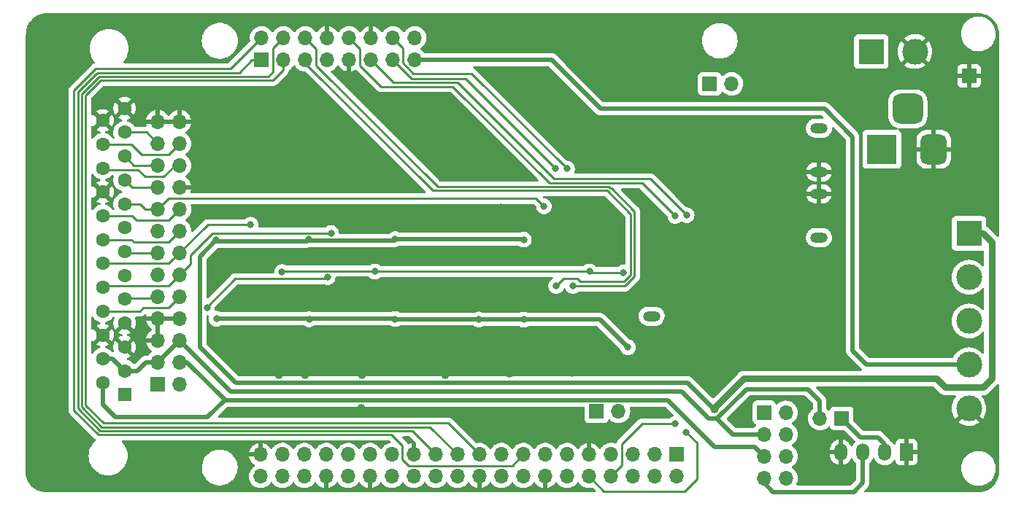
<source format=gbr>
G04 #@! TF.GenerationSoftware,KiCad,Pcbnew,(6.0.6-0)*
G04 #@! TF.CreationDate,2022-07-25T14:34:37+02:00*
G04 #@! TF.ProjectId,FluCom3 - SOIC,466c7543-6f6d-4332-902d-20534f49432e,3.0*
G04 #@! TF.SameCoordinates,Original*
G04 #@! TF.FileFunction,Copper,L2,Bot*
G04 #@! TF.FilePolarity,Positive*
%FSLAX46Y46*%
G04 Gerber Fmt 4.6, Leading zero omitted, Abs format (unit mm)*
G04 Created by KiCad (PCBNEW (6.0.6-0)) date 2022-07-25 14:34:37*
%MOMM*%
%LPD*%
G01*
G04 APERTURE LIST*
G04 Aperture macros list*
%AMRoundRect*
0 Rectangle with rounded corners*
0 $1 Rounding radius*
0 $2 $3 $4 $5 $6 $7 $8 $9 X,Y pos of 4 corners*
0 Add a 4 corners polygon primitive as box body*
4,1,4,$2,$3,$4,$5,$6,$7,$8,$9,$2,$3,0*
0 Add four circle primitives for the rounded corners*
1,1,$1+$1,$2,$3*
1,1,$1+$1,$4,$5*
1,1,$1+$1,$6,$7*
1,1,$1+$1,$8,$9*
0 Add four rect primitives between the rounded corners*
20,1,$1+$1,$2,$3,$4,$5,0*
20,1,$1+$1,$4,$5,$6,$7,0*
20,1,$1+$1,$6,$7,$8,$9,0*
20,1,$1+$1,$8,$9,$2,$3,0*%
G04 Aperture macros list end*
G04 #@! TA.AperFunction,ComponentPad*
%ADD10R,1.700000X1.700000*%
G04 #@! TD*
G04 #@! TA.AperFunction,ComponentPad*
%ADD11O,1.700000X1.700000*%
G04 #@! TD*
G04 #@! TA.AperFunction,ComponentPad*
%ADD12R,3.500000X3.500000*%
G04 #@! TD*
G04 #@! TA.AperFunction,ComponentPad*
%ADD13RoundRect,0.750000X0.750000X1.000000X-0.750000X1.000000X-0.750000X-1.000000X0.750000X-1.000000X0*%
G04 #@! TD*
G04 #@! TA.AperFunction,ComponentPad*
%ADD14RoundRect,0.875000X0.875000X0.875000X-0.875000X0.875000X-0.875000X-0.875000X0.875000X-0.875000X0*%
G04 #@! TD*
G04 #@! TA.AperFunction,ComponentPad*
%ADD15R,3.000000X3.000000*%
G04 #@! TD*
G04 #@! TA.AperFunction,ComponentPad*
%ADD16C,3.000000*%
G04 #@! TD*
G04 #@! TA.AperFunction,ComponentPad*
%ADD17R,1.500000X2.000000*%
G04 #@! TD*
G04 #@! TA.AperFunction,ComponentPad*
%ADD18O,1.500000X2.000000*%
G04 #@! TD*
G04 #@! TA.AperFunction,ComponentPad*
%ADD19R,1.600000X1.600000*%
G04 #@! TD*
G04 #@! TA.AperFunction,ComponentPad*
%ADD20C,1.600000*%
G04 #@! TD*
G04 #@! TA.AperFunction,ComponentPad*
%ADD21O,2.000000X1.200000*%
G04 #@! TD*
G04 #@! TA.AperFunction,ViaPad*
%ADD22C,0.800000*%
G04 #@! TD*
G04 #@! TA.AperFunction,ViaPad*
%ADD23C,1.000000*%
G04 #@! TD*
G04 #@! TA.AperFunction,Conductor*
%ADD24C,0.500000*%
G04 #@! TD*
G04 #@! TA.AperFunction,Conductor*
%ADD25C,0.250000*%
G04 #@! TD*
G04 #@! TA.AperFunction,Conductor*
%ADD26C,0.800000*%
G04 #@! TD*
G04 #@! TA.AperFunction,Conductor*
%ADD27C,0.249987*%
G04 #@! TD*
G04 APERTURE END LIST*
D10*
X133000000Y-135500000D03*
D11*
X133000000Y-138040000D03*
X130460000Y-135500000D03*
X130460000Y-138040000D03*
X127920000Y-135500000D03*
X127920000Y-138040000D03*
X125380000Y-135500000D03*
X125380000Y-138040000D03*
X122840000Y-135500000D03*
X122840000Y-138040000D03*
X120300000Y-135500000D03*
X120300000Y-138040000D03*
X117760000Y-135500000D03*
X117760000Y-138040000D03*
X115220000Y-135500000D03*
X115220000Y-138040000D03*
X112680000Y-135500000D03*
X112680000Y-138040000D03*
X110140000Y-135500000D03*
X110140000Y-138040000D03*
X107600000Y-135500000D03*
X107600000Y-138040000D03*
X105060000Y-135500000D03*
X105060000Y-138040000D03*
X102520000Y-135500000D03*
X102520000Y-138040000D03*
X99980000Y-135500000D03*
X99980000Y-138040000D03*
X97440000Y-135500000D03*
X97440000Y-138040000D03*
X94900000Y-135500000D03*
X94900000Y-138040000D03*
X92360000Y-135500000D03*
X92360000Y-138040000D03*
X89820000Y-135500000D03*
X89820000Y-138040000D03*
X87280000Y-135500000D03*
X87280000Y-138040000D03*
X84740000Y-135500000D03*
X84740000Y-138040000D03*
D10*
X72785000Y-127325000D03*
D11*
X72785000Y-124785000D03*
X72785000Y-122245000D03*
X72785000Y-119705000D03*
X72785000Y-117165000D03*
X72785000Y-114625000D03*
X72785000Y-112085000D03*
X72785000Y-109545000D03*
X72785000Y-107005000D03*
X72785000Y-104465000D03*
X72785000Y-101925000D03*
X72785000Y-99385000D03*
X72785000Y-96845000D03*
X75325000Y-127325000D03*
X75325000Y-124785000D03*
X75325000Y-122245000D03*
X75325000Y-119705000D03*
X75325000Y-117165000D03*
X75325000Y-114625000D03*
X75325000Y-112085000D03*
X75325000Y-109545000D03*
X75325000Y-107005000D03*
X75325000Y-104465000D03*
X75325000Y-101925000D03*
X75325000Y-99385000D03*
X75325000Y-96845000D03*
D12*
X156814000Y-100050000D03*
D13*
X162814000Y-100050000D03*
D14*
X159814000Y-95350000D03*
D15*
X166900000Y-109825000D03*
D16*
X166900000Y-114905000D03*
X166900000Y-119985000D03*
X166900000Y-125065000D03*
X166900000Y-130145000D03*
D15*
X155560000Y-88700000D03*
D16*
X160640000Y-88700000D03*
D10*
X152146000Y-131300000D03*
D11*
X149606000Y-131300000D03*
D10*
X166925000Y-91525000D03*
D17*
X159650000Y-135225000D03*
D18*
X157110000Y-135225000D03*
X154570000Y-135225000D03*
X152030000Y-135225000D03*
D19*
X68961000Y-128550000D03*
D20*
X68961000Y-125780000D03*
X68961000Y-123010000D03*
X68961000Y-120240000D03*
X68961000Y-117470000D03*
X68961000Y-114700000D03*
X68961000Y-111930000D03*
X68961000Y-109160000D03*
X68961000Y-106390000D03*
X68961000Y-103620000D03*
X68961000Y-100850000D03*
X68961000Y-98080000D03*
X68961000Y-95310000D03*
X66421000Y-127165000D03*
X66421000Y-124395000D03*
X66421000Y-121625000D03*
X66421000Y-118855000D03*
X66421000Y-116085000D03*
X66421000Y-113315000D03*
X66421000Y-110545000D03*
X66421000Y-107775000D03*
X66421000Y-105005000D03*
X66421000Y-102235000D03*
X66421000Y-99465000D03*
X66421000Y-96695000D03*
D10*
X123710000Y-130500000D03*
D11*
X126250000Y-130500000D03*
D10*
X143150000Y-130600000D03*
D11*
X145690000Y-130600000D03*
X143150000Y-133140000D03*
X145690000Y-133140000D03*
X143150000Y-135680000D03*
X145690000Y-135680000D03*
X143150000Y-138220000D03*
X145690000Y-138220000D03*
D10*
X84836000Y-89662000D03*
D11*
X84836000Y-87122000D03*
X87376000Y-89662000D03*
X87376000Y-87122000D03*
X89916000Y-89662000D03*
X89916000Y-87122000D03*
X92456000Y-89662000D03*
X92456000Y-87122000D03*
X94996000Y-89662000D03*
X94996000Y-87122000D03*
X97536000Y-89662000D03*
X97536000Y-87122000D03*
X100076000Y-89662000D03*
X100076000Y-87122000D03*
X102616000Y-89662000D03*
X102616000Y-87122000D03*
D21*
X149500000Y-97590000D03*
X149500000Y-102670000D03*
X149500000Y-105210000D03*
X149500000Y-110290000D03*
X130094000Y-119434000D03*
D10*
X136825000Y-92450000D03*
D11*
X139365000Y-92450000D03*
D22*
X100330000Y-119761000D03*
X127343493Y-123042991D03*
X90373200Y-119786400D03*
X115265200Y-119837200D03*
X79632411Y-119732567D03*
X110050000Y-119820000D03*
D23*
X85953600Y-108051600D03*
X86850000Y-126202900D03*
X109900000Y-99600000D03*
X117551200Y-131826000D03*
X123850400Y-117754400D03*
X140716000Y-131114800D03*
X120853200Y-125984000D03*
X152450800Y-128473200D03*
X162052000Y-123037600D03*
X141448000Y-115275000D03*
X89458800Y-97536000D03*
X96411463Y-130149989D03*
X106172000Y-126202900D03*
X98900000Y-103000000D03*
X89458800Y-103327200D03*
X96520000Y-126202900D03*
X113639600Y-126085600D03*
X112623600Y-106832400D03*
X89865200Y-126202900D03*
X137414000Y-130175000D03*
D22*
X115265200Y-110540800D03*
X100330000Y-110490000D03*
X90322400Y-110503300D03*
X79603600Y-110591600D03*
X132842000Y-131927600D03*
X132842000Y-107797600D03*
X134162800Y-107696000D03*
X134112000Y-132892800D03*
X97993200Y-114249200D03*
X122886018Y-114235907D03*
X126847600Y-114350800D03*
X87210269Y-114300000D03*
X92506800Y-114903989D03*
X78522700Y-118420034D03*
X117602000Y-106680000D03*
X92913200Y-109778800D03*
X83566000Y-108813600D03*
X119024400Y-115925600D03*
X120954800Y-115925600D03*
X118973600Y-102311200D03*
X120278444Y-102309376D03*
D24*
X89662000Y-119735600D02*
X79679800Y-119735600D01*
D25*
X100292000Y-119723000D02*
X100330000Y-119761000D01*
D24*
X110050000Y-119820000D02*
X115248000Y-119820000D01*
X109991000Y-119761000D02*
X100330000Y-119761000D01*
D25*
X110050000Y-119820000D02*
X109991000Y-119761000D01*
D24*
X89700000Y-119735600D02*
X100292000Y-119735600D01*
X124137702Y-119837200D02*
X115265200Y-119837200D01*
X115248000Y-119820000D02*
X115265200Y-119837200D01*
D25*
X89671000Y-119752000D02*
X89700000Y-119723000D01*
D24*
X79688800Y-119752000D02*
X79654400Y-119786400D01*
X127343493Y-123042991D02*
X124137702Y-119837200D01*
X90447401Y-110628301D02*
X90322400Y-110503300D01*
X79603600Y-110591600D02*
X79720911Y-110708911D01*
X81838800Y-127152400D02*
X77673200Y-122986800D01*
X77673200Y-112522000D02*
X79603600Y-110591600D01*
X79720911Y-110708911D02*
X90116789Y-110708911D01*
D26*
X163169600Y-126695200D02*
X164185600Y-127711200D01*
D24*
X100330000Y-110490000D02*
X115214400Y-110490000D01*
X100330000Y-110490000D02*
X100191699Y-110628301D01*
X100191699Y-110628301D02*
X90447401Y-110628301D01*
X77673200Y-122986800D02*
X77673200Y-112522000D01*
D26*
X140766800Y-126695200D02*
X163169600Y-126695200D01*
D24*
X137287000Y-130175000D02*
X134264400Y-127152400D01*
D26*
X168554400Y-127711200D02*
X169570400Y-126695200D01*
X169570400Y-126695200D02*
X169570400Y-110845600D01*
D24*
X90116789Y-110708911D02*
X90322400Y-110503300D01*
X115214400Y-110490000D02*
X115265200Y-110540800D01*
D26*
X137414000Y-130175000D02*
X137414000Y-130048000D01*
X137414000Y-130048000D02*
X140766800Y-126695200D01*
X169570400Y-110845600D02*
X168549800Y-109825000D01*
X164185600Y-127711200D02*
X168554400Y-127711200D01*
D24*
X134264400Y-127152400D02*
X81838800Y-127152400D01*
D26*
X168549800Y-109825000D02*
X166900000Y-109825000D01*
D24*
X152146000Y-131300000D02*
X154323000Y-133477000D01*
X157110000Y-134250000D02*
X157110000Y-135225000D01*
X154323000Y-133477000D02*
X156337000Y-133477000D01*
X156337000Y-133477000D02*
X157110000Y-134250000D01*
X144195800Y-139827000D02*
X153543000Y-139827000D01*
X154570000Y-138800000D02*
X154570000Y-135225000D01*
X153543000Y-139827000D02*
X154570000Y-138800000D01*
X143150000Y-138781200D02*
X144195800Y-139827000D01*
D27*
X126644400Y-134315200D02*
X129032000Y-131927600D01*
X96266000Y-90322400D02*
X98696697Y-92753097D01*
X98696697Y-92753097D02*
X107027897Y-92753097D01*
X128996606Y-103952206D02*
X132842000Y-107797600D01*
X126644400Y-136775600D02*
X126644400Y-134315200D01*
X129032000Y-131927600D02*
X132842000Y-131927600D01*
X118227006Y-103952206D02*
X128996606Y-103952206D01*
X125380000Y-138040000D02*
X126644400Y-136775600D01*
X94996000Y-87122000D02*
X96266000Y-88392000D01*
X96266000Y-88392000D02*
X96266000Y-90322400D01*
X107027897Y-92753097D02*
X118227006Y-103952206D01*
X107594400Y-92303600D02*
X118793509Y-103502709D01*
X135331200Y-138328400D02*
X135331200Y-134112000D01*
X133908800Y-139750800D02*
X135331200Y-138328400D01*
X97536000Y-89662000D02*
X100177600Y-92303600D01*
X118793509Y-103502709D02*
X129969509Y-103502709D01*
X135331200Y-134112000D02*
X134112000Y-132892800D01*
X122840000Y-138040000D02*
X124550800Y-139750800D01*
X124550800Y-139750800D02*
X133908800Y-139750800D01*
X100177600Y-92303600D02*
X107594400Y-92303600D01*
X129969509Y-103502709D02*
X134162800Y-107696000D01*
X65938400Y-133197600D02*
X63093600Y-130352800D01*
X63093600Y-93216632D02*
X65616825Y-90693407D01*
X99923600Y-133197600D02*
X65938400Y-133197600D01*
X113915600Y-136804400D02*
X101904800Y-136804400D01*
X65616825Y-90693407D02*
X81264593Y-90693407D01*
X101193600Y-136093200D02*
X101193600Y-134467600D01*
X101904800Y-136804400D02*
X101193600Y-136093200D01*
X63093600Y-130352800D02*
X63093600Y-93216632D01*
X81264593Y-90693407D02*
X84836000Y-87122000D01*
X101193600Y-134467600D02*
X99923600Y-133197600D01*
X115220000Y-135500000D02*
X113915600Y-136804400D01*
X106489109Y-131849109D02*
X66496961Y-131849109D01*
X86198185Y-92041896D02*
X87376000Y-90864081D01*
X87376000Y-90864081D02*
X87376000Y-89662000D01*
X66200104Y-92041896D02*
X86198185Y-92041896D01*
X110140000Y-135500000D02*
X106489109Y-131849109D01*
X64442091Y-93799909D02*
X66200104Y-92041896D01*
X66496961Y-131849109D02*
X64442091Y-129794239D01*
X64442091Y-129794239D02*
X64442091Y-93799909D01*
X97993200Y-114249200D02*
X122872725Y-114249200D01*
X87330774Y-114179495D02*
X87210269Y-114300000D01*
X97923495Y-114179495D02*
X87330774Y-114179495D01*
X123000911Y-114350800D02*
X122886018Y-114235907D01*
X122872725Y-114249200D02*
X122886018Y-114235907D01*
X126847600Y-114350800D02*
X123000911Y-114350800D01*
X97993200Y-114249200D02*
X97923495Y-114179495D01*
X66310773Y-132298605D02*
X63992594Y-129980426D01*
X63992594Y-129980426D02*
X63992595Y-93613721D01*
X104398606Y-132298606D02*
X107600000Y-135500000D01*
X86201496Y-88296504D02*
X87376000Y-87122000D01*
X63992595Y-93613721D02*
X66013917Y-91592399D01*
X85648801Y-91592399D02*
X86207600Y-91033600D01*
X86207600Y-91033600D02*
X86207600Y-90154601D01*
X86207600Y-90154601D02*
X86201496Y-90148497D01*
X104398606Y-132298606D02*
X66310773Y-132298605D01*
X66013917Y-91592399D02*
X85648801Y-91592399D01*
X86201496Y-90148497D02*
X86201496Y-88296504D01*
D24*
X141097000Y-127889000D02*
X137668000Y-131318000D01*
X81248400Y-128168400D02*
X75325000Y-122245000D01*
X137668000Y-131318000D02*
X139490000Y-133140000D01*
X133553200Y-128168400D02*
X81248400Y-128168400D01*
X71430000Y-124785000D02*
X72785000Y-124785000D01*
X75325000Y-122245000D02*
X72785000Y-124785000D01*
X137668000Y-131318000D02*
X136702800Y-131318000D01*
X148209000Y-127889000D02*
X141097000Y-127889000D01*
X67576000Y-124395000D02*
X68961000Y-125780000D01*
X136702800Y-131318000D02*
X133553200Y-128168400D01*
X70435000Y-125780000D02*
X71430000Y-124785000D01*
X139490000Y-133140000D02*
X143150000Y-133140000D01*
X149606000Y-131300000D02*
X149606000Y-129286000D01*
X68961000Y-125780000D02*
X70435000Y-125780000D01*
X66421000Y-124395000D02*
X67576000Y-124395000D01*
X149606000Y-129286000D02*
X148209000Y-127889000D01*
D25*
X92348789Y-115062000D02*
X81788000Y-115062000D01*
X92506800Y-114903989D02*
X92348789Y-115062000D01*
X81788000Y-115062000D02*
X78522700Y-118327300D01*
X78522700Y-118327300D02*
X78522700Y-118420034D01*
X72785000Y-117165000D02*
X72602000Y-117348000D01*
X72602000Y-117348000D02*
X69449000Y-117348000D01*
X69449000Y-117348000D02*
X69266000Y-117165000D01*
X72785000Y-112085000D02*
X69116000Y-112085000D01*
X71318000Y-107005000D02*
X72785000Y-107005000D01*
X74024400Y-105765600D02*
X72785000Y-107005000D01*
X70739000Y-106426000D02*
X71318000Y-107005000D01*
X117602000Y-106680000D02*
X116687600Y-105765600D01*
X116687600Y-105765600D02*
X74024400Y-105765600D01*
X68997000Y-106426000D02*
X70739000Y-106426000D01*
X69806000Y-104465000D02*
X68961000Y-103620000D01*
X72785000Y-104465000D02*
X69806000Y-104465000D01*
X70036000Y-101925000D02*
X68961000Y-100850000D01*
X72785000Y-101925000D02*
X70036000Y-101925000D01*
X72785000Y-99385000D02*
X71480000Y-98080000D01*
X71480000Y-98080000D02*
X68961000Y-98080000D01*
D24*
X76220200Y-124785000D02*
X75325000Y-124785000D01*
X67919600Y-131165600D02*
X66421000Y-129667000D01*
X131994489Y-129200489D02*
X80635689Y-129200489D01*
X143150000Y-135680000D02*
X142090000Y-134620000D01*
X80635689Y-129200489D02*
X76220200Y-124785000D01*
X142090000Y-134620000D02*
X137414000Y-134620000D01*
X137414000Y-134620000D02*
X131994489Y-129200489D01*
X66421000Y-129667000D02*
X66421000Y-127165000D01*
X80552711Y-129200489D02*
X78587600Y-131165600D01*
X80635689Y-129200489D02*
X80552711Y-129200489D01*
X78587600Y-131165600D02*
X67919600Y-131165600D01*
D25*
X71120000Y-118465600D02*
X70730600Y-118855000D01*
X70730600Y-118855000D02*
X66421000Y-118855000D01*
X75325000Y-117165000D02*
X74024400Y-118465600D01*
X74024400Y-118465600D02*
X71120000Y-118465600D01*
X74075200Y-115874800D02*
X66631200Y-115874800D01*
X75325000Y-114625000D02*
X74075200Y-115874800D01*
X79146400Y-109778800D02*
X76606400Y-112318800D01*
X66631200Y-115874800D02*
X66421000Y-116085000D01*
X76606400Y-112318800D02*
X76606400Y-113343600D01*
X92913200Y-109778800D02*
X79146400Y-109778800D01*
X76606400Y-113343600D02*
X75325000Y-114625000D01*
X78596400Y-108813600D02*
X83566000Y-108813600D01*
X74095000Y-113315000D02*
X78596400Y-108813600D01*
X66421000Y-113315000D02*
X74095000Y-113315000D01*
X75325000Y-109545000D02*
X74024400Y-110845600D01*
X69775222Y-110545000D02*
X66421000Y-110545000D01*
X70075822Y-110845600D02*
X69775222Y-110545000D01*
X74024400Y-110845600D02*
X70075822Y-110845600D01*
X75325000Y-107005000D02*
X74024400Y-108305600D01*
D24*
X150164800Y-95351600D02*
X124180600Y-95351600D01*
X155037000Y-125065000D02*
X153416000Y-123444000D01*
X153416000Y-98602800D02*
X150164800Y-95351600D01*
X124180600Y-95351600D02*
X118491000Y-89662000D01*
X153416000Y-123444000D02*
X153416000Y-98602800D01*
D25*
X74024400Y-108305600D02*
X70362133Y-108305600D01*
D24*
X166900000Y-125065000D02*
X155037000Y-125065000D01*
X118491000Y-89662000D02*
X102616000Y-89662000D01*
D25*
X70362133Y-108305600D02*
X69831533Y-107775000D01*
X69831533Y-107775000D02*
X66421000Y-107775000D01*
X66597499Y-102411499D02*
X66421000Y-102235000D01*
X70509099Y-102411499D02*
X66597499Y-102411499D01*
X74808200Y-101925000D02*
X73507600Y-103225600D01*
X73507600Y-103225600D02*
X71323200Y-103225600D01*
X75325000Y-101925000D02*
X74808200Y-101925000D01*
X71323200Y-103225600D02*
X70509099Y-102411499D01*
X70916800Y-100634800D02*
X69747000Y-99465000D01*
X69747000Y-99465000D02*
X66421000Y-99465000D01*
X74075200Y-100634800D02*
X70916800Y-100634800D01*
X75325000Y-99385000D02*
X74075200Y-100634800D01*
D27*
X65827730Y-91142902D02*
X82255110Y-91142903D01*
X65741535Y-91229097D02*
X65827730Y-91142902D01*
X83736013Y-89662000D02*
X84836000Y-89662000D01*
X65716819Y-91229097D02*
X65741535Y-91229097D01*
X63543097Y-93402819D02*
X65716819Y-91229097D01*
X102308103Y-132748103D02*
X66124585Y-132748101D01*
X82255110Y-91142903D02*
X83736013Y-89662000D01*
X66124585Y-132748101D02*
X63543097Y-130166613D01*
X105060000Y-135500000D02*
X102308103Y-132748103D01*
X63543097Y-130166613D02*
X63543097Y-93402819D01*
X127660400Y-107594400D02*
X124917200Y-104851200D01*
X121462800Y-115062000D02*
X121818400Y-115417600D01*
X126898400Y-115417600D02*
X127660400Y-114655600D01*
X119024400Y-115874800D02*
X119837200Y-115062000D01*
X121818400Y-115417600D02*
X126898400Y-115417600D01*
X127660400Y-114655600D02*
X127660400Y-107594400D01*
X119024400Y-115925600D02*
X119024400Y-115874800D01*
X124917200Y-104851200D02*
X104698800Y-104851200D01*
X104698800Y-104851200D02*
X89916000Y-90068400D01*
X89916000Y-90068400D02*
X89916000Y-89662000D01*
X119837200Y-115062000D02*
X121462800Y-115062000D01*
X120954800Y-115925600D02*
X120972496Y-115943296D01*
X128109897Y-114841787D02*
X128109897Y-107231097D01*
X124731012Y-104401704D02*
X105265303Y-104401703D01*
X125103387Y-104401703D02*
X124731012Y-104401704D01*
X105265303Y-104401703D02*
X91186000Y-90322400D01*
X120972496Y-115943296D02*
X127008388Y-115943296D01*
X91186000Y-88392000D02*
X89916000Y-87122000D01*
X128109897Y-107231097D02*
X125460594Y-104581794D01*
X125283478Y-104581794D02*
X125103387Y-104401703D01*
X127008388Y-115943296D02*
X128109897Y-114841787D01*
X125460594Y-104581794D02*
X125283478Y-104581794D01*
X91186000Y-90322400D02*
X91186000Y-88392000D01*
X102268103Y-91854103D02*
X108516503Y-91854103D01*
X108516503Y-91854103D02*
X118973600Y-102311200D01*
X100076000Y-89662000D02*
X102268103Y-91854103D01*
X109205868Y-91236800D02*
X120278444Y-102309376D01*
X101250504Y-88296504D02*
X101250504Y-90023704D01*
X101250504Y-90023704D02*
X102463600Y-91236800D01*
X102463600Y-91236800D02*
X109205868Y-91236800D01*
X100076000Y-87122000D02*
X101250504Y-88296504D01*
G04 #@! TA.AperFunction,Conductor*
G36*
X167970018Y-84260000D02*
G01*
X167984851Y-84262310D01*
X167984855Y-84262310D01*
X167993724Y-84263691D01*
X168010923Y-84261442D01*
X168034863Y-84260609D01*
X168280656Y-84275477D01*
X168295760Y-84277311D01*
X168564825Y-84326619D01*
X168579598Y-84330260D01*
X168840769Y-84411644D01*
X168854987Y-84417036D01*
X169104434Y-84529304D01*
X169117904Y-84536373D01*
X169352005Y-84677892D01*
X169364527Y-84686535D01*
X169579864Y-84855241D01*
X169591252Y-84865331D01*
X169784669Y-85058748D01*
X169794759Y-85070136D01*
X169963465Y-85285473D01*
X169972108Y-85297995D01*
X170113627Y-85532096D01*
X170120696Y-85545566D01*
X170230605Y-85789771D01*
X170232962Y-85795009D01*
X170238356Y-85809231D01*
X170279551Y-85941429D01*
X170319740Y-86070402D01*
X170323381Y-86085175D01*
X170372689Y-86354240D01*
X170374523Y-86369344D01*
X170388953Y-86607904D01*
X170387692Y-86634716D01*
X170387690Y-86634852D01*
X170386309Y-86643724D01*
X170387473Y-86652626D01*
X170387473Y-86652628D01*
X170390436Y-86675283D01*
X170391500Y-86691621D01*
X170391500Y-110073609D01*
X170371498Y-110141730D01*
X170317842Y-110188223D01*
X170247568Y-110198327D01*
X170182785Y-110167991D01*
X170181653Y-110166734D01*
X170170265Y-110158460D01*
X170155232Y-110145619D01*
X169249781Y-109240168D01*
X169236940Y-109225135D01*
X169232546Y-109219087D01*
X169232545Y-109219086D01*
X169228666Y-109213747D01*
X169177841Y-109167984D01*
X169173056Y-109163443D01*
X169158541Y-109148928D01*
X169146412Y-109139106D01*
X169142584Y-109136006D01*
X169137569Y-109131722D01*
X169091655Y-109090381D01*
X169091650Y-109090377D01*
X169086744Y-109085960D01*
X169081028Y-109082660D01*
X169081024Y-109082657D01*
X169074563Y-109078927D01*
X169058266Y-109067727D01*
X169052460Y-109063025D01*
X169052458Y-109063024D01*
X169047330Y-109058871D01*
X168986377Y-109027814D01*
X168980606Y-109024681D01*
X168971494Y-109019420D01*
X168922504Y-108968036D01*
X168908500Y-108910304D01*
X168908500Y-108276866D01*
X168901745Y-108214684D01*
X168850615Y-108078295D01*
X168763261Y-107961739D01*
X168646705Y-107874385D01*
X168510316Y-107823255D01*
X168448134Y-107816500D01*
X165351866Y-107816500D01*
X165289684Y-107823255D01*
X165153295Y-107874385D01*
X165036739Y-107961739D01*
X164949385Y-108078295D01*
X164898255Y-108214684D01*
X164891500Y-108276866D01*
X164891500Y-111373134D01*
X164898255Y-111435316D01*
X164949385Y-111571705D01*
X165036739Y-111688261D01*
X165153295Y-111775615D01*
X165289684Y-111826745D01*
X165351866Y-111833500D01*
X168448134Y-111833500D01*
X168510188Y-111826759D01*
X168510191Y-111826759D01*
X168510316Y-111826745D01*
X168510318Y-111826765D01*
X168577649Y-111830278D01*
X168635294Y-111871721D01*
X168661382Y-111937751D01*
X168661900Y-111949160D01*
X168661900Y-113529746D01*
X168641898Y-113597867D01*
X168588242Y-113644360D01*
X168517968Y-113654464D01*
X168453388Y-113624970D01*
X168443600Y-113615517D01*
X168281046Y-113440588D01*
X168281043Y-113440585D01*
X168278125Y-113437445D01*
X168274810Y-113434731D01*
X168274806Y-113434728D01*
X168069523Y-113266706D01*
X168066205Y-113263990D01*
X167832704Y-113120901D01*
X167828768Y-113119173D01*
X167585873Y-113012549D01*
X167585869Y-113012548D01*
X167581945Y-113010825D01*
X167318566Y-112935800D01*
X167314324Y-112935196D01*
X167314318Y-112935195D01*
X167113834Y-112906662D01*
X167047443Y-112897213D01*
X166903589Y-112896460D01*
X166777877Y-112895802D01*
X166777871Y-112895802D01*
X166773591Y-112895780D01*
X166769347Y-112896339D01*
X166769343Y-112896339D01*
X166650302Y-112912011D01*
X166502078Y-112931525D01*
X166497938Y-112932658D01*
X166497936Y-112932658D01*
X166425008Y-112952609D01*
X166237928Y-113003788D01*
X166233980Y-113005472D01*
X165989982Y-113109546D01*
X165989978Y-113109548D01*
X165986030Y-113111232D01*
X165966125Y-113123145D01*
X165754725Y-113249664D01*
X165754721Y-113249667D01*
X165751043Y-113251868D01*
X165537318Y-113423094D01*
X165500433Y-113461963D01*
X165353070Y-113617251D01*
X165348808Y-113621742D01*
X165189002Y-113844136D01*
X165060857Y-114086161D01*
X165059385Y-114090184D01*
X165059383Y-114090188D01*
X164985005Y-114293435D01*
X164966743Y-114343337D01*
X164908404Y-114610907D01*
X164902054Y-114691590D01*
X164891985Y-114819531D01*
X164886917Y-114883918D01*
X164902682Y-115157320D01*
X164903507Y-115161525D01*
X164903508Y-115161533D01*
X164925877Y-115275545D01*
X164955405Y-115426053D01*
X164956792Y-115430103D01*
X164956793Y-115430108D01*
X165038643Y-115669171D01*
X165044112Y-115685144D01*
X165054799Y-115706393D01*
X165149243Y-115894174D01*
X165167160Y-115929799D01*
X165169586Y-115933328D01*
X165169589Y-115933334D01*
X165234036Y-116027104D01*
X165322274Y-116155490D01*
X165325161Y-116158663D01*
X165325162Y-116158664D01*
X165451179Y-116297156D01*
X165506582Y-116358043D01*
X165509877Y-116360798D01*
X165509878Y-116360799D01*
X165526487Y-116374686D01*
X165716675Y-116533707D01*
X165720316Y-116535991D01*
X165945024Y-116676951D01*
X165945028Y-116676953D01*
X165948664Y-116679234D01*
X166062692Y-116730720D01*
X166194345Y-116790164D01*
X166194349Y-116790166D01*
X166198257Y-116791930D01*
X166211207Y-116795766D01*
X166456723Y-116868491D01*
X166456727Y-116868492D01*
X166460836Y-116869709D01*
X166465070Y-116870357D01*
X166465075Y-116870358D01*
X166727298Y-116910483D01*
X166727300Y-116910483D01*
X166731540Y-116911132D01*
X166870912Y-116913322D01*
X167001071Y-116915367D01*
X167001077Y-116915367D01*
X167005362Y-116915434D01*
X167277235Y-116882534D01*
X167542127Y-116813041D01*
X167546087Y-116811401D01*
X167546092Y-116811399D01*
X167703357Y-116746257D01*
X167795136Y-116708241D01*
X167970578Y-116605721D01*
X168027879Y-116572237D01*
X168027880Y-116572236D01*
X168031582Y-116570073D01*
X168247089Y-116401094D01*
X168288809Y-116358043D01*
X168434686Y-116207509D01*
X168437669Y-116204431D01*
X168439801Y-116201529D01*
X168498910Y-116162501D01*
X168569902Y-116161623D01*
X168630098Y-116199266D01*
X168660386Y-116263477D01*
X168661900Y-116282949D01*
X168661900Y-118609746D01*
X168641898Y-118677867D01*
X168588242Y-118724360D01*
X168517968Y-118734464D01*
X168453388Y-118704970D01*
X168443600Y-118695517D01*
X168281046Y-118520588D01*
X168281043Y-118520585D01*
X168278125Y-118517445D01*
X168274810Y-118514731D01*
X168274806Y-118514728D01*
X168132688Y-118398406D01*
X168066205Y-118343990D01*
X167851030Y-118212131D01*
X167836366Y-118203145D01*
X167836365Y-118203145D01*
X167832704Y-118200901D01*
X167828768Y-118199173D01*
X167585873Y-118092549D01*
X167585869Y-118092548D01*
X167581945Y-118090825D01*
X167318566Y-118015800D01*
X167314324Y-118015196D01*
X167314318Y-118015195D01*
X167083839Y-117982393D01*
X167047443Y-117977213D01*
X166903589Y-117976460D01*
X166777877Y-117975802D01*
X166777871Y-117975802D01*
X166773591Y-117975780D01*
X166769347Y-117976339D01*
X166769343Y-117976339D01*
X166650302Y-117992011D01*
X166502078Y-118011525D01*
X166497938Y-118012658D01*
X166497936Y-118012658D01*
X166425008Y-118032609D01*
X166237928Y-118083788D01*
X166233980Y-118085472D01*
X165989982Y-118189546D01*
X165989978Y-118189548D01*
X165986030Y-118191232D01*
X165944460Y-118216111D01*
X165754725Y-118329664D01*
X165754721Y-118329667D01*
X165751043Y-118331868D01*
X165537318Y-118503094D01*
X165479270Y-118564264D01*
X165371465Y-118677867D01*
X165348808Y-118701742D01*
X165189002Y-118924136D01*
X165060857Y-119166161D01*
X165059385Y-119170184D01*
X165059383Y-119170188D01*
X164971664Y-119409890D01*
X164966743Y-119423337D01*
X164908404Y-119690907D01*
X164907437Y-119703197D01*
X164887461Y-119957012D01*
X164886917Y-119963918D01*
X164902682Y-120237320D01*
X164903507Y-120241525D01*
X164903508Y-120241533D01*
X164928920Y-120371058D01*
X164955405Y-120506053D01*
X164956792Y-120510103D01*
X164956793Y-120510108D01*
X165038513Y-120748792D01*
X165044112Y-120765144D01*
X165073628Y-120823831D01*
X165153684Y-120983004D01*
X165167160Y-121009799D01*
X165169586Y-121013328D01*
X165169589Y-121013334D01*
X165315501Y-121225635D01*
X165322274Y-121235490D01*
X165325161Y-121238663D01*
X165325162Y-121238664D01*
X165337515Y-121252240D01*
X165506582Y-121438043D01*
X165509877Y-121440798D01*
X165509878Y-121440799D01*
X165554382Y-121478010D01*
X165716675Y-121613707D01*
X165720316Y-121615991D01*
X165945024Y-121756951D01*
X165945028Y-121756953D01*
X165948664Y-121759234D01*
X166016544Y-121789883D01*
X166194345Y-121870164D01*
X166194349Y-121870166D01*
X166198257Y-121871930D01*
X166202377Y-121873150D01*
X166202376Y-121873150D01*
X166456723Y-121948491D01*
X166456727Y-121948492D01*
X166460836Y-121949709D01*
X166465070Y-121950357D01*
X166465075Y-121950358D01*
X166727298Y-121990483D01*
X166727300Y-121990483D01*
X166731540Y-121991132D01*
X166870912Y-121993322D01*
X167001071Y-121995367D01*
X167001077Y-121995367D01*
X167005362Y-121995434D01*
X167277235Y-121962534D01*
X167542127Y-121893041D01*
X167546087Y-121891401D01*
X167546092Y-121891399D01*
X167740867Y-121810720D01*
X167795136Y-121788241D01*
X168031582Y-121650073D01*
X168247089Y-121481094D01*
X168288809Y-121438043D01*
X168434686Y-121287509D01*
X168437669Y-121284431D01*
X168439801Y-121281529D01*
X168498910Y-121242501D01*
X168569902Y-121241623D01*
X168630098Y-121279266D01*
X168660386Y-121343477D01*
X168661900Y-121362949D01*
X168661900Y-123689746D01*
X168641898Y-123757867D01*
X168588242Y-123804360D01*
X168517968Y-123814464D01*
X168453388Y-123784970D01*
X168443600Y-123775517D01*
X168281046Y-123600588D01*
X168281043Y-123600585D01*
X168278125Y-123597445D01*
X168274810Y-123594731D01*
X168274806Y-123594728D01*
X168099818Y-123451502D01*
X168066205Y-123423990D01*
X167832704Y-123280901D01*
X167828768Y-123279173D01*
X167585873Y-123172549D01*
X167585869Y-123172548D01*
X167581945Y-123170825D01*
X167318566Y-123095800D01*
X167314324Y-123095196D01*
X167314318Y-123095195D01*
X167113834Y-123066662D01*
X167047443Y-123057213D01*
X166903589Y-123056460D01*
X166777877Y-123055802D01*
X166777871Y-123055802D01*
X166773591Y-123055780D01*
X166769347Y-123056339D01*
X166769343Y-123056339D01*
X166650302Y-123072011D01*
X166502078Y-123091525D01*
X166497938Y-123092658D01*
X166497936Y-123092658D01*
X166454971Y-123104412D01*
X166237928Y-123163788D01*
X166233980Y-123165472D01*
X165989982Y-123269546D01*
X165989978Y-123269548D01*
X165986030Y-123271232D01*
X165966125Y-123283145D01*
X165754725Y-123409664D01*
X165754721Y-123409667D01*
X165751043Y-123411868D01*
X165537318Y-123583094D01*
X165487934Y-123635134D01*
X165360546Y-123769373D01*
X165348808Y-123781742D01*
X165189002Y-124004136D01*
X165085752Y-124199144D01*
X165064406Y-124239459D01*
X165014853Y-124290302D01*
X164953051Y-124306500D01*
X155403371Y-124306500D01*
X155335250Y-124286498D01*
X155314276Y-124269595D01*
X154211405Y-123166724D01*
X154177379Y-123104412D01*
X154174500Y-123077629D01*
X154174500Y-101848134D01*
X154555500Y-101848134D01*
X154562255Y-101910316D01*
X154613385Y-102046705D01*
X154700739Y-102163261D01*
X154817295Y-102250615D01*
X154953684Y-102301745D01*
X155015866Y-102308500D01*
X158612134Y-102308500D01*
X158674316Y-102301745D01*
X158810705Y-102250615D01*
X158927261Y-102163261D01*
X159014615Y-102046705D01*
X159065745Y-101910316D01*
X159072500Y-101848134D01*
X159072500Y-101109961D01*
X160806001Y-101109961D01*
X160806209Y-101115071D01*
X160817082Y-101248767D01*
X160818852Y-101259320D01*
X160871967Y-101466185D01*
X160875701Y-101476731D01*
X160964510Y-101670705D01*
X160970046Y-101680412D01*
X161091803Y-101855597D01*
X161098976Y-101864176D01*
X161249824Y-102015024D01*
X161258403Y-102022197D01*
X161433588Y-102143954D01*
X161443295Y-102149490D01*
X161637269Y-102238299D01*
X161647815Y-102242033D01*
X161854679Y-102295147D01*
X161865234Y-102296918D01*
X161998930Y-102307793D01*
X162004036Y-102308000D01*
X162541885Y-102308000D01*
X162557124Y-102303525D01*
X162558329Y-102302135D01*
X162560000Y-102294452D01*
X162560000Y-102289884D01*
X163068000Y-102289884D01*
X163072475Y-102305123D01*
X163073865Y-102306328D01*
X163081548Y-102307999D01*
X163623961Y-102307999D01*
X163629071Y-102307791D01*
X163762767Y-102296918D01*
X163773320Y-102295148D01*
X163980185Y-102242033D01*
X163990731Y-102238299D01*
X164184705Y-102149490D01*
X164194412Y-102143954D01*
X164369597Y-102022197D01*
X164378176Y-102015024D01*
X164529024Y-101864176D01*
X164536197Y-101855597D01*
X164657954Y-101680412D01*
X164663490Y-101670705D01*
X164752299Y-101476731D01*
X164756033Y-101466185D01*
X164809147Y-101259321D01*
X164810918Y-101248766D01*
X164821793Y-101115070D01*
X164822000Y-101109964D01*
X164822000Y-100322115D01*
X164817525Y-100306876D01*
X164816135Y-100305671D01*
X164808452Y-100304000D01*
X163086115Y-100304000D01*
X163070876Y-100308475D01*
X163069671Y-100309865D01*
X163068000Y-100317548D01*
X163068000Y-102289884D01*
X162560000Y-102289884D01*
X162560000Y-100322115D01*
X162555525Y-100306876D01*
X162554135Y-100305671D01*
X162546452Y-100304000D01*
X160824116Y-100304000D01*
X160808877Y-100308475D01*
X160807672Y-100309865D01*
X160806001Y-100317548D01*
X160806001Y-101109961D01*
X159072500Y-101109961D01*
X159072500Y-99777885D01*
X160806000Y-99777885D01*
X160810475Y-99793124D01*
X160811865Y-99794329D01*
X160819548Y-99796000D01*
X162541885Y-99796000D01*
X162557124Y-99791525D01*
X162558329Y-99790135D01*
X162560000Y-99782452D01*
X162560000Y-99777885D01*
X163068000Y-99777885D01*
X163072475Y-99793124D01*
X163073865Y-99794329D01*
X163081548Y-99796000D01*
X164803884Y-99796000D01*
X164819123Y-99791525D01*
X164820328Y-99790135D01*
X164821999Y-99782452D01*
X164821999Y-98990039D01*
X164821791Y-98984929D01*
X164810918Y-98851233D01*
X164809148Y-98840680D01*
X164756033Y-98633815D01*
X164752299Y-98623269D01*
X164663490Y-98429295D01*
X164657954Y-98419588D01*
X164536197Y-98244403D01*
X164529024Y-98235824D01*
X164378176Y-98084976D01*
X164369597Y-98077803D01*
X164194412Y-97956046D01*
X164184705Y-97950510D01*
X163990731Y-97861701D01*
X163980185Y-97857967D01*
X163773321Y-97804853D01*
X163762766Y-97803082D01*
X163629070Y-97792207D01*
X163623964Y-97792000D01*
X163086115Y-97792000D01*
X163070876Y-97796475D01*
X163069671Y-97797865D01*
X163068000Y-97805548D01*
X163068000Y-99777885D01*
X162560000Y-99777885D01*
X162560000Y-97810116D01*
X162555525Y-97794877D01*
X162554135Y-97793672D01*
X162546452Y-97792001D01*
X162004039Y-97792001D01*
X161998929Y-97792209D01*
X161865233Y-97803082D01*
X161854680Y-97804852D01*
X161647815Y-97857967D01*
X161637269Y-97861701D01*
X161443295Y-97950510D01*
X161433588Y-97956046D01*
X161258403Y-98077803D01*
X161249824Y-98084976D01*
X161098976Y-98235824D01*
X161091803Y-98244403D01*
X160970046Y-98419588D01*
X160964510Y-98429295D01*
X160875701Y-98623269D01*
X160871967Y-98633815D01*
X160818853Y-98840679D01*
X160817082Y-98851234D01*
X160806207Y-98984930D01*
X160806000Y-98990036D01*
X160806000Y-99777885D01*
X159072500Y-99777885D01*
X159072500Y-98251866D01*
X159065745Y-98189684D01*
X159014615Y-98053295D01*
X158927261Y-97936739D01*
X158810705Y-97849385D01*
X158802304Y-97846236D01*
X158800082Y-97845019D01*
X158749936Y-97794760D01*
X158734923Y-97725369D01*
X158759809Y-97658877D01*
X158816693Y-97616395D01*
X158860592Y-97608500D01*
X160781364Y-97608500D01*
X160783037Y-97608409D01*
X160783052Y-97608409D01*
X160834599Y-97605617D01*
X160838957Y-97605381D01*
X160878059Y-97597745D01*
X161064160Y-97561402D01*
X161064161Y-97561402D01*
X161069393Y-97560380D01*
X161288952Y-97477196D01*
X161491356Y-97358209D01*
X161670819Y-97206819D01*
X161822209Y-97027356D01*
X161941196Y-96824952D01*
X162024380Y-96605393D01*
X162029499Y-96579183D01*
X162068544Y-96379243D01*
X162069381Y-96374957D01*
X162071791Y-96330461D01*
X162072409Y-96319052D01*
X162072409Y-96319037D01*
X162072500Y-96317364D01*
X162072500Y-94382636D01*
X162069381Y-94325043D01*
X162024380Y-94094607D01*
X161941196Y-93875048D01*
X161822209Y-93672644D01*
X161670819Y-93493181D01*
X161491356Y-93341791D01*
X161483440Y-93337137D01*
X161375182Y-93273496D01*
X161288952Y-93222804D01*
X161069393Y-93139620D01*
X160838957Y-93094619D01*
X160833227Y-93094309D01*
X160783052Y-93091591D01*
X160783037Y-93091591D01*
X160781364Y-93091500D01*
X158846636Y-93091500D01*
X158844963Y-93091591D01*
X158844948Y-93091591D01*
X158794773Y-93094309D01*
X158789043Y-93094619D01*
X158558607Y-93139620D01*
X158339048Y-93222804D01*
X158252818Y-93273496D01*
X158144561Y-93337137D01*
X158136644Y-93341791D01*
X157957181Y-93493181D01*
X157805791Y-93672644D01*
X157686804Y-93875048D01*
X157603620Y-94094607D01*
X157558619Y-94325043D01*
X157555500Y-94382636D01*
X157555500Y-96317364D01*
X157555591Y-96319037D01*
X157555591Y-96319052D01*
X157556209Y-96330461D01*
X157558619Y-96374957D01*
X157559456Y-96379243D01*
X157598502Y-96579183D01*
X157603620Y-96605393D01*
X157686804Y-96824952D01*
X157805791Y-97027356D01*
X157957181Y-97206819D01*
X158136644Y-97358209D01*
X158339048Y-97477196D01*
X158524947Y-97547627D01*
X158525068Y-97547673D01*
X158581683Y-97590512D01*
X158606151Y-97657160D01*
X158590702Y-97726455D01*
X158540241Y-97776398D01*
X158480427Y-97791500D01*
X155015866Y-97791500D01*
X154953684Y-97798255D01*
X154817295Y-97849385D01*
X154700739Y-97936739D01*
X154613385Y-98053295D01*
X154562255Y-98189684D01*
X154555500Y-98251866D01*
X154555500Y-101848134D01*
X154174500Y-101848134D01*
X154174500Y-98669869D01*
X154175933Y-98650918D01*
X154178099Y-98636683D01*
X154178099Y-98636681D01*
X154179199Y-98629451D01*
X154178488Y-98620700D01*
X154174915Y-98576782D01*
X154174500Y-98566567D01*
X154174500Y-98558507D01*
X154171211Y-98530293D01*
X154170778Y-98525918D01*
X154165454Y-98460461D01*
X154165453Y-98460458D01*
X154164860Y-98453163D01*
X154162604Y-98446199D01*
X154161413Y-98440240D01*
X154160029Y-98434385D01*
X154159182Y-98427119D01*
X154134265Y-98358473D01*
X154132848Y-98354345D01*
X154112607Y-98291864D01*
X154112606Y-98291862D01*
X154110351Y-98284901D01*
X154106555Y-98278646D01*
X154104049Y-98273172D01*
X154101330Y-98267742D01*
X154098833Y-98260863D01*
X154078024Y-98229124D01*
X154058814Y-98199824D01*
X154056467Y-98196105D01*
X154018595Y-98133693D01*
X154011197Y-98125316D01*
X154011224Y-98125292D01*
X154008571Y-98122300D01*
X154005868Y-98119067D01*
X154001856Y-98112948D01*
X153945617Y-98059672D01*
X153943175Y-98057294D01*
X150748570Y-94862689D01*
X150736184Y-94848277D01*
X150727651Y-94836682D01*
X150727646Y-94836677D01*
X150723308Y-94830782D01*
X150717730Y-94826043D01*
X150717727Y-94826040D01*
X150683032Y-94796565D01*
X150675516Y-94789635D01*
X150669821Y-94783940D01*
X150663680Y-94779082D01*
X150647549Y-94766319D01*
X150644145Y-94763528D01*
X150594097Y-94721009D01*
X150594095Y-94721008D01*
X150588515Y-94716267D01*
X150581999Y-94712939D01*
X150576950Y-94709572D01*
X150571821Y-94706405D01*
X150566084Y-94701866D01*
X150499925Y-94670945D01*
X150496025Y-94669039D01*
X150430992Y-94635831D01*
X150423884Y-94634092D01*
X150418241Y-94631993D01*
X150412478Y-94630076D01*
X150405850Y-94626978D01*
X150334383Y-94612113D01*
X150330099Y-94611143D01*
X150259190Y-94593792D01*
X150253588Y-94593444D01*
X150253585Y-94593444D01*
X150248036Y-94593100D01*
X150248038Y-94593064D01*
X150244045Y-94592825D01*
X150239853Y-94592451D01*
X150232685Y-94590960D01*
X150166475Y-94592751D01*
X150155279Y-94593054D01*
X150151872Y-94593100D01*
X124546971Y-94593100D01*
X124478850Y-94573098D01*
X124457876Y-94556195D01*
X123249815Y-93348134D01*
X135466500Y-93348134D01*
X135473255Y-93410316D01*
X135524385Y-93546705D01*
X135611739Y-93663261D01*
X135728295Y-93750615D01*
X135864684Y-93801745D01*
X135926866Y-93808500D01*
X137723134Y-93808500D01*
X137785316Y-93801745D01*
X137921705Y-93750615D01*
X138038261Y-93663261D01*
X138125615Y-93546705D01*
X138147799Y-93487529D01*
X138169598Y-93429382D01*
X138212240Y-93372618D01*
X138278802Y-93347918D01*
X138348150Y-93363126D01*
X138382817Y-93391114D01*
X138411250Y-93423938D01*
X138583126Y-93566632D01*
X138776000Y-93679338D01*
X138984692Y-93759030D01*
X138989760Y-93760061D01*
X138989763Y-93760062D01*
X139097017Y-93781883D01*
X139203597Y-93803567D01*
X139208772Y-93803757D01*
X139208774Y-93803757D01*
X139421673Y-93811564D01*
X139421677Y-93811564D01*
X139426837Y-93811753D01*
X139431957Y-93811097D01*
X139431959Y-93811097D01*
X139643288Y-93784025D01*
X139643289Y-93784025D01*
X139648416Y-93783368D01*
X139653366Y-93781883D01*
X139857429Y-93720661D01*
X139857434Y-93720659D01*
X139862384Y-93719174D01*
X140062994Y-93620896D01*
X140244860Y-93491173D01*
X140403096Y-93333489D01*
X140438504Y-93284214D01*
X140522891Y-93166775D01*
X140533453Y-93152077D01*
X140561851Y-93094619D01*
X140630136Y-92956453D01*
X140630137Y-92956451D01*
X140632430Y-92951811D01*
X140697370Y-92738069D01*
X140726529Y-92516590D01*
X140726641Y-92512021D01*
X140728074Y-92453365D01*
X140728074Y-92453361D01*
X140728156Y-92450000D01*
X140725662Y-92419669D01*
X165567001Y-92419669D01*
X165567371Y-92426490D01*
X165572895Y-92477352D01*
X165576521Y-92492604D01*
X165621676Y-92613054D01*
X165630214Y-92628649D01*
X165706715Y-92730724D01*
X165719276Y-92743285D01*
X165821351Y-92819786D01*
X165836946Y-92828324D01*
X165957394Y-92873478D01*
X165972649Y-92877105D01*
X166023514Y-92882631D01*
X166030328Y-92883000D01*
X166652885Y-92883000D01*
X166668124Y-92878525D01*
X166669329Y-92877135D01*
X166671000Y-92869452D01*
X166671000Y-92864884D01*
X167179000Y-92864884D01*
X167183475Y-92880123D01*
X167184865Y-92881328D01*
X167192548Y-92882999D01*
X167819669Y-92882999D01*
X167826490Y-92882629D01*
X167877352Y-92877105D01*
X167892604Y-92873479D01*
X168013054Y-92828324D01*
X168028649Y-92819786D01*
X168130724Y-92743285D01*
X168143285Y-92730724D01*
X168219786Y-92628649D01*
X168228324Y-92613054D01*
X168273478Y-92492606D01*
X168277105Y-92477351D01*
X168282631Y-92426486D01*
X168283000Y-92419672D01*
X168283000Y-91797115D01*
X168278525Y-91781876D01*
X168277135Y-91780671D01*
X168269452Y-91779000D01*
X167197115Y-91779000D01*
X167181876Y-91783475D01*
X167180671Y-91784865D01*
X167179000Y-91792548D01*
X167179000Y-92864884D01*
X166671000Y-92864884D01*
X166671000Y-91797115D01*
X166666525Y-91781876D01*
X166665135Y-91780671D01*
X166657452Y-91779000D01*
X165585116Y-91779000D01*
X165569877Y-91783475D01*
X165568672Y-91784865D01*
X165567001Y-91792548D01*
X165567001Y-92419669D01*
X140725662Y-92419669D01*
X140709852Y-92227361D01*
X140655431Y-92010702D01*
X140566354Y-91805840D01*
X140526906Y-91744862D01*
X140447822Y-91622617D01*
X140447820Y-91622614D01*
X140445014Y-91618277D01*
X140294670Y-91453051D01*
X140290619Y-91449852D01*
X140290615Y-91449848D01*
X140123414Y-91317800D01*
X140123410Y-91317798D01*
X140119359Y-91314598D01*
X140007566Y-91252885D01*
X165567000Y-91252885D01*
X165571475Y-91268124D01*
X165572865Y-91269329D01*
X165580548Y-91271000D01*
X166652885Y-91271000D01*
X166668124Y-91266525D01*
X166669329Y-91265135D01*
X166671000Y-91257452D01*
X166671000Y-91252885D01*
X167179000Y-91252885D01*
X167183475Y-91268124D01*
X167184865Y-91269329D01*
X167192548Y-91271000D01*
X168264884Y-91271000D01*
X168280123Y-91266525D01*
X168281328Y-91265135D01*
X168282999Y-91257452D01*
X168282999Y-90630331D01*
X168282629Y-90623510D01*
X168277105Y-90572648D01*
X168273479Y-90557396D01*
X168228324Y-90436946D01*
X168219786Y-90421351D01*
X168143285Y-90319276D01*
X168130724Y-90306715D01*
X168028649Y-90230214D01*
X168013054Y-90221676D01*
X167892606Y-90176522D01*
X167877351Y-90172895D01*
X167826486Y-90167369D01*
X167819672Y-90167000D01*
X167197115Y-90167000D01*
X167181876Y-90171475D01*
X167180671Y-90172865D01*
X167179000Y-90180548D01*
X167179000Y-91252885D01*
X166671000Y-91252885D01*
X166671000Y-90185116D01*
X166666525Y-90169877D01*
X166665135Y-90168672D01*
X166657452Y-90167001D01*
X166030331Y-90167001D01*
X166023510Y-90167371D01*
X165972648Y-90172895D01*
X165957396Y-90176521D01*
X165836946Y-90221676D01*
X165821351Y-90230214D01*
X165719276Y-90306715D01*
X165706715Y-90319276D01*
X165630214Y-90421351D01*
X165621676Y-90436946D01*
X165576522Y-90557394D01*
X165572895Y-90572649D01*
X165567369Y-90623514D01*
X165567000Y-90630328D01*
X165567000Y-91252885D01*
X140007566Y-91252885D01*
X139923789Y-91206638D01*
X139918920Y-91204914D01*
X139918916Y-91204912D01*
X139718087Y-91133795D01*
X139718083Y-91133794D01*
X139713212Y-91132069D01*
X139708119Y-91131162D01*
X139708116Y-91131161D01*
X139498373Y-91093800D01*
X139498367Y-91093799D01*
X139493284Y-91092894D01*
X139419452Y-91091992D01*
X139275081Y-91090228D01*
X139275079Y-91090228D01*
X139269911Y-91090165D01*
X139049091Y-91123955D01*
X138836756Y-91193357D01*
X138763757Y-91231358D01*
X138662929Y-91283846D01*
X138638607Y-91296507D01*
X138634474Y-91299610D01*
X138634471Y-91299612D01*
X138464100Y-91427530D01*
X138459965Y-91430635D01*
X138403537Y-91489684D01*
X138379283Y-91515064D01*
X138317759Y-91550494D01*
X138246846Y-91547037D01*
X138189060Y-91505791D01*
X138170207Y-91472243D01*
X138128767Y-91361703D01*
X138125615Y-91353295D01*
X138038261Y-91236739D01*
X137921705Y-91149385D01*
X137785316Y-91098255D01*
X137723134Y-91091500D01*
X135926866Y-91091500D01*
X135864684Y-91098255D01*
X135728295Y-91149385D01*
X135611739Y-91236739D01*
X135524385Y-91353295D01*
X135473255Y-91489684D01*
X135466500Y-91551866D01*
X135466500Y-93348134D01*
X123249815Y-93348134D01*
X120149815Y-90248134D01*
X153551500Y-90248134D01*
X153558255Y-90310316D01*
X153609385Y-90446705D01*
X153696739Y-90563261D01*
X153813295Y-90650615D01*
X153949684Y-90701745D01*
X154011866Y-90708500D01*
X157108134Y-90708500D01*
X157170316Y-90701745D01*
X157306705Y-90650615D01*
X157423261Y-90563261D01*
X157510615Y-90446705D01*
X157561745Y-90310316D01*
X157563990Y-90289654D01*
X159415618Y-90289654D01*
X159422673Y-90299627D01*
X159453679Y-90325551D01*
X159460598Y-90330579D01*
X159685272Y-90471515D01*
X159692807Y-90475556D01*
X159934520Y-90584694D01*
X159942551Y-90587680D01*
X160196832Y-90663002D01*
X160205184Y-90664869D01*
X160467340Y-90704984D01*
X160475874Y-90705700D01*
X160741045Y-90709867D01*
X160749596Y-90709418D01*
X161012883Y-90677557D01*
X161021284Y-90675955D01*
X161277824Y-90608653D01*
X161285926Y-90605926D01*
X161530949Y-90504434D01*
X161538617Y-90500628D01*
X161767598Y-90366822D01*
X161774679Y-90362009D01*
X161854655Y-90299301D01*
X161863125Y-90287442D01*
X161856608Y-90275818D01*
X160652812Y-89072022D01*
X160638868Y-89064408D01*
X160637035Y-89064539D01*
X160630420Y-89068790D01*
X159422910Y-90276300D01*
X159415618Y-90289654D01*
X157563990Y-90289654D01*
X157568500Y-90248134D01*
X157568500Y-88683204D01*
X158627665Y-88683204D01*
X158642932Y-88947969D01*
X158644005Y-88956470D01*
X158695065Y-89216722D01*
X158697276Y-89224974D01*
X158783184Y-89475894D01*
X158786499Y-89483779D01*
X158905664Y-89720713D01*
X158910020Y-89728079D01*
X159039347Y-89916250D01*
X159049601Y-89924594D01*
X159063342Y-89917448D01*
X160267978Y-88712812D01*
X160274356Y-88701132D01*
X161004408Y-88701132D01*
X161004539Y-88702965D01*
X161008790Y-88709580D01*
X162215730Y-89916520D01*
X162227939Y-89923187D01*
X162239439Y-89914497D01*
X162336831Y-89781913D01*
X162341418Y-89774685D01*
X162467962Y-89541621D01*
X162471530Y-89533827D01*
X162565271Y-89285750D01*
X162567748Y-89277544D01*
X162626954Y-89019038D01*
X162628294Y-89010577D01*
X162652031Y-88744616D01*
X162652277Y-88739677D01*
X162652666Y-88702485D01*
X162652523Y-88697519D01*
X162634362Y-88431123D01*
X162633201Y-88422649D01*
X162579419Y-88162944D01*
X162577120Y-88154709D01*
X162488588Y-87904705D01*
X162485191Y-87896854D01*
X162363550Y-87661178D01*
X162359122Y-87653866D01*
X162240031Y-87484417D01*
X162229509Y-87476037D01*
X162216121Y-87483089D01*
X161012022Y-88687188D01*
X161004408Y-88701132D01*
X160274356Y-88701132D01*
X160275592Y-88698868D01*
X160275461Y-88697035D01*
X160271210Y-88690420D01*
X159063814Y-87483024D01*
X159051804Y-87476466D01*
X159040064Y-87485434D01*
X158931935Y-87635911D01*
X158927418Y-87643196D01*
X158803325Y-87877567D01*
X158799839Y-87885395D01*
X158708700Y-88134446D01*
X158706311Y-88142670D01*
X158649812Y-88401795D01*
X158648563Y-88410250D01*
X158627754Y-88674653D01*
X158627665Y-88683204D01*
X157568500Y-88683204D01*
X157568500Y-87151866D01*
X157564224Y-87112500D01*
X159416584Y-87112500D01*
X159422980Y-87123770D01*
X160627188Y-88327978D01*
X160641132Y-88335592D01*
X160642965Y-88335461D01*
X160649580Y-88331210D01*
X161856604Y-87124186D01*
X161863795Y-87111017D01*
X161856473Y-87100780D01*
X161809233Y-87062115D01*
X161802261Y-87057160D01*
X161576122Y-86918582D01*
X161568552Y-86914624D01*
X161325704Y-86808022D01*
X161317644Y-86805120D01*
X161062592Y-86732467D01*
X161054214Y-86730685D01*
X160791656Y-86693318D01*
X160783111Y-86692691D01*
X160517908Y-86691302D01*
X160509374Y-86691839D01*
X160246433Y-86726456D01*
X160238035Y-86728149D01*
X159982238Y-86798127D01*
X159974143Y-86800946D01*
X159730199Y-86904997D01*
X159722577Y-86908881D01*
X159495013Y-87045075D01*
X159487981Y-87049962D01*
X159425053Y-87100377D01*
X159416584Y-87112500D01*
X157564224Y-87112500D01*
X157561745Y-87089684D01*
X157510615Y-86953295D01*
X157423261Y-86836739D01*
X157306705Y-86749385D01*
X157170316Y-86698255D01*
X157108134Y-86691500D01*
X154011866Y-86691500D01*
X153949684Y-86698255D01*
X153813295Y-86749385D01*
X153696739Y-86836739D01*
X153609385Y-86953295D01*
X153558255Y-87089684D01*
X153551500Y-87151866D01*
X153551500Y-90248134D01*
X120149815Y-90248134D01*
X119074770Y-89173089D01*
X119062384Y-89158677D01*
X119053851Y-89147082D01*
X119053846Y-89147077D01*
X119049508Y-89141182D01*
X119043930Y-89136443D01*
X119043927Y-89136440D01*
X119009232Y-89106965D01*
X119001716Y-89100035D01*
X118996021Y-89094340D01*
X118989880Y-89089482D01*
X118973749Y-89076719D01*
X118970345Y-89073928D01*
X118920297Y-89031409D01*
X118920295Y-89031408D01*
X118914715Y-89026667D01*
X118908199Y-89023339D01*
X118903150Y-89019972D01*
X118898021Y-89016805D01*
X118892284Y-89012266D01*
X118826125Y-88981345D01*
X118822225Y-88979439D01*
X118757192Y-88946231D01*
X118750084Y-88944492D01*
X118744441Y-88942393D01*
X118738678Y-88940476D01*
X118732050Y-88937378D01*
X118660583Y-88922513D01*
X118656299Y-88921543D01*
X118585390Y-88904192D01*
X118579788Y-88903844D01*
X118579785Y-88903844D01*
X118574236Y-88903500D01*
X118574238Y-88903464D01*
X118570245Y-88903225D01*
X118566053Y-88902851D01*
X118558885Y-88901360D01*
X118492675Y-88903151D01*
X118481479Y-88903454D01*
X118478072Y-88903500D01*
X103811939Y-88903500D01*
X103743818Y-88883498D01*
X103706147Y-88845941D01*
X103698822Y-88834617D01*
X103696014Y-88830277D01*
X103545670Y-88665051D01*
X103541619Y-88661852D01*
X103541615Y-88661848D01*
X103374414Y-88529800D01*
X103374410Y-88529798D01*
X103370359Y-88526598D01*
X103329053Y-88503796D01*
X103279084Y-88453364D01*
X103264312Y-88383921D01*
X103289428Y-88317516D01*
X103316780Y-88290909D01*
X103379112Y-88246448D01*
X103495860Y-88163173D01*
X103556201Y-88103043D01*
X103650435Y-88009137D01*
X103654096Y-88005489D01*
X103663716Y-87992102D01*
X103781435Y-87828277D01*
X103784453Y-87824077D01*
X103797995Y-87796678D01*
X103881136Y-87628453D01*
X103881137Y-87628451D01*
X103883430Y-87623811D01*
X103940666Y-87435425D01*
X103942810Y-87428368D01*
X135934380Y-87428368D01*
X135934787Y-87435425D01*
X135950556Y-87708905D01*
X135951381Y-87713110D01*
X135951382Y-87713118D01*
X135973101Y-87823819D01*
X136004655Y-87984651D01*
X136006042Y-87988701D01*
X136006043Y-87988706D01*
X136091612Y-88238632D01*
X136095677Y-88250504D01*
X136137226Y-88333114D01*
X136205403Y-88468669D01*
X136221937Y-88501544D01*
X136224363Y-88505073D01*
X136224366Y-88505079D01*
X136364917Y-88709580D01*
X136381099Y-88733125D01*
X136383986Y-88736298D01*
X136383987Y-88736299D01*
X136536757Y-88904192D01*
X136570217Y-88940964D01*
X136785793Y-89121213D01*
X136789426Y-89123492D01*
X137020196Y-89268255D01*
X137020200Y-89268257D01*
X137023836Y-89270538D01*
X137279943Y-89386174D01*
X137284062Y-89387394D01*
X137545261Y-89464765D01*
X137545265Y-89464766D01*
X137549374Y-89465983D01*
X137553608Y-89466631D01*
X137553613Y-89466632D01*
X137732981Y-89494079D01*
X137827144Y-89508488D01*
X137970180Y-89510735D01*
X138103821Y-89512835D01*
X138103827Y-89512835D01*
X138108112Y-89512902D01*
X138387080Y-89479143D01*
X138614859Y-89419386D01*
X138654742Y-89408923D01*
X138654743Y-89408923D01*
X138658885Y-89407836D01*
X138918498Y-89300301D01*
X138943400Y-89285750D01*
X139157416Y-89160689D01*
X139157417Y-89160689D01*
X139161114Y-89158528D01*
X139179000Y-89144504D01*
X139378873Y-88987783D01*
X139382245Y-88985139D01*
X139385897Y-88981371D01*
X139574819Y-88786418D01*
X139577799Y-88783343D01*
X139580332Y-88779895D01*
X139580336Y-88779890D01*
X139741618Y-88560330D01*
X139744156Y-88556875D01*
X139763543Y-88521169D01*
X139876189Y-88313701D01*
X139876190Y-88313699D01*
X139878239Y-88309925D01*
X139977566Y-88047063D01*
X140011946Y-87896953D01*
X140039343Y-87777332D01*
X140039344Y-87777327D01*
X140040300Y-87773152D01*
X140065280Y-87493261D01*
X140065379Y-87483855D01*
X140065707Y-87452485D01*
X140065707Y-87452484D01*
X140065733Y-87450000D01*
X140065564Y-87447519D01*
X140046913Y-87173925D01*
X140046912Y-87173919D01*
X140046621Y-87169648D01*
X140040449Y-87139842D01*
X140006434Y-86975593D01*
X139989637Y-86894483D01*
X139895836Y-86629598D01*
X139895485Y-86628918D01*
X165986917Y-86628918D01*
X165987334Y-86636156D01*
X166002682Y-86902320D01*
X166055405Y-87171053D01*
X166056792Y-87175103D01*
X166056793Y-87175108D01*
X166142723Y-87426088D01*
X166144112Y-87430144D01*
X166182333Y-87506138D01*
X166243851Y-87628453D01*
X166267160Y-87674799D01*
X166269586Y-87678328D01*
X166269589Y-87678334D01*
X166406519Y-87877567D01*
X166422274Y-87900490D01*
X166425161Y-87903663D01*
X166425162Y-87903664D01*
X166603692Y-88099867D01*
X166606582Y-88103043D01*
X166816675Y-88278707D01*
X166820316Y-88280991D01*
X167045024Y-88421951D01*
X167045028Y-88421953D01*
X167048664Y-88424234D01*
X167173461Y-88480582D01*
X167294345Y-88535164D01*
X167294349Y-88535166D01*
X167298257Y-88536930D01*
X167302377Y-88538150D01*
X167302376Y-88538150D01*
X167556723Y-88613491D01*
X167556727Y-88613492D01*
X167560836Y-88614709D01*
X167565070Y-88615357D01*
X167565075Y-88615358D01*
X167827298Y-88655483D01*
X167827300Y-88655483D01*
X167831540Y-88656132D01*
X167970912Y-88658322D01*
X168101071Y-88660367D01*
X168101077Y-88660367D01*
X168105362Y-88660434D01*
X168377235Y-88627534D01*
X168642127Y-88558041D01*
X168646087Y-88556401D01*
X168646092Y-88556399D01*
X168777356Y-88502027D01*
X168895136Y-88453241D01*
X169071812Y-88350000D01*
X169127879Y-88317237D01*
X169127880Y-88317236D01*
X169131582Y-88315073D01*
X169347089Y-88146094D01*
X169354536Y-88138410D01*
X169534686Y-87952509D01*
X169537669Y-87949431D01*
X169540202Y-87945983D01*
X169540206Y-87945978D01*
X169697257Y-87732178D01*
X169699795Y-87728723D01*
X169727154Y-87678334D01*
X169828418Y-87491830D01*
X169828419Y-87491828D01*
X169830468Y-87488054D01*
X169911039Y-87274829D01*
X169925751Y-87235895D01*
X169925752Y-87235891D01*
X169927269Y-87231877D01*
X169954610Y-87112500D01*
X169987449Y-86969117D01*
X169987450Y-86969113D01*
X169988407Y-86964933D01*
X169993410Y-86908881D01*
X170012531Y-86694627D01*
X170012531Y-86694625D01*
X170012751Y-86692161D01*
X170013193Y-86650000D01*
X170011756Y-86628918D01*
X169994859Y-86381055D01*
X169994858Y-86381049D01*
X169994567Y-86376778D01*
X169993028Y-86369344D01*
X169944135Y-86133252D01*
X169939032Y-86108612D01*
X169847617Y-85850465D01*
X169722013Y-85607112D01*
X169713691Y-85595270D01*
X169594834Y-85426154D01*
X169564545Y-85383057D01*
X169378125Y-85182445D01*
X169374810Y-85179731D01*
X169374806Y-85179728D01*
X169169523Y-85011706D01*
X169166205Y-85008990D01*
X168932704Y-84865901D01*
X168919118Y-84859937D01*
X168685873Y-84757549D01*
X168685869Y-84757548D01*
X168681945Y-84755825D01*
X168418566Y-84680800D01*
X168414324Y-84680196D01*
X168414318Y-84680195D01*
X168213834Y-84651662D01*
X168147443Y-84642213D01*
X168003589Y-84641460D01*
X167877877Y-84640802D01*
X167877871Y-84640802D01*
X167873591Y-84640780D01*
X167869347Y-84641339D01*
X167869343Y-84641339D01*
X167750302Y-84657011D01*
X167602078Y-84676525D01*
X167597938Y-84677658D01*
X167597936Y-84677658D01*
X167565487Y-84686535D01*
X167337928Y-84748788D01*
X167333980Y-84750472D01*
X167089982Y-84854546D01*
X167089978Y-84854548D01*
X167086030Y-84856232D01*
X167066125Y-84868145D01*
X166854725Y-84994664D01*
X166854721Y-84994667D01*
X166851043Y-84996868D01*
X166637318Y-85168094D01*
X166620717Y-85185588D01*
X166455045Y-85360170D01*
X166448808Y-85366742D01*
X166289002Y-85589136D01*
X166160857Y-85831161D01*
X166159385Y-85835184D01*
X166159383Y-85835188D01*
X166102803Y-85989800D01*
X166066743Y-86088337D01*
X166008404Y-86355907D01*
X166007092Y-86372581D01*
X165992571Y-86557085D01*
X165986917Y-86628918D01*
X139895485Y-86628918D01*
X139816169Y-86475247D01*
X139768919Y-86383702D01*
X139768919Y-86383701D01*
X139766954Y-86379895D01*
X139756665Y-86365254D01*
X139607843Y-86153502D01*
X139607842Y-86153501D01*
X139605376Y-86149992D01*
X139439616Y-85971612D01*
X139417009Y-85947284D01*
X139417008Y-85947283D01*
X139414092Y-85944145D01*
X139399897Y-85932526D01*
X139304574Y-85854506D01*
X139196640Y-85766164D01*
X139137765Y-85730085D01*
X138960696Y-85621576D01*
X138960688Y-85621572D01*
X138957046Y-85619340D01*
X138953129Y-85617621D01*
X138953126Y-85617619D01*
X138773148Y-85538615D01*
X138699742Y-85506392D01*
X138695614Y-85505216D01*
X138695611Y-85505215D01*
X138433618Y-85430584D01*
X138433619Y-85430584D01*
X138429490Y-85429408D01*
X138196436Y-85396240D01*
X138155543Y-85390420D01*
X138155541Y-85390420D01*
X138151291Y-85389815D01*
X138147002Y-85389793D01*
X138146995Y-85389792D01*
X137874578Y-85388365D01*
X137874571Y-85388365D01*
X137870292Y-85388343D01*
X137866048Y-85388902D01*
X137866044Y-85388902D01*
X137772268Y-85401248D01*
X137591693Y-85425021D01*
X137587553Y-85426154D01*
X137587551Y-85426154D01*
X137575657Y-85429408D01*
X137320649Y-85499171D01*
X137062177Y-85609418D01*
X136980127Y-85658524D01*
X136824740Y-85751521D01*
X136824736Y-85751524D01*
X136821058Y-85753725D01*
X136601755Y-85929420D01*
X136598811Y-85932522D01*
X136598807Y-85932526D01*
X136416107Y-86125051D01*
X136408325Y-86133252D01*
X136405826Y-86136730D01*
X136405825Y-86136731D01*
X136246857Y-86357959D01*
X136246854Y-86357964D01*
X136244349Y-86361450D01*
X136112859Y-86609791D01*
X136086007Y-86683167D01*
X136018892Y-86866570D01*
X136016290Y-86873679D01*
X135956427Y-87148231D01*
X135954712Y-87170018D01*
X135940076Y-87355998D01*
X135934380Y-87428368D01*
X103942810Y-87428368D01*
X103946865Y-87415023D01*
X103946865Y-87415021D01*
X103948370Y-87410069D01*
X103977529Y-87188590D01*
X103977611Y-87185240D01*
X103979074Y-87125365D01*
X103979074Y-87125361D01*
X103979156Y-87122000D01*
X103960852Y-86899361D01*
X103906431Y-86682702D01*
X103817354Y-86477840D01*
X103742058Y-86361450D01*
X103698822Y-86294617D01*
X103698820Y-86294614D01*
X103696014Y-86290277D01*
X103545670Y-86125051D01*
X103541619Y-86121852D01*
X103541615Y-86121848D01*
X103374414Y-85989800D01*
X103374410Y-85989798D01*
X103370359Y-85986598D01*
X103334028Y-85966542D01*
X103306516Y-85951355D01*
X103174789Y-85878638D01*
X103169920Y-85876914D01*
X103169916Y-85876912D01*
X102969087Y-85805795D01*
X102969083Y-85805794D01*
X102964212Y-85804069D01*
X102959119Y-85803162D01*
X102959116Y-85803161D01*
X102749373Y-85765800D01*
X102749367Y-85765799D01*
X102744284Y-85764894D01*
X102664970Y-85763925D01*
X102526081Y-85762228D01*
X102526079Y-85762228D01*
X102520911Y-85762165D01*
X102300091Y-85795955D01*
X102087756Y-85865357D01*
X102010569Y-85905538D01*
X101922556Y-85951355D01*
X101889607Y-85968507D01*
X101885474Y-85971610D01*
X101885471Y-85971612D01*
X101715100Y-86099530D01*
X101710965Y-86102635D01*
X101699243Y-86114901D01*
X101562863Y-86257615D01*
X101556629Y-86264138D01*
X101449201Y-86421621D01*
X101394293Y-86466621D01*
X101323768Y-86474792D01*
X101260021Y-86443538D01*
X101239324Y-86419054D01*
X101158822Y-86294617D01*
X101158820Y-86294614D01*
X101156014Y-86290277D01*
X101005670Y-86125051D01*
X101001619Y-86121852D01*
X101001615Y-86121848D01*
X100834414Y-85989800D01*
X100834410Y-85989798D01*
X100830359Y-85986598D01*
X100794028Y-85966542D01*
X100766516Y-85951355D01*
X100634789Y-85878638D01*
X100629920Y-85876914D01*
X100629916Y-85876912D01*
X100429087Y-85805795D01*
X100429083Y-85805794D01*
X100424212Y-85804069D01*
X100419119Y-85803162D01*
X100419116Y-85803161D01*
X100209373Y-85765800D01*
X100209367Y-85765799D01*
X100204284Y-85764894D01*
X100124970Y-85763925D01*
X99986081Y-85762228D01*
X99986079Y-85762228D01*
X99980911Y-85762165D01*
X99760091Y-85795955D01*
X99547756Y-85865357D01*
X99470569Y-85905538D01*
X99382556Y-85951355D01*
X99349607Y-85968507D01*
X99345474Y-85971610D01*
X99345471Y-85971612D01*
X99175100Y-86099530D01*
X99170965Y-86102635D01*
X99159243Y-86114901D01*
X99022863Y-86257615D01*
X99016629Y-86264138D01*
X99013720Y-86268403D01*
X99013714Y-86268411D01*
X98995838Y-86294617D01*
X98909204Y-86421618D01*
X98908898Y-86422066D01*
X98853987Y-86467069D01*
X98783462Y-86475240D01*
X98719715Y-86443986D01*
X98699018Y-86419502D01*
X98618426Y-86294926D01*
X98612136Y-86286757D01*
X98468806Y-86129240D01*
X98461273Y-86122215D01*
X98294139Y-85990222D01*
X98285552Y-85984517D01*
X98099117Y-85881599D01*
X98089705Y-85877369D01*
X97888959Y-85806280D01*
X97878988Y-85803646D01*
X97807837Y-85790972D01*
X97794540Y-85792432D01*
X97790000Y-85806989D01*
X97790000Y-87250000D01*
X97769998Y-87318121D01*
X97716342Y-87364614D01*
X97664000Y-87376000D01*
X97408000Y-87376000D01*
X97339879Y-87355998D01*
X97293386Y-87302342D01*
X97282000Y-87250000D01*
X97282000Y-85805102D01*
X97278082Y-85791758D01*
X97263806Y-85789771D01*
X97225324Y-85795660D01*
X97215288Y-85798051D01*
X97012868Y-85864212D01*
X97003359Y-85868209D01*
X96814463Y-85966542D01*
X96805738Y-85972036D01*
X96635433Y-86099905D01*
X96627726Y-86106748D01*
X96480590Y-86260717D01*
X96474109Y-86268722D01*
X96369498Y-86422074D01*
X96314587Y-86467076D01*
X96244062Y-86475247D01*
X96180315Y-86443993D01*
X96159618Y-86419509D01*
X96078822Y-86294617D01*
X96078820Y-86294614D01*
X96076014Y-86290277D01*
X95925670Y-86125051D01*
X95921619Y-86121852D01*
X95921615Y-86121848D01*
X95754414Y-85989800D01*
X95754410Y-85989798D01*
X95750359Y-85986598D01*
X95714028Y-85966542D01*
X95686516Y-85951355D01*
X95554789Y-85878638D01*
X95549920Y-85876914D01*
X95549916Y-85876912D01*
X95349087Y-85805795D01*
X95349083Y-85805794D01*
X95344212Y-85804069D01*
X95339119Y-85803162D01*
X95339116Y-85803161D01*
X95129373Y-85765800D01*
X95129367Y-85765799D01*
X95124284Y-85764894D01*
X95044970Y-85763925D01*
X94906081Y-85762228D01*
X94906079Y-85762228D01*
X94900911Y-85762165D01*
X94680091Y-85795955D01*
X94467756Y-85865357D01*
X94390569Y-85905538D01*
X94302556Y-85951355D01*
X94269607Y-85968507D01*
X94265474Y-85971610D01*
X94265471Y-85971612D01*
X94095100Y-86099530D01*
X94090965Y-86102635D01*
X94079243Y-86114901D01*
X93942863Y-86257615D01*
X93936629Y-86264138D01*
X93933720Y-86268403D01*
X93933714Y-86268411D01*
X93915838Y-86294617D01*
X93829204Y-86421618D01*
X93828898Y-86422066D01*
X93773987Y-86467069D01*
X93703462Y-86475240D01*
X93639715Y-86443986D01*
X93619018Y-86419502D01*
X93538426Y-86294926D01*
X93532136Y-86286757D01*
X93388806Y-86129240D01*
X93381273Y-86122215D01*
X93214139Y-85990222D01*
X93205552Y-85984517D01*
X93019117Y-85881599D01*
X93009705Y-85877369D01*
X92808959Y-85806280D01*
X92798988Y-85803646D01*
X92727837Y-85790972D01*
X92714540Y-85792432D01*
X92710000Y-85806989D01*
X92710000Y-87250000D01*
X92689998Y-87318121D01*
X92636342Y-87364614D01*
X92584000Y-87376000D01*
X92328000Y-87376000D01*
X92259879Y-87355998D01*
X92213386Y-87302342D01*
X92202000Y-87250000D01*
X92202000Y-85805102D01*
X92198082Y-85791758D01*
X92183806Y-85789771D01*
X92145324Y-85795660D01*
X92135288Y-85798051D01*
X91932868Y-85864212D01*
X91923359Y-85868209D01*
X91734463Y-85966542D01*
X91725738Y-85972036D01*
X91555433Y-86099905D01*
X91547726Y-86106748D01*
X91400590Y-86260717D01*
X91394109Y-86268722D01*
X91289498Y-86422074D01*
X91234587Y-86467076D01*
X91164062Y-86475247D01*
X91100315Y-86443993D01*
X91079618Y-86419509D01*
X90998822Y-86294617D01*
X90998820Y-86294614D01*
X90996014Y-86290277D01*
X90845670Y-86125051D01*
X90841619Y-86121852D01*
X90841615Y-86121848D01*
X90674414Y-85989800D01*
X90674410Y-85989798D01*
X90670359Y-85986598D01*
X90634028Y-85966542D01*
X90606516Y-85951355D01*
X90474789Y-85878638D01*
X90469920Y-85876914D01*
X90469916Y-85876912D01*
X90269087Y-85805795D01*
X90269083Y-85805794D01*
X90264212Y-85804069D01*
X90259119Y-85803162D01*
X90259116Y-85803161D01*
X90049373Y-85765800D01*
X90049367Y-85765799D01*
X90044284Y-85764894D01*
X89964970Y-85763925D01*
X89826081Y-85762228D01*
X89826079Y-85762228D01*
X89820911Y-85762165D01*
X89600091Y-85795955D01*
X89387756Y-85865357D01*
X89310569Y-85905538D01*
X89222556Y-85951355D01*
X89189607Y-85968507D01*
X89185474Y-85971610D01*
X89185471Y-85971612D01*
X89015100Y-86099530D01*
X89010965Y-86102635D01*
X88999243Y-86114901D01*
X88862863Y-86257615D01*
X88856629Y-86264138D01*
X88749201Y-86421621D01*
X88694293Y-86466621D01*
X88623768Y-86474792D01*
X88560021Y-86443538D01*
X88539324Y-86419054D01*
X88458822Y-86294617D01*
X88458820Y-86294614D01*
X88456014Y-86290277D01*
X88305670Y-86125051D01*
X88301619Y-86121852D01*
X88301615Y-86121848D01*
X88134414Y-85989800D01*
X88134410Y-85989798D01*
X88130359Y-85986598D01*
X88094028Y-85966542D01*
X88066516Y-85951355D01*
X87934789Y-85878638D01*
X87929920Y-85876914D01*
X87929916Y-85876912D01*
X87729087Y-85805795D01*
X87729083Y-85805794D01*
X87724212Y-85804069D01*
X87719119Y-85803162D01*
X87719116Y-85803161D01*
X87509373Y-85765800D01*
X87509367Y-85765799D01*
X87504284Y-85764894D01*
X87424970Y-85763925D01*
X87286081Y-85762228D01*
X87286079Y-85762228D01*
X87280911Y-85762165D01*
X87060091Y-85795955D01*
X86847756Y-85865357D01*
X86770569Y-85905538D01*
X86682556Y-85951355D01*
X86649607Y-85968507D01*
X86645474Y-85971610D01*
X86645471Y-85971612D01*
X86475100Y-86099530D01*
X86470965Y-86102635D01*
X86459243Y-86114901D01*
X86322863Y-86257615D01*
X86316629Y-86264138D01*
X86209201Y-86421621D01*
X86154293Y-86466621D01*
X86083768Y-86474792D01*
X86020021Y-86443538D01*
X85999324Y-86419054D01*
X85918822Y-86294617D01*
X85918820Y-86294614D01*
X85916014Y-86290277D01*
X85765670Y-86125051D01*
X85761619Y-86121852D01*
X85761615Y-86121848D01*
X85594414Y-85989800D01*
X85594410Y-85989798D01*
X85590359Y-85986598D01*
X85554028Y-85966542D01*
X85526516Y-85951355D01*
X85394789Y-85878638D01*
X85389920Y-85876914D01*
X85389916Y-85876912D01*
X85189087Y-85805795D01*
X85189083Y-85805794D01*
X85184212Y-85804069D01*
X85179119Y-85803162D01*
X85179116Y-85803161D01*
X84969373Y-85765800D01*
X84969367Y-85765799D01*
X84964284Y-85764894D01*
X84884970Y-85763925D01*
X84746081Y-85762228D01*
X84746079Y-85762228D01*
X84740911Y-85762165D01*
X84520091Y-85795955D01*
X84307756Y-85865357D01*
X84230569Y-85905538D01*
X84142556Y-85951355D01*
X84109607Y-85968507D01*
X84105474Y-85971610D01*
X84105471Y-85971612D01*
X83935100Y-86099530D01*
X83930965Y-86102635D01*
X83919243Y-86114901D01*
X83782863Y-86257615D01*
X83776629Y-86264138D01*
X83773720Y-86268403D01*
X83773714Y-86268411D01*
X83710051Y-86361737D01*
X83650743Y-86448680D01*
X83629580Y-86494272D01*
X83559533Y-86645177D01*
X83556688Y-86651305D01*
X83496989Y-86866570D01*
X83473251Y-87088695D01*
X83473548Y-87093848D01*
X83473548Y-87093851D01*
X83478925Y-87187104D01*
X83486110Y-87311715D01*
X83487247Y-87316761D01*
X83487248Y-87316767D01*
X83519455Y-87459677D01*
X83514919Y-87530529D01*
X83485633Y-87576473D01*
X81039097Y-90023009D01*
X80976785Y-90057035D01*
X80950002Y-90059914D01*
X68932498Y-90059914D01*
X68864377Y-90039912D01*
X68817884Y-89986256D01*
X68807780Y-89915982D01*
X68837766Y-89850836D01*
X68942915Y-89730938D01*
X68942919Y-89730932D01*
X68945633Y-89727838D01*
X68989625Y-89662000D01*
X69101392Y-89494728D01*
X69110115Y-89481673D01*
X69117533Y-89466632D01*
X69199558Y-89300301D01*
X69241059Y-89216145D01*
X69255567Y-89173406D01*
X69334896Y-88939710D01*
X69334897Y-88939706D01*
X69336224Y-88935797D01*
X69337030Y-88931747D01*
X69393180Y-88649465D01*
X69393181Y-88649459D01*
X69393983Y-88645426D01*
X69394370Y-88639530D01*
X69413076Y-88354119D01*
X69413346Y-88350000D01*
X69411505Y-88321909D01*
X69394253Y-88058686D01*
X69394252Y-88058679D01*
X69393983Y-88054574D01*
X69391843Y-88043813D01*
X69337030Y-87768253D01*
X69337028Y-87768247D01*
X69336224Y-87764203D01*
X69317223Y-87708226D01*
X69242385Y-87487761D01*
X69242384Y-87487760D01*
X69241059Y-87483855D01*
X69213547Y-87428067D01*
X77905593Y-87428067D01*
X77921994Y-87712513D01*
X77922819Y-87716718D01*
X77922820Y-87716726D01*
X77945886Y-87834291D01*
X77976847Y-87992102D01*
X77979993Y-88001292D01*
X78063929Y-88246448D01*
X78069137Y-88261660D01*
X78197157Y-88516198D01*
X78358537Y-88751008D01*
X78384818Y-88779890D01*
X78537758Y-88947969D01*
X78550291Y-88961743D01*
X78573766Y-88981371D01*
X78765579Y-89141752D01*
X78765584Y-89141756D01*
X78768871Y-89144504D01*
X78876850Y-89212239D01*
X79006592Y-89293626D01*
X79006596Y-89293628D01*
X79010232Y-89295909D01*
X79140070Y-89354534D01*
X79265996Y-89411392D01*
X79266000Y-89411394D01*
X79269908Y-89413158D01*
X79320021Y-89428002D01*
X79538981Y-89492861D01*
X79538985Y-89492862D01*
X79543094Y-89494079D01*
X79547328Y-89494727D01*
X79547333Y-89494728D01*
X79793467Y-89532391D01*
X79824735Y-89537176D01*
X79969722Y-89539454D01*
X80105328Y-89541585D01*
X80105334Y-89541585D01*
X80109619Y-89541652D01*
X80113871Y-89541137D01*
X80113879Y-89541137D01*
X80332873Y-89514635D01*
X80392474Y-89507422D01*
X80396623Y-89506334D01*
X80396626Y-89506333D01*
X80663916Y-89436211D01*
X80668067Y-89435122D01*
X80672027Y-89433482D01*
X80672032Y-89433480D01*
X80799683Y-89380605D01*
X80931298Y-89326088D01*
X81054297Y-89254213D01*
X81173593Y-89184502D01*
X81173594Y-89184501D01*
X81177296Y-89182338D01*
X81401509Y-89006533D01*
X81422242Y-88985139D01*
X81536922Y-88866797D01*
X81599788Y-88801925D01*
X81768463Y-88572301D01*
X81897856Y-88333990D01*
X81902365Y-88325685D01*
X81902366Y-88325683D01*
X81904415Y-88321909D01*
X81963407Y-88165792D01*
X82003609Y-88059401D01*
X82003610Y-88059397D01*
X82005127Y-88055383D01*
X82056977Y-87828994D01*
X82067777Y-87781839D01*
X82067778Y-87781835D01*
X82068735Y-87777655D01*
X82069519Y-87768878D01*
X82093843Y-87496329D01*
X82094063Y-87493864D01*
X82094177Y-87483024D01*
X82094496Y-87452485D01*
X82094522Y-87450000D01*
X82094353Y-87447519D01*
X82075435Y-87170018D01*
X82075434Y-87170012D01*
X82075143Y-87165741D01*
X82017365Y-86886742D01*
X81922257Y-86618165D01*
X81791579Y-86364981D01*
X81789098Y-86361450D01*
X81630216Y-86135385D01*
X81630215Y-86135384D01*
X81627749Y-86131875D01*
X81450935Y-85941600D01*
X81436716Y-85926298D01*
X81436715Y-85926297D01*
X81433799Y-85923159D01*
X81419367Y-85911346D01*
X81285725Y-85801962D01*
X81213317Y-85742697D01*
X81075960Y-85658524D01*
X80974034Y-85596063D01*
X80974026Y-85596059D01*
X80970384Y-85593827D01*
X80966467Y-85592108D01*
X80966464Y-85592106D01*
X80768519Y-85505215D01*
X80709494Y-85479305D01*
X80705366Y-85478129D01*
X80705363Y-85478128D01*
X80439604Y-85402424D01*
X80439605Y-85402424D01*
X80435476Y-85401248D01*
X80217473Y-85370222D01*
X80157651Y-85361708D01*
X80157649Y-85361708D01*
X80153399Y-85361103D01*
X80003247Y-85360317D01*
X79872770Y-85359633D01*
X79872763Y-85359633D01*
X79868484Y-85359611D01*
X79864240Y-85360170D01*
X79864236Y-85360170D01*
X79787884Y-85370222D01*
X79586002Y-85396800D01*
X79581862Y-85397933D01*
X79581860Y-85397933D01*
X79569743Y-85401248D01*
X79311182Y-85471983D01*
X79049107Y-85583767D01*
X78804628Y-85730085D01*
X78801277Y-85732769D01*
X78801275Y-85732771D01*
X78730127Y-85789771D01*
X78582268Y-85908228D01*
X78504459Y-85990222D01*
X78393812Y-86106820D01*
X78386143Y-86114901D01*
X78219881Y-86346279D01*
X78217877Y-86350064D01*
X78094959Y-86582217D01*
X78086559Y-86598081D01*
X78085087Y-86602104D01*
X78085085Y-86602108D01*
X77990129Y-86861588D01*
X77988644Y-86865647D01*
X77967928Y-86960657D01*
X77931581Y-87127361D01*
X77927947Y-87144026D01*
X77906077Y-87421922D01*
X77905593Y-87428067D01*
X69213547Y-87428067D01*
X69127967Y-87254527D01*
X69111942Y-87222031D01*
X69111939Y-87222026D01*
X69110115Y-87218327D01*
X69046934Y-87123770D01*
X68947926Y-86975593D01*
X68947922Y-86975588D01*
X68945633Y-86972162D01*
X68942919Y-86969068D01*
X68942915Y-86969062D01*
X68753136Y-86752662D01*
X68750427Y-86749573D01*
X68730690Y-86732264D01*
X68530938Y-86557085D01*
X68530932Y-86557081D01*
X68527838Y-86554367D01*
X68524412Y-86552078D01*
X68524407Y-86552074D01*
X68329038Y-86421533D01*
X68281673Y-86389885D01*
X68277974Y-86388061D01*
X68277969Y-86388058D01*
X68089115Y-86294926D01*
X68016145Y-86258941D01*
X68012239Y-86257615D01*
X67739710Y-86165104D01*
X67739706Y-86165103D01*
X67735797Y-86163776D01*
X67731753Y-86162972D01*
X67731747Y-86162970D01*
X67449465Y-86106820D01*
X67449459Y-86106819D01*
X67445426Y-86106017D01*
X67441321Y-86105748D01*
X67441314Y-86105747D01*
X67154119Y-86086924D01*
X67150000Y-86086654D01*
X67145881Y-86086924D01*
X66858686Y-86105747D01*
X66858679Y-86105748D01*
X66854574Y-86106017D01*
X66850541Y-86106819D01*
X66850535Y-86106820D01*
X66568253Y-86162970D01*
X66568247Y-86162972D01*
X66564203Y-86163776D01*
X66560294Y-86165103D01*
X66560290Y-86165104D01*
X66287761Y-86257615D01*
X66283855Y-86258941D01*
X66210885Y-86294926D01*
X66022031Y-86388058D01*
X66022026Y-86388061D01*
X66018327Y-86389885D01*
X65970962Y-86421533D01*
X65775593Y-86552074D01*
X65775588Y-86552078D01*
X65772162Y-86554367D01*
X65769068Y-86557081D01*
X65769062Y-86557085D01*
X65569310Y-86732264D01*
X65549573Y-86749573D01*
X65546864Y-86752662D01*
X65357085Y-86969062D01*
X65357081Y-86969068D01*
X65354367Y-86972162D01*
X65352078Y-86975588D01*
X65352074Y-86975593D01*
X65253066Y-87123770D01*
X65189885Y-87218327D01*
X65188061Y-87222026D01*
X65188058Y-87222031D01*
X65172033Y-87254527D01*
X65058941Y-87483855D01*
X65057616Y-87487760D01*
X65057615Y-87487761D01*
X64982778Y-87708226D01*
X64963776Y-87764203D01*
X64962972Y-87768247D01*
X64962970Y-87768253D01*
X64908158Y-88043813D01*
X64906017Y-88054574D01*
X64905748Y-88058679D01*
X64905747Y-88058686D01*
X64888495Y-88321909D01*
X64886654Y-88350000D01*
X64886924Y-88354119D01*
X64905631Y-88639530D01*
X64906017Y-88645426D01*
X64906819Y-88649459D01*
X64906820Y-88649465D01*
X64962970Y-88931747D01*
X64963776Y-88935797D01*
X64965103Y-88939706D01*
X64965104Y-88939710D01*
X65044433Y-89173406D01*
X65058941Y-89216145D01*
X65100442Y-89300301D01*
X65182468Y-89466632D01*
X65189885Y-89481673D01*
X65198608Y-89494728D01*
X65310376Y-89662000D01*
X65354367Y-89727838D01*
X65357081Y-89730932D01*
X65357085Y-89730938D01*
X65489152Y-89881530D01*
X65519029Y-89945934D01*
X65509343Y-90016267D01*
X65463171Y-90070199D01*
X65440804Y-90081760D01*
X65416921Y-90091216D01*
X65405690Y-90095061D01*
X65370845Y-90105184D01*
X65370844Y-90105185D01*
X65363235Y-90107395D01*
X65356416Y-90111428D01*
X65356411Y-90111430D01*
X65345800Y-90117706D01*
X65328050Y-90126403D01*
X65309212Y-90133861D01*
X65302796Y-90138522D01*
X65302795Y-90138523D01*
X65273450Y-90159844D01*
X65263526Y-90166363D01*
X65232290Y-90184835D01*
X65232285Y-90184839D01*
X65225467Y-90188871D01*
X65211144Y-90203194D01*
X65196117Y-90216029D01*
X65179723Y-90227940D01*
X65174674Y-90234043D01*
X65174670Y-90234047D01*
X65151532Y-90262017D01*
X65143542Y-90270796D01*
X62701352Y-92712986D01*
X62693066Y-92720526D01*
X62686587Y-92724638D01*
X62681162Y-92730415D01*
X62639956Y-92774295D01*
X62637201Y-92777137D01*
X62617471Y-92796867D01*
X62615047Y-92799992D01*
X62615040Y-92800000D01*
X62614994Y-92800060D01*
X62607285Y-92809086D01*
X62577020Y-92841315D01*
X62573202Y-92848259D01*
X62573201Y-92848261D01*
X62567261Y-92859066D01*
X62556408Y-92875588D01*
X62548851Y-92885331D01*
X62548849Y-92885335D01*
X62543993Y-92891595D01*
X62526430Y-92932179D01*
X62521223Y-92942809D01*
X62499912Y-92981574D01*
X62494872Y-93001203D01*
X62488474Y-93019889D01*
X62480426Y-93038488D01*
X62479187Y-93046313D01*
X62479186Y-93046315D01*
X62473509Y-93082157D01*
X62471102Y-93093779D01*
X62462078Y-93128924D01*
X62462077Y-93128929D01*
X62460107Y-93136603D01*
X62460107Y-93156856D01*
X62458556Y-93176567D01*
X62455387Y-93196575D01*
X62456133Y-93204467D01*
X62459548Y-93240593D01*
X62460107Y-93252451D01*
X62460107Y-130274037D01*
X62459580Y-130285221D01*
X62457906Y-130292709D01*
X62458155Y-130300632D01*
X62460045Y-130360767D01*
X62460107Y-130364725D01*
X62460107Y-130392655D01*
X62460602Y-130396570D01*
X62460602Y-130396574D01*
X62460613Y-130396658D01*
X62461546Y-130408503D01*
X62462934Y-130452688D01*
X62465147Y-130460305D01*
X62468585Y-130472140D01*
X62472593Y-130491492D01*
X62475133Y-130511595D01*
X62478051Y-130518965D01*
X62478052Y-130518969D01*
X62491409Y-130552705D01*
X62495254Y-130563935D01*
X62507588Y-130606390D01*
X62511621Y-130613209D01*
X62511623Y-130613214D01*
X62517899Y-130623825D01*
X62526596Y-130641575D01*
X62534054Y-130660413D01*
X62538715Y-130666829D01*
X62538716Y-130666830D01*
X62560037Y-130696175D01*
X62566556Y-130706099D01*
X62585028Y-130737335D01*
X62585032Y-130737340D01*
X62589064Y-130744158D01*
X62603387Y-130758481D01*
X62616222Y-130773508D01*
X62628133Y-130789902D01*
X62634236Y-130794951D01*
X62634240Y-130794955D01*
X62662210Y-130818093D01*
X62670989Y-130826083D01*
X65434754Y-133589848D01*
X65442294Y-133598134D01*
X65446406Y-133604613D01*
X65452183Y-133610038D01*
X65496063Y-133651244D01*
X65498905Y-133653999D01*
X65518635Y-133673729D01*
X65521760Y-133676153D01*
X65521768Y-133676160D01*
X65521828Y-133676206D01*
X65530855Y-133683915D01*
X65563083Y-133714180D01*
X65570027Y-133717997D01*
X65570033Y-133718002D01*
X65570854Y-133718453D01*
X65571373Y-133718975D01*
X65576442Y-133722658D01*
X65575848Y-133723476D01*
X65620909Y-133768801D01*
X65635797Y-133838219D01*
X65610792Y-133904667D01*
X65593224Y-133923594D01*
X65449573Y-134049573D01*
X65446864Y-134052662D01*
X65257085Y-134269062D01*
X65257081Y-134269068D01*
X65254367Y-134272162D01*
X65252078Y-134275588D01*
X65252074Y-134275593D01*
X65153683Y-134422846D01*
X65089885Y-134518327D01*
X65088061Y-134522026D01*
X65088058Y-134522031D01*
X65030671Y-134638401D01*
X64958941Y-134783855D01*
X64957616Y-134787760D01*
X64957615Y-134787761D01*
X64871792Y-135040590D01*
X64863776Y-135064203D01*
X64862972Y-135068247D01*
X64862970Y-135068253D01*
X64811344Y-135327796D01*
X64806017Y-135354574D01*
X64805748Y-135358679D01*
X64805747Y-135358686D01*
X64796974Y-135492548D01*
X64786654Y-135650000D01*
X64786924Y-135654119D01*
X64805654Y-135939881D01*
X64806017Y-135945426D01*
X64806819Y-135949459D01*
X64806820Y-135949465D01*
X64862970Y-136231747D01*
X64863776Y-136235797D01*
X64865103Y-136239706D01*
X64865104Y-136239710D01*
X64949723Y-136488990D01*
X64958941Y-136516145D01*
X64994726Y-136588710D01*
X65085015Y-136771797D01*
X65089885Y-136781673D01*
X65120023Y-136826778D01*
X65252052Y-137024373D01*
X65254367Y-137027838D01*
X65257081Y-137030932D01*
X65257085Y-137030938D01*
X65416414Y-137212617D01*
X65449573Y-137250427D01*
X65452662Y-137253136D01*
X65669062Y-137442915D01*
X65669068Y-137442919D01*
X65672162Y-137445633D01*
X65675588Y-137447922D01*
X65675593Y-137447926D01*
X65787727Y-137522851D01*
X65918327Y-137610115D01*
X65922026Y-137611939D01*
X65922031Y-137611942D01*
X65973055Y-137637104D01*
X66183855Y-137741059D01*
X66187760Y-137742384D01*
X66187761Y-137742385D01*
X66460290Y-137834896D01*
X66460294Y-137834897D01*
X66464203Y-137836224D01*
X66468247Y-137837028D01*
X66468253Y-137837030D01*
X66750535Y-137893180D01*
X66750541Y-137893181D01*
X66754574Y-137893983D01*
X66758679Y-137894252D01*
X66758686Y-137894253D01*
X67045881Y-137913076D01*
X67050000Y-137913346D01*
X67054119Y-137913076D01*
X67341314Y-137894253D01*
X67341321Y-137894252D01*
X67345426Y-137893983D01*
X67349459Y-137893181D01*
X67349465Y-137893180D01*
X67631747Y-137837030D01*
X67631753Y-137837028D01*
X67635797Y-137836224D01*
X67639706Y-137834897D01*
X67639710Y-137834896D01*
X67912239Y-137742385D01*
X67912240Y-137742384D01*
X67916145Y-137741059D01*
X68126945Y-137637104D01*
X68177969Y-137611942D01*
X68177974Y-137611939D01*
X68181673Y-137610115D01*
X68312273Y-137522851D01*
X68424407Y-137447926D01*
X68424412Y-137447922D01*
X68427838Y-137445633D01*
X68430932Y-137442919D01*
X68430938Y-137442915D01*
X68647338Y-137253136D01*
X68650427Y-137250427D01*
X68683586Y-137212617D01*
X68842915Y-137030938D01*
X68842919Y-137030932D01*
X68845633Y-137027838D01*
X68847949Y-137024373D01*
X68878779Y-136978233D01*
X77921520Y-136978233D01*
X77921924Y-136985245D01*
X77937796Y-137260517D01*
X77938621Y-137264722D01*
X77938622Y-137264730D01*
X77964345Y-137395840D01*
X77992232Y-137537980D01*
X77993619Y-137542030D01*
X77993620Y-137542035D01*
X78078418Y-137789707D01*
X78083821Y-137805488D01*
X78128465Y-137894253D01*
X78203462Y-138043366D01*
X78210867Y-138058090D01*
X78254082Y-138120968D01*
X78367910Y-138286590D01*
X78371019Y-138291114D01*
X78373906Y-138294287D01*
X78373907Y-138294288D01*
X78413856Y-138338191D01*
X78561315Y-138500246D01*
X78564604Y-138502996D01*
X78774941Y-138678866D01*
X78774946Y-138678870D01*
X78778233Y-138681618D01*
X78856941Y-138730991D01*
X79014119Y-138829589D01*
X79014123Y-138829591D01*
X79017759Y-138831872D01*
X79097519Y-138867885D01*
X79271548Y-138946463D01*
X79271552Y-138946465D01*
X79275460Y-138948229D01*
X79340346Y-138967449D01*
X79542456Y-139027317D01*
X79542460Y-139027318D01*
X79546569Y-139028535D01*
X79550803Y-139029183D01*
X79550808Y-139029184D01*
X79821826Y-139070655D01*
X79821828Y-139070655D01*
X79826068Y-139071304D01*
X79970039Y-139073566D01*
X80104494Y-139075678D01*
X80104500Y-139075678D01*
X80108785Y-139075745D01*
X80389490Y-139041776D01*
X80662987Y-138970026D01*
X80666947Y-138968386D01*
X80666952Y-138968384D01*
X80810775Y-138908810D01*
X80924216Y-138861821D01*
X80941015Y-138852005D01*
X81164645Y-138721326D01*
X81164646Y-138721326D01*
X81168343Y-138719165D01*
X81174066Y-138714678D01*
X81387479Y-138547340D01*
X81390851Y-138544696D01*
X81400991Y-138534233D01*
X81530585Y-138400502D01*
X81587622Y-138341644D01*
X81590155Y-138338196D01*
X81590159Y-138338191D01*
X81752477Y-138117221D01*
X81755015Y-138113766D01*
X81780951Y-138065999D01*
X81799358Y-138032096D01*
X81889933Y-137865279D01*
X81959235Y-137681877D01*
X81988361Y-137604798D01*
X81988362Y-137604794D01*
X81989879Y-137600780D01*
X82037514Y-137392792D01*
X82052045Y-137329348D01*
X82052046Y-137329344D01*
X82053003Y-137325164D01*
X82053547Y-137319078D01*
X82077918Y-137045996D01*
X82078138Y-137043531D01*
X82078173Y-137040242D01*
X82078568Y-137002484D01*
X82078568Y-137002483D01*
X82078594Y-137000000D01*
X82073439Y-136924385D01*
X82059655Y-136722179D01*
X82059654Y-136722169D01*
X82059363Y-136717902D01*
X82057929Y-136710975D01*
X82022204Y-136538469D01*
X82002024Y-136441025D01*
X81907639Y-136174491D01*
X81788357Y-135943386D01*
X81779920Y-135927039D01*
X81779920Y-135927038D01*
X81777955Y-135923232D01*
X81772487Y-135915451D01*
X81635042Y-135719887D01*
X81615371Y-135691898D01*
X81542994Y-135614011D01*
X81425817Y-135487913D01*
X81425814Y-135487910D01*
X81422896Y-135484770D01*
X81204090Y-135305680D01*
X81087417Y-135234183D01*
X83404389Y-135234183D01*
X83405912Y-135242607D01*
X83418292Y-135246000D01*
X84467885Y-135246000D01*
X84483124Y-135241525D01*
X84484329Y-135240135D01*
X84486000Y-135232452D01*
X84486000Y-134183102D01*
X84482082Y-134169758D01*
X84467806Y-134167771D01*
X84429324Y-134173660D01*
X84419288Y-134176051D01*
X84216868Y-134242212D01*
X84207359Y-134246209D01*
X84018463Y-134344542D01*
X84009738Y-134350036D01*
X83839433Y-134477905D01*
X83831726Y-134484748D01*
X83684590Y-134638717D01*
X83678104Y-134646727D01*
X83558098Y-134822649D01*
X83553000Y-134831623D01*
X83463338Y-135024783D01*
X83459775Y-135034470D01*
X83404389Y-135234183D01*
X81087417Y-135234183D01*
X80963004Y-135157943D01*
X80959068Y-135156215D01*
X80708027Y-135046015D01*
X80708023Y-135046014D01*
X80704099Y-135044291D01*
X80432164Y-134966828D01*
X80224722Y-134937305D01*
X80156484Y-134927593D01*
X80156482Y-134927593D01*
X80152232Y-134926988D01*
X80003882Y-134926211D01*
X79873771Y-134925530D01*
X79873765Y-134925530D01*
X79869484Y-134925508D01*
X79865240Y-134926067D01*
X79865236Y-134926067D01*
X79742316Y-134942250D01*
X79589151Y-134962414D01*
X79585011Y-134963547D01*
X79585009Y-134963547D01*
X79320565Y-135035891D01*
X79316420Y-135037025D01*
X79056338Y-135147959D01*
X79052657Y-135150162D01*
X78817400Y-135290960D01*
X78817396Y-135290963D01*
X78813718Y-135293164D01*
X78810375Y-135295842D01*
X78810371Y-135295845D01*
X78737066Y-135354574D01*
X78593050Y-135469953D01*
X78590106Y-135473055D01*
X78590102Y-135473059D01*
X78401366Y-135671945D01*
X78398416Y-135675054D01*
X78233418Y-135904673D01*
X78231414Y-135908458D01*
X78150328Y-136061604D01*
X78101110Y-136154560D01*
X78099638Y-136158583D01*
X78099636Y-136158587D01*
X78008166Y-136408539D01*
X78003939Y-136420091D01*
X77943704Y-136696353D01*
X77940849Y-136732629D01*
X77923601Y-136951797D01*
X77921520Y-136978233D01*
X68878779Y-136978233D01*
X68979977Y-136826778D01*
X69010115Y-136781673D01*
X69014986Y-136771797D01*
X69105274Y-136588710D01*
X69141059Y-136516145D01*
X69150277Y-136488990D01*
X69234896Y-136239710D01*
X69234897Y-136239706D01*
X69236224Y-136235797D01*
X69237030Y-136231747D01*
X69293180Y-135949465D01*
X69293181Y-135949459D01*
X69293983Y-135945426D01*
X69294347Y-135939881D01*
X69313076Y-135654119D01*
X69313346Y-135650000D01*
X69303026Y-135492548D01*
X69294253Y-135358686D01*
X69294252Y-135358679D01*
X69293983Y-135354574D01*
X69288657Y-135327796D01*
X69237030Y-135068253D01*
X69237028Y-135068247D01*
X69236224Y-135064203D01*
X69228209Y-135040590D01*
X69142385Y-134787761D01*
X69142384Y-134787760D01*
X69141059Y-134783855D01*
X69069329Y-134638401D01*
X69011942Y-134522031D01*
X69011939Y-134522026D01*
X69010115Y-134518327D01*
X68946317Y-134422846D01*
X68847926Y-134275593D01*
X68847922Y-134275588D01*
X68845633Y-134272162D01*
X68842919Y-134269068D01*
X68842915Y-134269062D01*
X68653136Y-134052662D01*
X68650427Y-134049573D01*
X68647338Y-134046864D01*
X68646662Y-134046188D01*
X68612636Y-133983876D01*
X68617701Y-133913061D01*
X68660248Y-133856225D01*
X68726768Y-133831414D01*
X68735757Y-133831093D01*
X99609008Y-133831093D01*
X99677129Y-133851095D01*
X99698103Y-133867998D01*
X99782945Y-133952840D01*
X99816971Y-134015152D01*
X99811906Y-134085967D01*
X99769359Y-134142803D01*
X99712908Y-134166485D01*
X99669205Y-134173172D01*
X99669200Y-134173173D01*
X99664091Y-134173955D01*
X99451756Y-134243357D01*
X99253607Y-134346507D01*
X99249474Y-134349610D01*
X99249471Y-134349612D01*
X99080307Y-134476624D01*
X99074965Y-134480635D01*
X99049541Y-134507240D01*
X98981280Y-134578671D01*
X98920629Y-134642138D01*
X98813201Y-134799621D01*
X98758293Y-134844621D01*
X98687768Y-134852792D01*
X98624021Y-134821538D01*
X98603324Y-134797054D01*
X98522822Y-134672617D01*
X98522820Y-134672614D01*
X98520014Y-134668277D01*
X98369670Y-134503051D01*
X98365619Y-134499852D01*
X98365615Y-134499848D01*
X98198414Y-134367800D01*
X98198410Y-134367798D01*
X98194359Y-134364598D01*
X98158028Y-134344542D01*
X98123768Y-134325630D01*
X97998789Y-134256638D01*
X97993920Y-134254914D01*
X97993916Y-134254912D01*
X97793087Y-134183795D01*
X97793083Y-134183794D01*
X97788212Y-134182069D01*
X97783119Y-134181162D01*
X97783116Y-134181161D01*
X97573373Y-134143800D01*
X97573367Y-134143799D01*
X97568284Y-134142894D01*
X97494452Y-134141992D01*
X97350081Y-134140228D01*
X97350079Y-134140228D01*
X97344911Y-134140165D01*
X97124091Y-134173955D01*
X96911756Y-134243357D01*
X96713607Y-134346507D01*
X96709474Y-134349610D01*
X96709471Y-134349612D01*
X96540307Y-134476624D01*
X96534965Y-134480635D01*
X96509541Y-134507240D01*
X96441280Y-134578671D01*
X96380629Y-134642138D01*
X96273201Y-134799621D01*
X96218293Y-134844621D01*
X96147768Y-134852792D01*
X96084021Y-134821538D01*
X96063324Y-134797054D01*
X95982822Y-134672617D01*
X95982820Y-134672614D01*
X95980014Y-134668277D01*
X95829670Y-134503051D01*
X95825619Y-134499852D01*
X95825615Y-134499848D01*
X95658414Y-134367800D01*
X95658410Y-134367798D01*
X95654359Y-134364598D01*
X95618028Y-134344542D01*
X95583768Y-134325630D01*
X95458789Y-134256638D01*
X95453920Y-134254914D01*
X95453916Y-134254912D01*
X95253087Y-134183795D01*
X95253083Y-134183794D01*
X95248212Y-134182069D01*
X95243119Y-134181162D01*
X95243116Y-134181161D01*
X95033373Y-134143800D01*
X95033367Y-134143799D01*
X95028284Y-134142894D01*
X94954452Y-134141992D01*
X94810081Y-134140228D01*
X94810079Y-134140228D01*
X94804911Y-134140165D01*
X94584091Y-134173955D01*
X94371756Y-134243357D01*
X94173607Y-134346507D01*
X94169474Y-134349610D01*
X94169471Y-134349612D01*
X94000307Y-134476624D01*
X93994965Y-134480635D01*
X93969541Y-134507240D01*
X93901280Y-134578671D01*
X93840629Y-134642138D01*
X93733201Y-134799621D01*
X93678293Y-134844621D01*
X93607768Y-134852792D01*
X93544021Y-134821538D01*
X93523324Y-134797054D01*
X93442822Y-134672617D01*
X93442820Y-134672614D01*
X93440014Y-134668277D01*
X93289670Y-134503051D01*
X93285619Y-134499852D01*
X93285615Y-134499848D01*
X93118414Y-134367800D01*
X93118410Y-134367798D01*
X93114359Y-134364598D01*
X93078028Y-134344542D01*
X93043768Y-134325630D01*
X92918789Y-134256638D01*
X92913920Y-134254914D01*
X92913916Y-134254912D01*
X92713087Y-134183795D01*
X92713083Y-134183794D01*
X92708212Y-134182069D01*
X92703119Y-134181162D01*
X92703116Y-134181161D01*
X92493373Y-134143800D01*
X92493367Y-134143799D01*
X92488284Y-134142894D01*
X92414452Y-134141992D01*
X92270081Y-134140228D01*
X92270079Y-134140228D01*
X92264911Y-134140165D01*
X92044091Y-134173955D01*
X91831756Y-134243357D01*
X91633607Y-134346507D01*
X91629474Y-134349610D01*
X91629471Y-134349612D01*
X91460307Y-134476624D01*
X91454965Y-134480635D01*
X91429541Y-134507240D01*
X91361280Y-134578671D01*
X91300629Y-134642138D01*
X91193201Y-134799621D01*
X91138293Y-134844621D01*
X91067768Y-134852792D01*
X91004021Y-134821538D01*
X90983324Y-134797054D01*
X90902822Y-134672617D01*
X90902820Y-134672614D01*
X90900014Y-134668277D01*
X90749670Y-134503051D01*
X90745619Y-134499852D01*
X90745615Y-134499848D01*
X90578414Y-134367800D01*
X90578410Y-134367798D01*
X90574359Y-134364598D01*
X90538028Y-134344542D01*
X90503768Y-134325630D01*
X90378789Y-134256638D01*
X90373920Y-134254914D01*
X90373916Y-134254912D01*
X90173087Y-134183795D01*
X90173083Y-134183794D01*
X90168212Y-134182069D01*
X90163119Y-134181162D01*
X90163116Y-134181161D01*
X89953373Y-134143800D01*
X89953367Y-134143799D01*
X89948284Y-134142894D01*
X89874452Y-134141992D01*
X89730081Y-134140228D01*
X89730079Y-134140228D01*
X89724911Y-134140165D01*
X89504091Y-134173955D01*
X89291756Y-134243357D01*
X89093607Y-134346507D01*
X89089474Y-134349610D01*
X89089471Y-134349612D01*
X88920307Y-134476624D01*
X88914965Y-134480635D01*
X88889541Y-134507240D01*
X88821280Y-134578671D01*
X88760629Y-134642138D01*
X88653201Y-134799621D01*
X88598293Y-134844621D01*
X88527768Y-134852792D01*
X88464021Y-134821538D01*
X88443324Y-134797054D01*
X88362822Y-134672617D01*
X88362820Y-134672614D01*
X88360014Y-134668277D01*
X88209670Y-134503051D01*
X88205619Y-134499852D01*
X88205615Y-134499848D01*
X88038414Y-134367800D01*
X88038410Y-134367798D01*
X88034359Y-134364598D01*
X87998028Y-134344542D01*
X87963768Y-134325630D01*
X87838789Y-134256638D01*
X87833920Y-134254914D01*
X87833916Y-134254912D01*
X87633087Y-134183795D01*
X87633083Y-134183794D01*
X87628212Y-134182069D01*
X87623119Y-134181162D01*
X87623116Y-134181161D01*
X87413373Y-134143800D01*
X87413367Y-134143799D01*
X87408284Y-134142894D01*
X87334452Y-134141992D01*
X87190081Y-134140228D01*
X87190079Y-134140228D01*
X87184911Y-134140165D01*
X86964091Y-134173955D01*
X86751756Y-134243357D01*
X86553607Y-134346507D01*
X86549474Y-134349610D01*
X86549471Y-134349612D01*
X86380307Y-134476624D01*
X86374965Y-134480635D01*
X86349541Y-134507240D01*
X86281280Y-134578671D01*
X86220629Y-134642138D01*
X86217720Y-134646403D01*
X86217714Y-134646411D01*
X86210129Y-134657530D01*
X86113204Y-134799618D01*
X86112898Y-134800066D01*
X86057987Y-134845069D01*
X85987462Y-134853240D01*
X85923715Y-134821986D01*
X85903018Y-134797502D01*
X85822426Y-134672926D01*
X85816136Y-134664757D01*
X85672806Y-134507240D01*
X85665273Y-134500215D01*
X85498139Y-134368222D01*
X85489552Y-134362517D01*
X85303117Y-134259599D01*
X85293705Y-134255369D01*
X85092959Y-134184280D01*
X85082988Y-134181646D01*
X85011837Y-134168972D01*
X84998540Y-134170432D01*
X84994000Y-134184989D01*
X84994000Y-135628000D01*
X84973998Y-135696121D01*
X84920342Y-135742614D01*
X84868000Y-135754000D01*
X83423225Y-135754000D01*
X83409694Y-135757973D01*
X83408257Y-135767966D01*
X83438565Y-135902446D01*
X83441645Y-135912275D01*
X83521770Y-136109603D01*
X83526413Y-136118794D01*
X83637694Y-136300388D01*
X83643777Y-136308699D01*
X83783213Y-136469667D01*
X83790580Y-136476883D01*
X83954434Y-136612916D01*
X83962881Y-136618831D01*
X84031969Y-136659203D01*
X84080693Y-136710842D01*
X84093764Y-136780625D01*
X84067033Y-136846396D01*
X84026584Y-136879752D01*
X84013607Y-136886507D01*
X84009474Y-136889610D01*
X84009471Y-136889612D01*
X83845749Y-137012538D01*
X83834965Y-137020635D01*
X83810259Y-137046488D01*
X83710465Y-137150917D01*
X83680629Y-137182138D01*
X83677720Y-137186403D01*
X83677714Y-137186411D01*
X83674745Y-137190763D01*
X83554743Y-137366680D01*
X83513884Y-137454704D01*
X83468989Y-137551423D01*
X83460688Y-137569305D01*
X83400989Y-137784570D01*
X83377251Y-138006695D01*
X83377548Y-138011848D01*
X83377548Y-138011851D01*
X83389307Y-138215789D01*
X83390110Y-138229715D01*
X83391247Y-138234761D01*
X83391248Y-138234767D01*
X83410369Y-138319611D01*
X83439222Y-138447639D01*
X83523266Y-138654616D01*
X83561204Y-138716525D01*
X83637291Y-138840688D01*
X83639987Y-138845088D01*
X83786250Y-139013938D01*
X83958126Y-139156632D01*
X84151000Y-139269338D01*
X84155825Y-139271180D01*
X84155826Y-139271181D01*
X84181587Y-139281018D01*
X84359692Y-139349030D01*
X84364760Y-139350061D01*
X84364763Y-139350062D01*
X84459862Y-139369410D01*
X84578597Y-139393567D01*
X84583772Y-139393757D01*
X84583774Y-139393757D01*
X84796673Y-139401564D01*
X84796677Y-139401564D01*
X84801837Y-139401753D01*
X84806957Y-139401097D01*
X84806959Y-139401097D01*
X85018288Y-139374025D01*
X85018289Y-139374025D01*
X85023416Y-139373368D01*
X85028376Y-139371880D01*
X85232429Y-139310661D01*
X85232434Y-139310659D01*
X85237384Y-139309174D01*
X85437994Y-139210896D01*
X85619860Y-139081173D01*
X85629697Y-139071371D01*
X85753269Y-138948229D01*
X85778096Y-138923489D01*
X85837594Y-138840689D01*
X85908453Y-138742077D01*
X85909776Y-138743028D01*
X85956645Y-138699857D01*
X86026580Y-138687625D01*
X86092026Y-138715144D01*
X86119875Y-138746994D01*
X86179987Y-138845088D01*
X86326250Y-139013938D01*
X86498126Y-139156632D01*
X86691000Y-139269338D01*
X86695825Y-139271180D01*
X86695826Y-139271181D01*
X86721587Y-139281018D01*
X86899692Y-139349030D01*
X86904760Y-139350061D01*
X86904763Y-139350062D01*
X86999862Y-139369410D01*
X87118597Y-139393567D01*
X87123772Y-139393757D01*
X87123774Y-139393757D01*
X87336673Y-139401564D01*
X87336677Y-139401564D01*
X87341837Y-139401753D01*
X87346957Y-139401097D01*
X87346959Y-139401097D01*
X87558288Y-139374025D01*
X87558289Y-139374025D01*
X87563416Y-139373368D01*
X87568376Y-139371880D01*
X87772429Y-139310661D01*
X87772434Y-139310659D01*
X87777384Y-139309174D01*
X87977994Y-139210896D01*
X88159860Y-139081173D01*
X88169697Y-139071371D01*
X88293269Y-138948229D01*
X88318096Y-138923489D01*
X88377594Y-138840689D01*
X88448453Y-138742077D01*
X88449776Y-138743028D01*
X88496645Y-138699857D01*
X88566580Y-138687625D01*
X88632026Y-138715144D01*
X88659875Y-138746994D01*
X88719987Y-138845088D01*
X88866250Y-139013938D01*
X89038126Y-139156632D01*
X89231000Y-139269338D01*
X89235825Y-139271180D01*
X89235826Y-139271181D01*
X89261587Y-139281018D01*
X89439692Y-139349030D01*
X89444760Y-139350061D01*
X89444763Y-139350062D01*
X89539862Y-139369410D01*
X89658597Y-139393567D01*
X89663772Y-139393757D01*
X89663774Y-139393757D01*
X89876673Y-139401564D01*
X89876677Y-139401564D01*
X89881837Y-139401753D01*
X89886957Y-139401097D01*
X89886959Y-139401097D01*
X90098288Y-139374025D01*
X90098289Y-139374025D01*
X90103416Y-139373368D01*
X90108376Y-139371880D01*
X90312429Y-139310661D01*
X90312434Y-139310659D01*
X90317384Y-139309174D01*
X90517994Y-139210896D01*
X90699860Y-139081173D01*
X90709697Y-139071371D01*
X90833269Y-138948229D01*
X90858096Y-138923489D01*
X90917594Y-138840689D01*
X90988453Y-138742077D01*
X90989640Y-138742930D01*
X91036960Y-138699362D01*
X91106897Y-138687145D01*
X91172338Y-138714678D01*
X91200166Y-138746511D01*
X91257694Y-138840388D01*
X91263777Y-138848699D01*
X91403213Y-139009667D01*
X91410580Y-139016883D01*
X91574434Y-139152916D01*
X91582881Y-139158831D01*
X91766756Y-139266279D01*
X91776042Y-139270729D01*
X91975001Y-139346703D01*
X91984899Y-139349579D01*
X92088250Y-139370606D01*
X92102299Y-139369410D01*
X92106000Y-139359065D01*
X92106000Y-137912000D01*
X92126002Y-137843879D01*
X92179658Y-137797386D01*
X92232000Y-137786000D01*
X92488000Y-137786000D01*
X92556121Y-137806002D01*
X92602614Y-137859658D01*
X92614000Y-137912000D01*
X92614000Y-139358517D01*
X92618064Y-139372359D01*
X92631478Y-139374393D01*
X92638184Y-139373534D01*
X92648262Y-139371392D01*
X92852255Y-139310191D01*
X92861842Y-139306433D01*
X93053095Y-139212739D01*
X93061945Y-139207464D01*
X93235328Y-139083792D01*
X93243200Y-139077139D01*
X93394052Y-138926812D01*
X93400730Y-138918965D01*
X93528022Y-138741819D01*
X93529279Y-138742722D01*
X93576373Y-138699362D01*
X93646311Y-138687145D01*
X93711751Y-138714678D01*
X93739579Y-138746511D01*
X93799987Y-138845088D01*
X93946250Y-139013938D01*
X94118126Y-139156632D01*
X94311000Y-139269338D01*
X94315825Y-139271180D01*
X94315826Y-139271181D01*
X94341587Y-139281018D01*
X94519692Y-139349030D01*
X94524760Y-139350061D01*
X94524763Y-139350062D01*
X94619862Y-139369410D01*
X94738597Y-139393567D01*
X94743772Y-139393757D01*
X94743774Y-139393757D01*
X94956673Y-139401564D01*
X94956677Y-139401564D01*
X94961837Y-139401753D01*
X94966957Y-139401097D01*
X94966959Y-139401097D01*
X95178288Y-139374025D01*
X95178289Y-139374025D01*
X95183416Y-139373368D01*
X95188376Y-139371880D01*
X95392429Y-139310661D01*
X95392434Y-139310659D01*
X95397384Y-139309174D01*
X95597994Y-139210896D01*
X95779860Y-139081173D01*
X95789697Y-139071371D01*
X95913269Y-138948229D01*
X95938096Y-138923489D01*
X95997594Y-138840689D01*
X96068453Y-138742077D01*
X96069640Y-138742930D01*
X96116960Y-138699362D01*
X96186897Y-138687145D01*
X96252338Y-138714678D01*
X96280166Y-138746511D01*
X96337694Y-138840388D01*
X96343777Y-138848699D01*
X96483213Y-139009667D01*
X96490580Y-139016883D01*
X96654434Y-139152916D01*
X96662881Y-139158831D01*
X96846756Y-139266279D01*
X96856042Y-139270729D01*
X97055001Y-139346703D01*
X97064899Y-139349579D01*
X97168250Y-139370606D01*
X97182299Y-139369410D01*
X97186000Y-139359065D01*
X97186000Y-137912000D01*
X97206002Y-137843879D01*
X97259658Y-137797386D01*
X97312000Y-137786000D01*
X97568000Y-137786000D01*
X97636121Y-137806002D01*
X97682614Y-137859658D01*
X97694000Y-137912000D01*
X97694000Y-139358517D01*
X97698064Y-139372359D01*
X97711478Y-139374393D01*
X97718184Y-139373534D01*
X97728262Y-139371392D01*
X97932255Y-139310191D01*
X97941842Y-139306433D01*
X98133095Y-139212739D01*
X98141945Y-139207464D01*
X98315328Y-139083792D01*
X98323200Y-139077139D01*
X98474052Y-138926812D01*
X98480730Y-138918965D01*
X98608022Y-138741819D01*
X98609279Y-138742722D01*
X98656373Y-138699362D01*
X98726311Y-138687145D01*
X98791751Y-138714678D01*
X98819579Y-138746511D01*
X98879987Y-138845088D01*
X99026250Y-139013938D01*
X99198126Y-139156632D01*
X99391000Y-139269338D01*
X99395825Y-139271180D01*
X99395826Y-139271181D01*
X99421587Y-139281018D01*
X99599692Y-139349030D01*
X99604760Y-139350061D01*
X99604763Y-139350062D01*
X99699862Y-139369410D01*
X99818597Y-139393567D01*
X99823772Y-139393757D01*
X99823774Y-139393757D01*
X100036673Y-139401564D01*
X100036677Y-139401564D01*
X100041837Y-139401753D01*
X100046957Y-139401097D01*
X100046959Y-139401097D01*
X100258288Y-139374025D01*
X100258289Y-139374025D01*
X100263416Y-139373368D01*
X100268376Y-139371880D01*
X100472429Y-139310661D01*
X100472434Y-139310659D01*
X100477384Y-139309174D01*
X100677994Y-139210896D01*
X100859860Y-139081173D01*
X100869697Y-139071371D01*
X100993269Y-138948229D01*
X101018096Y-138923489D01*
X101077594Y-138840689D01*
X101148453Y-138742077D01*
X101149776Y-138743028D01*
X101196645Y-138699857D01*
X101266580Y-138687625D01*
X101332026Y-138715144D01*
X101359875Y-138746994D01*
X101419987Y-138845088D01*
X101566250Y-139013938D01*
X101738126Y-139156632D01*
X101931000Y-139269338D01*
X101935825Y-139271180D01*
X101935826Y-139271181D01*
X101961587Y-139281018D01*
X102139692Y-139349030D01*
X102144760Y-139350061D01*
X102144763Y-139350062D01*
X102239862Y-139369410D01*
X102358597Y-139393567D01*
X102363772Y-139393757D01*
X102363774Y-139393757D01*
X102576673Y-139401564D01*
X102576677Y-139401564D01*
X102581837Y-139401753D01*
X102586957Y-139401097D01*
X102586959Y-139401097D01*
X102798288Y-139374025D01*
X102798289Y-139374025D01*
X102803416Y-139373368D01*
X102808376Y-139371880D01*
X103012429Y-139310661D01*
X103012434Y-139310659D01*
X103017384Y-139309174D01*
X103217994Y-139210896D01*
X103399860Y-139081173D01*
X103409697Y-139071371D01*
X103533269Y-138948229D01*
X103558096Y-138923489D01*
X103617594Y-138840689D01*
X103688453Y-138742077D01*
X103689776Y-138743028D01*
X103736645Y-138699857D01*
X103806580Y-138687625D01*
X103872026Y-138715144D01*
X103899875Y-138746994D01*
X103959987Y-138845088D01*
X104106250Y-139013938D01*
X104278126Y-139156632D01*
X104471000Y-139269338D01*
X104475825Y-139271180D01*
X104475826Y-139271181D01*
X104501587Y-139281018D01*
X104679692Y-139349030D01*
X104684760Y-139350061D01*
X104684763Y-139350062D01*
X104779862Y-139369410D01*
X104898597Y-139393567D01*
X104903772Y-139393757D01*
X104903774Y-139393757D01*
X105116673Y-139401564D01*
X105116677Y-139401564D01*
X105121837Y-139401753D01*
X105126957Y-139401097D01*
X105126959Y-139401097D01*
X105338288Y-139374025D01*
X105338289Y-139374025D01*
X105343416Y-139373368D01*
X105348376Y-139371880D01*
X105552429Y-139310661D01*
X105552434Y-139310659D01*
X105557384Y-139309174D01*
X105757994Y-139210896D01*
X105939860Y-139081173D01*
X105949697Y-139071371D01*
X106073269Y-138948229D01*
X106098096Y-138923489D01*
X106157594Y-138840689D01*
X106228453Y-138742077D01*
X106229776Y-138743028D01*
X106276645Y-138699857D01*
X106346580Y-138687625D01*
X106412026Y-138715144D01*
X106439875Y-138746994D01*
X106499987Y-138845088D01*
X106646250Y-139013938D01*
X106818126Y-139156632D01*
X107011000Y-139269338D01*
X107015825Y-139271180D01*
X107015826Y-139271181D01*
X107041587Y-139281018D01*
X107219692Y-139349030D01*
X107224760Y-139350061D01*
X107224763Y-139350062D01*
X107319862Y-139369410D01*
X107438597Y-139393567D01*
X107443772Y-139393757D01*
X107443774Y-139393757D01*
X107656673Y-139401564D01*
X107656677Y-139401564D01*
X107661837Y-139401753D01*
X107666957Y-139401097D01*
X107666959Y-139401097D01*
X107878288Y-139374025D01*
X107878289Y-139374025D01*
X107883416Y-139373368D01*
X107888376Y-139371880D01*
X108092429Y-139310661D01*
X108092434Y-139310659D01*
X108097384Y-139309174D01*
X108297994Y-139210896D01*
X108479860Y-139081173D01*
X108489697Y-139071371D01*
X108613269Y-138948229D01*
X108638096Y-138923489D01*
X108697594Y-138840689D01*
X108768453Y-138742077D01*
X108769640Y-138742930D01*
X108816960Y-138699362D01*
X108886897Y-138687145D01*
X108952338Y-138714678D01*
X108980166Y-138746511D01*
X109037694Y-138840388D01*
X109043777Y-138848699D01*
X109183213Y-139009667D01*
X109190580Y-139016883D01*
X109354434Y-139152916D01*
X109362881Y-139158831D01*
X109546756Y-139266279D01*
X109556042Y-139270729D01*
X109755001Y-139346703D01*
X109764899Y-139349579D01*
X109868250Y-139370606D01*
X109882299Y-139369410D01*
X109886000Y-139359065D01*
X109886000Y-137912000D01*
X109906002Y-137843879D01*
X109959658Y-137797386D01*
X110012000Y-137786000D01*
X110268000Y-137786000D01*
X110336121Y-137806002D01*
X110382614Y-137859658D01*
X110394000Y-137912000D01*
X110394000Y-139358517D01*
X110398064Y-139372359D01*
X110411478Y-139374393D01*
X110418184Y-139373534D01*
X110428262Y-139371392D01*
X110632255Y-139310191D01*
X110641842Y-139306433D01*
X110833095Y-139212739D01*
X110841945Y-139207464D01*
X111015328Y-139083792D01*
X111023200Y-139077139D01*
X111174052Y-138926812D01*
X111180730Y-138918965D01*
X111308022Y-138741819D01*
X111309279Y-138742722D01*
X111356373Y-138699362D01*
X111426311Y-138687145D01*
X111491751Y-138714678D01*
X111519579Y-138746511D01*
X111579987Y-138845088D01*
X111726250Y-139013938D01*
X111898126Y-139156632D01*
X112091000Y-139269338D01*
X112095825Y-139271180D01*
X112095826Y-139271181D01*
X112121587Y-139281018D01*
X112299692Y-139349030D01*
X112304760Y-139350061D01*
X112304763Y-139350062D01*
X112399862Y-139369410D01*
X112518597Y-139393567D01*
X112523772Y-139393757D01*
X112523774Y-139393757D01*
X112736673Y-139401564D01*
X112736677Y-139401564D01*
X112741837Y-139401753D01*
X112746957Y-139401097D01*
X112746959Y-139401097D01*
X112958288Y-139374025D01*
X112958289Y-139374025D01*
X112963416Y-139373368D01*
X112968376Y-139371880D01*
X113172429Y-139310661D01*
X113172434Y-139310659D01*
X113177384Y-139309174D01*
X113377994Y-139210896D01*
X113559860Y-139081173D01*
X113569697Y-139071371D01*
X113693269Y-138948229D01*
X113718096Y-138923489D01*
X113777594Y-138840689D01*
X113848453Y-138742077D01*
X113849776Y-138743028D01*
X113896645Y-138699857D01*
X113966580Y-138687625D01*
X114032026Y-138715144D01*
X114059875Y-138746994D01*
X114119987Y-138845088D01*
X114266250Y-139013938D01*
X114438126Y-139156632D01*
X114631000Y-139269338D01*
X114635825Y-139271180D01*
X114635826Y-139271181D01*
X114661587Y-139281018D01*
X114839692Y-139349030D01*
X114844760Y-139350061D01*
X114844763Y-139350062D01*
X114939862Y-139369410D01*
X115058597Y-139393567D01*
X115063772Y-139393757D01*
X115063774Y-139393757D01*
X115276673Y-139401564D01*
X115276677Y-139401564D01*
X115281837Y-139401753D01*
X115286957Y-139401097D01*
X115286959Y-139401097D01*
X115498288Y-139374025D01*
X115498289Y-139374025D01*
X115503416Y-139373368D01*
X115508376Y-139371880D01*
X115712429Y-139310661D01*
X115712434Y-139310659D01*
X115717384Y-139309174D01*
X115917994Y-139210896D01*
X116099860Y-139081173D01*
X116109697Y-139071371D01*
X116233269Y-138948229D01*
X116258096Y-138923489D01*
X116317594Y-138840689D01*
X116388453Y-138742077D01*
X116389640Y-138742930D01*
X116436960Y-138699362D01*
X116506897Y-138687145D01*
X116572338Y-138714678D01*
X116600166Y-138746511D01*
X116657694Y-138840388D01*
X116663777Y-138848699D01*
X116803213Y-139009667D01*
X116810580Y-139016883D01*
X116974434Y-139152916D01*
X116982881Y-139158831D01*
X117166756Y-139266279D01*
X117176042Y-139270729D01*
X117375001Y-139346703D01*
X117384899Y-139349579D01*
X117488250Y-139370606D01*
X117502299Y-139369410D01*
X117506000Y-139359065D01*
X117506000Y-137912000D01*
X117526002Y-137843879D01*
X117579658Y-137797386D01*
X117632000Y-137786000D01*
X117888000Y-137786000D01*
X117956121Y-137806002D01*
X118002614Y-137859658D01*
X118014000Y-137912000D01*
X118014000Y-139358517D01*
X118018064Y-139372359D01*
X118031478Y-139374393D01*
X118038184Y-139373534D01*
X118048262Y-139371392D01*
X118252255Y-139310191D01*
X118261842Y-139306433D01*
X118453095Y-139212739D01*
X118461945Y-139207464D01*
X118635328Y-139083792D01*
X118643200Y-139077139D01*
X118794052Y-138926812D01*
X118800730Y-138918965D01*
X118928022Y-138741819D01*
X118929279Y-138742722D01*
X118976373Y-138699362D01*
X119046311Y-138687145D01*
X119111751Y-138714678D01*
X119139579Y-138746511D01*
X119199987Y-138845088D01*
X119346250Y-139013938D01*
X119518126Y-139156632D01*
X119711000Y-139269338D01*
X119715825Y-139271180D01*
X119715826Y-139271181D01*
X119741587Y-139281018D01*
X119919692Y-139349030D01*
X119924760Y-139350061D01*
X119924763Y-139350062D01*
X120019862Y-139369410D01*
X120138597Y-139393567D01*
X120143772Y-139393757D01*
X120143774Y-139393757D01*
X120356673Y-139401564D01*
X120356677Y-139401564D01*
X120361837Y-139401753D01*
X120366957Y-139401097D01*
X120366959Y-139401097D01*
X120578288Y-139374025D01*
X120578289Y-139374025D01*
X120583416Y-139373368D01*
X120588376Y-139371880D01*
X120792429Y-139310661D01*
X120792434Y-139310659D01*
X120797384Y-139309174D01*
X120997994Y-139210896D01*
X121179860Y-139081173D01*
X121189697Y-139071371D01*
X121313269Y-138948229D01*
X121338096Y-138923489D01*
X121397594Y-138840689D01*
X121468453Y-138742077D01*
X121469776Y-138743028D01*
X121516645Y-138699857D01*
X121586580Y-138687625D01*
X121652026Y-138715144D01*
X121679875Y-138746994D01*
X121739987Y-138845088D01*
X121886250Y-139013938D01*
X122058126Y-139156632D01*
X122251000Y-139269338D01*
X122255825Y-139271180D01*
X122255826Y-139271181D01*
X122281587Y-139281018D01*
X122459692Y-139349030D01*
X122464760Y-139350061D01*
X122464763Y-139350062D01*
X122559862Y-139369410D01*
X122678597Y-139393567D01*
X122683772Y-139393757D01*
X122683774Y-139393757D01*
X122896673Y-139401564D01*
X122896677Y-139401564D01*
X122901837Y-139401753D01*
X122906957Y-139401097D01*
X122906959Y-139401097D01*
X122985527Y-139391032D01*
X123123416Y-139373368D01*
X123128370Y-139371882D01*
X123128378Y-139371880D01*
X123169835Y-139359442D01*
X123240830Y-139359024D01*
X123295138Y-139391032D01*
X123580093Y-139675987D01*
X123614119Y-139738299D01*
X123609054Y-139809114D01*
X123566507Y-139865950D01*
X123499987Y-139890761D01*
X123490994Y-139891082D01*
X80139536Y-139889836D01*
X80139483Y-139889834D01*
X80139418Y-139889824D01*
X80139223Y-139889824D01*
X80100140Y-139889835D01*
X80093776Y-139889835D01*
X80063637Y-139889834D01*
X80063446Y-139889834D01*
X80063383Y-139889843D01*
X80063332Y-139889845D01*
X74049682Y-139891500D01*
X59899367Y-139891500D01*
X59879982Y-139890000D01*
X59865149Y-139887690D01*
X59865145Y-139887690D01*
X59856276Y-139886309D01*
X59839077Y-139888558D01*
X59815137Y-139889391D01*
X59569344Y-139874523D01*
X59554240Y-139872689D01*
X59285175Y-139823381D01*
X59270402Y-139819740D01*
X59155265Y-139783862D01*
X59009231Y-139738356D01*
X58995013Y-139732964D01*
X58745566Y-139620696D01*
X58732096Y-139613627D01*
X58497995Y-139472108D01*
X58485473Y-139463465D01*
X58270136Y-139294759D01*
X58258748Y-139284669D01*
X58065331Y-139091252D01*
X58055241Y-139079864D01*
X57886535Y-138864527D01*
X57877892Y-138852005D01*
X57736373Y-138617904D01*
X57729302Y-138604431D01*
X57710862Y-138563458D01*
X57617036Y-138354987D01*
X57611642Y-138340764D01*
X57610841Y-138338191D01*
X57530260Y-138079598D01*
X57526619Y-138064825D01*
X57477311Y-137795760D01*
X57475477Y-137780656D01*
X57461269Y-137545767D01*
X57462520Y-137522216D01*
X57462334Y-137522199D01*
X57462769Y-137517350D01*
X57463576Y-137512552D01*
X57463729Y-137500000D01*
X57459816Y-137472678D01*
X57458545Y-137454704D01*
X57508448Y-86703437D01*
X57510194Y-86682657D01*
X57512769Y-86667348D01*
X57513576Y-86662552D01*
X57513729Y-86650000D01*
X57513040Y-86645186D01*
X57513039Y-86645177D01*
X57511869Y-86637006D01*
X57510827Y-86611540D01*
X57525477Y-86369344D01*
X57527311Y-86354240D01*
X57576619Y-86085175D01*
X57580260Y-86070402D01*
X57620449Y-85941429D01*
X57661644Y-85809231D01*
X57667038Y-85795009D01*
X57669396Y-85789771D01*
X57779304Y-85545566D01*
X57786373Y-85532096D01*
X57927892Y-85297995D01*
X57936535Y-85285473D01*
X58105241Y-85070136D01*
X58115331Y-85058748D01*
X58308748Y-84865331D01*
X58320136Y-84855241D01*
X58535473Y-84686535D01*
X58547995Y-84677892D01*
X58782096Y-84536373D01*
X58795566Y-84529304D01*
X59045013Y-84417036D01*
X59059231Y-84411644D01*
X59320402Y-84330260D01*
X59335175Y-84326619D01*
X59604240Y-84277311D01*
X59619344Y-84275477D01*
X59857904Y-84261047D01*
X59884716Y-84262308D01*
X59884852Y-84262310D01*
X59893724Y-84263691D01*
X59902626Y-84262527D01*
X59902628Y-84262527D01*
X59917677Y-84260559D01*
X59925286Y-84259564D01*
X59941621Y-84258500D01*
X167950633Y-84258500D01*
X167970018Y-84260000D01*
G37*
G04 #@! TD.AperFunction*
G04 #@! TA.AperFunction,Conductor*
G36*
X170315647Y-127351600D02*
G01*
X170370180Y-127397061D01*
X170391500Y-127467191D01*
X170391500Y-137450633D01*
X170390000Y-137470018D01*
X170387690Y-137484851D01*
X170387690Y-137484855D01*
X170386309Y-137493724D01*
X170388558Y-137510919D01*
X170389391Y-137534863D01*
X170374523Y-137780656D01*
X170372689Y-137795760D01*
X170323381Y-138064825D01*
X170319740Y-138079598D01*
X170239160Y-138338191D01*
X170238358Y-138340764D01*
X170232964Y-138354987D01*
X170139138Y-138563458D01*
X170120698Y-138604431D01*
X170113627Y-138617904D01*
X169972108Y-138852005D01*
X169963465Y-138864527D01*
X169794759Y-139079864D01*
X169784669Y-139091252D01*
X169591252Y-139284669D01*
X169579864Y-139294759D01*
X169364527Y-139463465D01*
X169352005Y-139472108D01*
X169117904Y-139613627D01*
X169104434Y-139620696D01*
X168854987Y-139732964D01*
X168840769Y-139738356D01*
X168694735Y-139783862D01*
X168579598Y-139819740D01*
X168564825Y-139823381D01*
X168295760Y-139872689D01*
X168280656Y-139874523D01*
X168042096Y-139888953D01*
X168015284Y-139887692D01*
X168015148Y-139887690D01*
X168006276Y-139886309D01*
X167997374Y-139887473D01*
X167997372Y-139887473D01*
X167982707Y-139889391D01*
X167974714Y-139890436D01*
X167958379Y-139891500D01*
X154855371Y-139891500D01*
X154787250Y-139871498D01*
X154740757Y-139817842D01*
X154730653Y-139747568D01*
X154760147Y-139682988D01*
X154766276Y-139676405D01*
X155058911Y-139383770D01*
X155073323Y-139371384D01*
X155084918Y-139362851D01*
X155084923Y-139362846D01*
X155090818Y-139358508D01*
X155095557Y-139352930D01*
X155095560Y-139352927D01*
X155125035Y-139318232D01*
X155131965Y-139310716D01*
X155137660Y-139305021D01*
X155155281Y-139282749D01*
X155158072Y-139279345D01*
X155200591Y-139229297D01*
X155200592Y-139229295D01*
X155205333Y-139223715D01*
X155208661Y-139217199D01*
X155212028Y-139212150D01*
X155215195Y-139207021D01*
X155219734Y-139201284D01*
X155250655Y-139135125D01*
X155252561Y-139131225D01*
X155259668Y-139117307D01*
X155285769Y-139066192D01*
X155287508Y-139059084D01*
X155289607Y-139053441D01*
X155291524Y-139047678D01*
X155294622Y-139041050D01*
X155297131Y-139028990D01*
X155309486Y-138969588D01*
X155310457Y-138965299D01*
X155319795Y-138927137D01*
X155327808Y-138894390D01*
X155328500Y-138883236D01*
X155328536Y-138883238D01*
X155328775Y-138879245D01*
X155329149Y-138875053D01*
X155330640Y-138867885D01*
X155328546Y-138790479D01*
X155328500Y-138787072D01*
X155328500Y-137078918D01*
X165986917Y-137078918D01*
X165987334Y-137086156D01*
X166002682Y-137352320D01*
X166055405Y-137621053D01*
X166056792Y-137625103D01*
X166056793Y-137625108D01*
X166139868Y-137867748D01*
X166144112Y-137880144D01*
X166173238Y-137938054D01*
X166263349Y-138117221D01*
X166267160Y-138124799D01*
X166269586Y-138128328D01*
X166269589Y-138128334D01*
X166396563Y-138313080D01*
X166422274Y-138350490D01*
X166425161Y-138353663D01*
X166425162Y-138353664D01*
X166589466Y-138534233D01*
X166606582Y-138553043D01*
X166609877Y-138555798D01*
X166609878Y-138555799D01*
X166684155Y-138617904D01*
X166816675Y-138728707D01*
X166820316Y-138730991D01*
X167045024Y-138871951D01*
X167045028Y-138871953D01*
X167048664Y-138874234D01*
X167145110Y-138917781D01*
X167294345Y-138985164D01*
X167294349Y-138985166D01*
X167298257Y-138986930D01*
X167324968Y-138994842D01*
X167556723Y-139063491D01*
X167556727Y-139063492D01*
X167560836Y-139064709D01*
X167565070Y-139065357D01*
X167565075Y-139065358D01*
X167827298Y-139105483D01*
X167827300Y-139105483D01*
X167831540Y-139106132D01*
X167970912Y-139108322D01*
X168101071Y-139110367D01*
X168101077Y-139110367D01*
X168105362Y-139110434D01*
X168377235Y-139077534D01*
X168642127Y-139008041D01*
X168646087Y-139006401D01*
X168646092Y-139006399D01*
X168783580Y-138949449D01*
X168895136Y-138903241D01*
X169072922Y-138799351D01*
X169127879Y-138767237D01*
X169127880Y-138767236D01*
X169131582Y-138765073D01*
X169347089Y-138596094D01*
X169371986Y-138570403D01*
X169534686Y-138402509D01*
X169537669Y-138399431D01*
X169540202Y-138395983D01*
X169540206Y-138395978D01*
X169697257Y-138182178D01*
X169699795Y-138178723D01*
X169727154Y-138128334D01*
X169828418Y-137941830D01*
X169828419Y-137941828D01*
X169830468Y-137938054D01*
X169927269Y-137681877D01*
X169968924Y-137500000D01*
X169987449Y-137419117D01*
X169987450Y-137419113D01*
X169988407Y-137414933D01*
X169990343Y-137393247D01*
X170012531Y-137144627D01*
X170012531Y-137144625D01*
X170012751Y-137142161D01*
X170013193Y-137100000D01*
X170011465Y-137074648D01*
X169994859Y-136831055D01*
X169994858Y-136831049D01*
X169994567Y-136826778D01*
X169988034Y-136795229D01*
X169962808Y-136673422D01*
X169939032Y-136558612D01*
X169847617Y-136300465D01*
X169774388Y-136158587D01*
X169723978Y-136060919D01*
X169723978Y-136060918D01*
X169722013Y-136057112D01*
X169714817Y-136046872D01*
X169625889Y-135920341D01*
X169564545Y-135833057D01*
X169453205Y-135713241D01*
X169381046Y-135635588D01*
X169381043Y-135635585D01*
X169378125Y-135632445D01*
X169374810Y-135629731D01*
X169374806Y-135629728D01*
X169214588Y-135498591D01*
X169166205Y-135458990D01*
X168950565Y-135326846D01*
X168936366Y-135318145D01*
X168936365Y-135318145D01*
X168932704Y-135315901D01*
X168928768Y-135314173D01*
X168685873Y-135207549D01*
X168685869Y-135207548D01*
X168681945Y-135205825D01*
X168418566Y-135130800D01*
X168414324Y-135130196D01*
X168414318Y-135130195D01*
X168185525Y-135097633D01*
X168147443Y-135092213D01*
X168003589Y-135091460D01*
X167877877Y-135090802D01*
X167877871Y-135090802D01*
X167873591Y-135090780D01*
X167869347Y-135091339D01*
X167869343Y-135091339D01*
X167750302Y-135107011D01*
X167602078Y-135126525D01*
X167597938Y-135127658D01*
X167597936Y-135127658D01*
X167571402Y-135134917D01*
X167337928Y-135198788D01*
X167333980Y-135200472D01*
X167089982Y-135304546D01*
X167089978Y-135304548D01*
X167086030Y-135306232D01*
X167049999Y-135327796D01*
X166854725Y-135444664D01*
X166854721Y-135444667D01*
X166851043Y-135446868D01*
X166637318Y-135618094D01*
X166555709Y-135704092D01*
X166476018Y-135788069D01*
X166448808Y-135816742D01*
X166289002Y-136039136D01*
X166160857Y-136281161D01*
X166159385Y-136285184D01*
X166159383Y-136285188D01*
X166074864Y-136516145D01*
X166066743Y-136538337D01*
X166008404Y-136805907D01*
X165986917Y-137078918D01*
X155328500Y-137078918D01*
X155328500Y-136541531D01*
X155348502Y-136473410D01*
X155377796Y-136441569D01*
X155420841Y-136408539D01*
X155420848Y-136408533D01*
X155425292Y-136405123D01*
X155576485Y-136238964D01*
X155581013Y-136231747D01*
X155692885Y-136053405D01*
X155695864Y-136048656D01*
X155722961Y-135981250D01*
X155766925Y-135925510D01*
X155834050Y-135902384D01*
X155903021Y-135919221D01*
X155953592Y-135974005D01*
X156022378Y-136118218D01*
X156153471Y-136300654D01*
X156157503Y-136304561D01*
X156310362Y-136452692D01*
X156314799Y-136456992D01*
X156501262Y-136582290D01*
X156706967Y-136672588D01*
X156712418Y-136673897D01*
X156712422Y-136673898D01*
X156913527Y-136722179D01*
X156925411Y-136725032D01*
X156985995Y-136728525D01*
X157144083Y-136737640D01*
X157144086Y-136737640D01*
X157149690Y-136737963D01*
X157372715Y-136710975D01*
X157587435Y-136644918D01*
X157592415Y-136642348D01*
X157592419Y-136642346D01*
X157782081Y-136544454D01*
X157782082Y-136544454D01*
X157787064Y-136541882D01*
X157965292Y-136405123D01*
X158116485Y-136238964D01*
X158136843Y-136206511D01*
X158159263Y-136170770D01*
X158212406Y-136123692D01*
X158282565Y-136112819D01*
X158347465Y-136141602D01*
X158386501Y-136200904D01*
X158392001Y-136237725D01*
X158392001Y-136269669D01*
X158392371Y-136276490D01*
X158397895Y-136327352D01*
X158401521Y-136342604D01*
X158446676Y-136463054D01*
X158455214Y-136478649D01*
X158531715Y-136580724D01*
X158544276Y-136593285D01*
X158646351Y-136669786D01*
X158661946Y-136678324D01*
X158782394Y-136723478D01*
X158797649Y-136727105D01*
X158848514Y-136732631D01*
X158855328Y-136733000D01*
X159377885Y-136733000D01*
X159393124Y-136728525D01*
X159394329Y-136727135D01*
X159396000Y-136719452D01*
X159396000Y-136714884D01*
X159904000Y-136714884D01*
X159908475Y-136730123D01*
X159909865Y-136731328D01*
X159917548Y-136732999D01*
X160444669Y-136732999D01*
X160451490Y-136732629D01*
X160502352Y-136727105D01*
X160517604Y-136723479D01*
X160638054Y-136678324D01*
X160653649Y-136669786D01*
X160755724Y-136593285D01*
X160768285Y-136580724D01*
X160844786Y-136478649D01*
X160853324Y-136463054D01*
X160898478Y-136342606D01*
X160902105Y-136327351D01*
X160907631Y-136276486D01*
X160908000Y-136269672D01*
X160908000Y-135497115D01*
X160903525Y-135481876D01*
X160902135Y-135480671D01*
X160894452Y-135479000D01*
X159922115Y-135479000D01*
X159906876Y-135483475D01*
X159905671Y-135484865D01*
X159904000Y-135492548D01*
X159904000Y-136714884D01*
X159396000Y-136714884D01*
X159396000Y-134952885D01*
X159904000Y-134952885D01*
X159908475Y-134968124D01*
X159909865Y-134969329D01*
X159917548Y-134971000D01*
X160889884Y-134971000D01*
X160905123Y-134966525D01*
X160906328Y-134965135D01*
X160907999Y-134957452D01*
X160907999Y-134180328D01*
X160907629Y-134173510D01*
X160902105Y-134122648D01*
X160898479Y-134107396D01*
X160853324Y-133986946D01*
X160844786Y-133971351D01*
X160768285Y-133869276D01*
X160755724Y-133856715D01*
X160653649Y-133780214D01*
X160638054Y-133771676D01*
X160517606Y-133726522D01*
X160502351Y-133722895D01*
X160451486Y-133717369D01*
X160444672Y-133717000D01*
X159922115Y-133717000D01*
X159906876Y-133721475D01*
X159905671Y-133722865D01*
X159904000Y-133730548D01*
X159904000Y-134952885D01*
X159396000Y-134952885D01*
X159396000Y-133735116D01*
X159391525Y-133719877D01*
X159390135Y-133718672D01*
X159382452Y-133717001D01*
X158855331Y-133717001D01*
X158848510Y-133717371D01*
X158797648Y-133722895D01*
X158782396Y-133726521D01*
X158661946Y-133771676D01*
X158646351Y-133780214D01*
X158544276Y-133856715D01*
X158531715Y-133869276D01*
X158455214Y-133971351D01*
X158446676Y-133986946D01*
X158401522Y-134107394D01*
X158397895Y-134122649D01*
X158392369Y-134173514D01*
X158392000Y-134180328D01*
X158392000Y-134211016D01*
X158371998Y-134279137D01*
X158318342Y-134325630D01*
X158248068Y-134335734D01*
X158183488Y-134306240D01*
X158163677Y-134284542D01*
X158069805Y-134153905D01*
X158066529Y-134149346D01*
X157966759Y-134052662D01*
X157909234Y-133996916D01*
X157909232Y-133996915D01*
X157905201Y-133993008D01*
X157825027Y-133939133D01*
X157789931Y-133903637D01*
X157752814Y-133847024D01*
X157750467Y-133843305D01*
X157749722Y-133842077D01*
X157712595Y-133780893D01*
X157705197Y-133772516D01*
X157705224Y-133772492D01*
X157702571Y-133769500D01*
X157699868Y-133766267D01*
X157695856Y-133760148D01*
X157639617Y-133706872D01*
X157637175Y-133704494D01*
X156920770Y-132988089D01*
X156908384Y-132973677D01*
X156899851Y-132962082D01*
X156899846Y-132962077D01*
X156895508Y-132956182D01*
X156889930Y-132951443D01*
X156889927Y-132951440D01*
X156855232Y-132921965D01*
X156847716Y-132915035D01*
X156842021Y-132909340D01*
X156821115Y-132892800D01*
X156819749Y-132891719D01*
X156816345Y-132888928D01*
X156766297Y-132846409D01*
X156766295Y-132846408D01*
X156760715Y-132841667D01*
X156754199Y-132838339D01*
X156749150Y-132834972D01*
X156744021Y-132831805D01*
X156738284Y-132827266D01*
X156672125Y-132796345D01*
X156668225Y-132794439D01*
X156603192Y-132761231D01*
X156596084Y-132759492D01*
X156590441Y-132757393D01*
X156584678Y-132755476D01*
X156578050Y-132752378D01*
X156506583Y-132737513D01*
X156502299Y-132736543D01*
X156431390Y-132719192D01*
X156425788Y-132718844D01*
X156425785Y-132718844D01*
X156420236Y-132718500D01*
X156420238Y-132718464D01*
X156416245Y-132718225D01*
X156412053Y-132717851D01*
X156404885Y-132716360D01*
X156338675Y-132718151D01*
X156327479Y-132718454D01*
X156324072Y-132718500D01*
X154689371Y-132718500D01*
X154621250Y-132698498D01*
X154600276Y-132681595D01*
X153653335Y-131734654D01*
X165675618Y-131734654D01*
X165682673Y-131744627D01*
X165713679Y-131770551D01*
X165720598Y-131775579D01*
X165945272Y-131916515D01*
X165952807Y-131920556D01*
X166194520Y-132029694D01*
X166202551Y-132032680D01*
X166456832Y-132108002D01*
X166465184Y-132109869D01*
X166727340Y-132149984D01*
X166735874Y-132150700D01*
X167001045Y-132154867D01*
X167009596Y-132154418D01*
X167272883Y-132122557D01*
X167281284Y-132120955D01*
X167537824Y-132053653D01*
X167545926Y-132050926D01*
X167790949Y-131949434D01*
X167798617Y-131945628D01*
X168027598Y-131811822D01*
X168034679Y-131807009D01*
X168114655Y-131744301D01*
X168123125Y-131732442D01*
X168116608Y-131720818D01*
X166912812Y-130517022D01*
X166898868Y-130509408D01*
X166897035Y-130509539D01*
X166890420Y-130513790D01*
X165682910Y-131721300D01*
X165675618Y-131734654D01*
X153653335Y-131734654D01*
X153541405Y-131622724D01*
X153507379Y-131560412D01*
X153504500Y-131533629D01*
X153504500Y-130401866D01*
X153497745Y-130339684D01*
X153446615Y-130203295D01*
X153359261Y-130086739D01*
X153242705Y-129999385D01*
X153106316Y-129948255D01*
X153044134Y-129941500D01*
X151247866Y-129941500D01*
X151185684Y-129948255D01*
X151049295Y-129999385D01*
X150932739Y-130086739D01*
X150845385Y-130203295D01*
X150842233Y-130211703D01*
X150800919Y-130321907D01*
X150758277Y-130378671D01*
X150691716Y-130403371D01*
X150622367Y-130388163D01*
X150589743Y-130362476D01*
X150539148Y-130306873D01*
X150539146Y-130306871D01*
X150535670Y-130303051D01*
X150510107Y-130282862D01*
X150412407Y-130205703D01*
X150371345Y-130147785D01*
X150364500Y-130106821D01*
X150364500Y-129353063D01*
X150365933Y-129334114D01*
X150366499Y-129330395D01*
X150369198Y-129312651D01*
X150368221Y-129300629D01*
X150364915Y-129259991D01*
X150364500Y-129249777D01*
X150364500Y-129241707D01*
X150364078Y-129238087D01*
X150364077Y-129238069D01*
X150361208Y-129213461D01*
X150360775Y-129209086D01*
X150355454Y-129143661D01*
X150355453Y-129143658D01*
X150354860Y-129136363D01*
X150352604Y-129129399D01*
X150351413Y-129123440D01*
X150350029Y-129117585D01*
X150349182Y-129110319D01*
X150324265Y-129041673D01*
X150322848Y-129037545D01*
X150302607Y-128975064D01*
X150302606Y-128975062D01*
X150300351Y-128968101D01*
X150296555Y-128961846D01*
X150294049Y-128956372D01*
X150291330Y-128950942D01*
X150288833Y-128944063D01*
X150248809Y-128883016D01*
X150246472Y-128879312D01*
X150238117Y-128865542D01*
X150234118Y-128858953D01*
X150211509Y-128821693D01*
X150211505Y-128821688D01*
X150208595Y-128816892D01*
X150201197Y-128808516D01*
X150201223Y-128808493D01*
X150198574Y-128805503D01*
X150195866Y-128802264D01*
X150191856Y-128796148D01*
X150186549Y-128791121D01*
X150186546Y-128791117D01*
X150135617Y-128742872D01*
X150133175Y-128740494D01*
X149211476Y-127818795D01*
X149177450Y-127756483D01*
X149182515Y-127685668D01*
X149225062Y-127628832D01*
X149291582Y-127604021D01*
X149300571Y-127603700D01*
X162741097Y-127603700D01*
X162809218Y-127623702D01*
X162830192Y-127640605D01*
X163485619Y-128296032D01*
X163498460Y-128311065D01*
X163506734Y-128322453D01*
X163511643Y-128326873D01*
X163557559Y-128368216D01*
X163562344Y-128372757D01*
X163576859Y-128387272D01*
X163579423Y-128389348D01*
X163592816Y-128400194D01*
X163597831Y-128404478D01*
X163643745Y-128445819D01*
X163643750Y-128445823D01*
X163648656Y-128450240D01*
X163654372Y-128453540D01*
X163654376Y-128453543D01*
X163660837Y-128457273D01*
X163677133Y-128468473D01*
X163688070Y-128477329D01*
X163724510Y-128495896D01*
X163749021Y-128508385D01*
X163754815Y-128511531D01*
X163814044Y-128545727D01*
X163820326Y-128547768D01*
X163820328Y-128547769D01*
X163827426Y-128550075D01*
X163845692Y-128557640D01*
X163858230Y-128564029D01*
X163924301Y-128581733D01*
X163930603Y-128583600D01*
X163995672Y-128604742D01*
X164002237Y-128605432D01*
X164002246Y-128605434D01*
X164009675Y-128606215D01*
X164029109Y-128609817D01*
X164036314Y-128611747D01*
X164036316Y-128611747D01*
X164042697Y-128613457D01*
X164049288Y-128613802D01*
X164049292Y-128613803D01*
X164110984Y-128617036D01*
X164117558Y-128617553D01*
X164134716Y-128619356D01*
X164134718Y-128619356D01*
X164137990Y-128619700D01*
X164158526Y-128619700D01*
X164165120Y-128619873D01*
X164226818Y-128623107D01*
X164226823Y-128623107D01*
X164233410Y-128623452D01*
X164247308Y-128621251D01*
X164267017Y-128619700D01*
X165285914Y-128619700D01*
X165354035Y-128639702D01*
X165400528Y-128693358D01*
X165410632Y-128763632D01*
X165377311Y-128832433D01*
X165352144Y-128858953D01*
X165346694Y-128865542D01*
X165191936Y-129080910D01*
X165187414Y-129088204D01*
X165063325Y-129322567D01*
X165059839Y-129330395D01*
X164968700Y-129579446D01*
X164966311Y-129587670D01*
X164909812Y-129846795D01*
X164908563Y-129855250D01*
X164887754Y-130119653D01*
X164887665Y-130128204D01*
X164902932Y-130392969D01*
X164904005Y-130401470D01*
X164955065Y-130661722D01*
X164957276Y-130669974D01*
X165043184Y-130920894D01*
X165046499Y-130928779D01*
X165165664Y-131165713D01*
X165170020Y-131173079D01*
X165299347Y-131361250D01*
X165309601Y-131369594D01*
X165323342Y-131362448D01*
X166810905Y-129874885D01*
X166873217Y-129840859D01*
X166944032Y-129845924D01*
X166989095Y-129874885D01*
X168475730Y-131361520D01*
X168487939Y-131368187D01*
X168499439Y-131359497D01*
X168596831Y-131226913D01*
X168601418Y-131219685D01*
X168727962Y-130986621D01*
X168731530Y-130978827D01*
X168825271Y-130730750D01*
X168827748Y-130722544D01*
X168886954Y-130464038D01*
X168888294Y-130455577D01*
X168912031Y-130189616D01*
X168912277Y-130184677D01*
X168912666Y-130147485D01*
X168912523Y-130142519D01*
X168894362Y-129876123D01*
X168893201Y-129867649D01*
X168839419Y-129607944D01*
X168837120Y-129599709D01*
X168748588Y-129349705D01*
X168745191Y-129341854D01*
X168623550Y-129106178D01*
X168619122Y-129098866D01*
X168466619Y-128881877D01*
X168461236Y-128875231D01*
X168423757Y-128834898D01*
X168392039Y-128771381D01*
X168399695Y-128700798D01*
X168444297Y-128645560D01*
X168509463Y-128623301D01*
X168574880Y-128619873D01*
X168581474Y-128619700D01*
X168602010Y-128619700D01*
X168605282Y-128619356D01*
X168605284Y-128619356D01*
X168622442Y-128617553D01*
X168629016Y-128617036D01*
X168690708Y-128613803D01*
X168690712Y-128613802D01*
X168697303Y-128613457D01*
X168703684Y-128611747D01*
X168703686Y-128611747D01*
X168710891Y-128609817D01*
X168730325Y-128606215D01*
X168737754Y-128605434D01*
X168737763Y-128605432D01*
X168744328Y-128604742D01*
X168809397Y-128583600D01*
X168815699Y-128581733D01*
X168881770Y-128564029D01*
X168894308Y-128557640D01*
X168912574Y-128550075D01*
X168919672Y-128547769D01*
X168919674Y-128547768D01*
X168925956Y-128545727D01*
X168985185Y-128511531D01*
X168990979Y-128508385D01*
X169015490Y-128495896D01*
X169051930Y-128477329D01*
X169062867Y-128468473D01*
X169079163Y-128457273D01*
X169085624Y-128453543D01*
X169085628Y-128453540D01*
X169091344Y-128450240D01*
X169096250Y-128445823D01*
X169096255Y-128445819D01*
X169142169Y-128404478D01*
X169147184Y-128400194D01*
X169160577Y-128389348D01*
X169163141Y-128387272D01*
X169177656Y-128372757D01*
X169182441Y-128368216D01*
X169228357Y-128326873D01*
X169233266Y-128322453D01*
X169241540Y-128311065D01*
X169254381Y-128296032D01*
X170155232Y-127395181D01*
X170170265Y-127382340D01*
X170176313Y-127377946D01*
X170176314Y-127377945D01*
X170181653Y-127374066D01*
X170182815Y-127372776D01*
X170245193Y-127342838D01*
X170315647Y-127351600D01*
G37*
G04 #@! TD.AperFunction*
G04 #@! TA.AperFunction,Conductor*
G36*
X147910750Y-128667502D02*
G01*
X147931724Y-128684405D01*
X148810595Y-129563276D01*
X148844621Y-129625588D01*
X148847500Y-129652371D01*
X148847500Y-130107655D01*
X148827498Y-130175776D01*
X148797153Y-130208415D01*
X148705100Y-130277530D01*
X148700965Y-130280635D01*
X148697393Y-130284373D01*
X148578768Y-130408507D01*
X148546629Y-130442138D01*
X148543715Y-130446410D01*
X148543714Y-130446411D01*
X148464019Y-130563240D01*
X148420743Y-130626680D01*
X148400647Y-130669974D01*
X148342633Y-130794955D01*
X148326688Y-130829305D01*
X148266989Y-131044570D01*
X148243251Y-131266695D01*
X148243548Y-131271848D01*
X148243548Y-131271851D01*
X148254872Y-131468240D01*
X148256110Y-131489715D01*
X148257247Y-131494761D01*
X148257248Y-131494767D01*
X148268382Y-131544171D01*
X148305222Y-131707639D01*
X148355672Y-131831883D01*
X148385797Y-131906072D01*
X148389266Y-131914616D01*
X148421817Y-131967734D01*
X148500726Y-132096502D01*
X148505987Y-132105088D01*
X148652250Y-132273938D01*
X148824126Y-132416632D01*
X149017000Y-132529338D01*
X149225692Y-132609030D01*
X149230760Y-132610061D01*
X149230763Y-132610062D01*
X149338017Y-132631883D01*
X149444597Y-132653567D01*
X149449772Y-132653757D01*
X149449774Y-132653757D01*
X149662673Y-132661564D01*
X149662677Y-132661564D01*
X149667837Y-132661753D01*
X149672957Y-132661097D01*
X149672959Y-132661097D01*
X149884288Y-132634025D01*
X149884289Y-132634025D01*
X149889416Y-132633368D01*
X149966142Y-132610349D01*
X150098429Y-132570661D01*
X150098434Y-132570659D01*
X150103384Y-132569174D01*
X150303994Y-132470896D01*
X150485860Y-132341173D01*
X150594091Y-132233319D01*
X150656462Y-132199404D01*
X150727268Y-132204592D01*
X150784030Y-132247238D01*
X150801012Y-132278341D01*
X150810800Y-132304450D01*
X150845385Y-132396705D01*
X150932739Y-132513261D01*
X151049295Y-132600615D01*
X151185684Y-132651745D01*
X151247866Y-132658500D01*
X152379629Y-132658500D01*
X152447750Y-132678502D01*
X152468724Y-132695405D01*
X153679019Y-133905700D01*
X153713045Y-133968012D01*
X153707980Y-134038827D01*
X153683117Y-134079595D01*
X153567293Y-134206883D01*
X153567288Y-134206889D01*
X153563515Y-134211036D01*
X153560537Y-134215783D01*
X153560535Y-134215786D01*
X153447420Y-134396109D01*
X153444136Y-134401344D01*
X153416786Y-134469378D01*
X153372822Y-134525120D01*
X153305697Y-134548245D01*
X153236726Y-134531408D01*
X153186155Y-134476624D01*
X153119603Y-134337097D01*
X153113918Y-134327484D01*
X152989425Y-134154233D01*
X152982117Y-134145767D01*
X152828918Y-133997308D01*
X152820221Y-133990265D01*
X152643156Y-133871281D01*
X152633358Y-133865895D01*
X152438010Y-133780143D01*
X152427418Y-133776578D01*
X152301616Y-133746376D01*
X152287530Y-133747081D01*
X152284000Y-133755960D01*
X152284000Y-136693411D01*
X152288105Y-136707393D01*
X152297728Y-136708886D01*
X152297973Y-136708834D01*
X152501883Y-136646102D01*
X152512229Y-136641881D01*
X152701814Y-136544029D01*
X152711245Y-136538043D01*
X152880501Y-136408168D01*
X152888724Y-136400607D01*
X153032312Y-136242806D01*
X153039067Y-136233906D01*
X153152434Y-136053185D01*
X153157511Y-136043219D01*
X153182667Y-135980642D01*
X153226633Y-135924897D01*
X153293758Y-135901772D01*
X153362729Y-135918609D01*
X153413300Y-135973393D01*
X153482378Y-136118218D01*
X153613471Y-136300654D01*
X153731678Y-136415205D01*
X153773185Y-136455428D01*
X153808185Y-136517198D01*
X153811500Y-136545912D01*
X153811500Y-138433629D01*
X153791498Y-138501750D01*
X153774595Y-138522724D01*
X153265724Y-139031595D01*
X153203412Y-139065621D01*
X153176629Y-139068500D01*
X146988908Y-139068500D01*
X146920787Y-139048498D01*
X146874294Y-138994842D01*
X146864190Y-138924568D01*
X146875950Y-138886674D01*
X146880151Y-138878174D01*
X146957430Y-138721811D01*
X147003431Y-138570403D01*
X147020865Y-138513023D01*
X147020865Y-138513021D01*
X147022370Y-138508069D01*
X147051529Y-138286590D01*
X147053156Y-138220000D01*
X147034852Y-137997361D01*
X146980431Y-137780702D01*
X146891354Y-137575840D01*
X146818670Y-137463487D01*
X146772822Y-137392617D01*
X146772820Y-137392614D01*
X146770014Y-137388277D01*
X146619670Y-137223051D01*
X146615619Y-137219852D01*
X146615615Y-137219848D01*
X146448414Y-137087800D01*
X146448410Y-137087798D01*
X146444359Y-137084598D01*
X146403053Y-137061796D01*
X146353084Y-137011364D01*
X146338312Y-136941921D01*
X146363428Y-136875516D01*
X146390780Y-136848909D01*
X146458486Y-136800615D01*
X146569860Y-136721173D01*
X146577104Y-136713955D01*
X146674767Y-136616632D01*
X146728096Y-136563489D01*
X146731601Y-136558612D01*
X146855435Y-136386277D01*
X146858453Y-136382077D01*
X146879320Y-136339857D01*
X146955136Y-136186453D01*
X146955137Y-136186451D01*
X146957430Y-136181811D01*
X146995597Y-136056188D01*
X147020865Y-135973023D01*
X147020865Y-135973021D01*
X147022370Y-135968069D01*
X147051529Y-135746590D01*
X147051837Y-135733998D01*
X147053074Y-135683365D01*
X147053074Y-135683361D01*
X147053156Y-135680000D01*
X147040756Y-135529175D01*
X150772000Y-135529175D01*
X150772249Y-135534770D01*
X150786378Y-135693078D01*
X150788360Y-135704092D01*
X150844651Y-135909860D01*
X150848549Y-135920341D01*
X150940397Y-136112903D01*
X150946082Y-136122516D01*
X151070575Y-136295767D01*
X151077883Y-136304233D01*
X151231082Y-136452692D01*
X151239779Y-136459735D01*
X151416844Y-136578719D01*
X151426642Y-136584105D01*
X151621990Y-136669857D01*
X151632582Y-136673422D01*
X151758384Y-136703624D01*
X151772470Y-136702919D01*
X151776000Y-136694040D01*
X151776000Y-135497115D01*
X151771525Y-135481876D01*
X151770135Y-135480671D01*
X151762452Y-135479000D01*
X150790115Y-135479000D01*
X150774876Y-135483475D01*
X150773671Y-135484865D01*
X150772000Y-135492548D01*
X150772000Y-135529175D01*
X147040756Y-135529175D01*
X147034852Y-135457361D01*
X146980431Y-135240702D01*
X146891354Y-135035840D01*
X146837688Y-134952885D01*
X150772000Y-134952885D01*
X150776475Y-134968124D01*
X150777865Y-134969329D01*
X150785548Y-134971000D01*
X151757885Y-134971000D01*
X151773124Y-134966525D01*
X151774329Y-134965135D01*
X151776000Y-134957452D01*
X151776000Y-133756589D01*
X151771895Y-133742607D01*
X151762272Y-133741114D01*
X151762027Y-133741166D01*
X151558117Y-133803898D01*
X151547771Y-133808119D01*
X151358186Y-133905971D01*
X151348755Y-133911957D01*
X151179499Y-134041832D01*
X151171276Y-134049393D01*
X151027688Y-134207194D01*
X151020933Y-134216094D01*
X150907566Y-134396815D01*
X150902489Y-134406781D01*
X150822920Y-134604714D01*
X150819685Y-134615429D01*
X150776223Y-134825301D01*
X150775020Y-134834438D01*
X150772105Y-134884990D01*
X150772000Y-134888637D01*
X150772000Y-134952885D01*
X146837688Y-134952885D01*
X146821326Y-134927593D01*
X146772822Y-134852617D01*
X146772820Y-134852614D01*
X146770014Y-134848277D01*
X146619670Y-134683051D01*
X146615619Y-134679852D01*
X146615615Y-134679848D01*
X146448414Y-134547800D01*
X146448410Y-134547798D01*
X146444359Y-134544598D01*
X146403053Y-134521796D01*
X146353084Y-134471364D01*
X146338312Y-134401921D01*
X146363428Y-134335516D01*
X146390780Y-134308909D01*
X146459910Y-134259599D01*
X146569860Y-134181173D01*
X146577104Y-134173955D01*
X146704639Y-134046864D01*
X146728096Y-134023489D01*
X146746543Y-133997818D01*
X146855435Y-133846277D01*
X146858453Y-133842077D01*
X146864925Y-133828983D01*
X146955136Y-133646453D01*
X146955137Y-133646451D01*
X146957430Y-133641811D01*
X147022370Y-133428069D01*
X147051529Y-133206590D01*
X147053156Y-133140000D01*
X147034852Y-132917361D01*
X146980431Y-132700702D01*
X146891354Y-132495840D01*
X146837974Y-132413327D01*
X146772822Y-132312617D01*
X146772820Y-132312614D01*
X146770014Y-132308277D01*
X146619670Y-132143051D01*
X146615619Y-132139852D01*
X146615615Y-132139848D01*
X146448414Y-132007800D01*
X146448410Y-132007798D01*
X146444359Y-132004598D01*
X146403053Y-131981796D01*
X146353084Y-131931364D01*
X146338312Y-131861921D01*
X146363428Y-131795516D01*
X146390780Y-131768909D01*
X146443673Y-131731181D01*
X146569860Y-131641173D01*
X146597804Y-131613327D01*
X146715330Y-131496210D01*
X146728096Y-131483489D01*
X146732587Y-131477240D01*
X146855435Y-131306277D01*
X146858453Y-131302077D01*
X146862148Y-131294602D01*
X146955136Y-131106453D01*
X146955137Y-131106451D01*
X146957430Y-131101811D01*
X147022370Y-130888069D01*
X147051529Y-130666590D01*
X147052365Y-130632362D01*
X147053074Y-130603365D01*
X147053074Y-130603361D01*
X147053156Y-130600000D01*
X147034852Y-130377361D01*
X146980431Y-130160702D01*
X146891354Y-129955840D01*
X146818148Y-129842681D01*
X146772822Y-129772617D01*
X146772820Y-129772614D01*
X146770014Y-129768277D01*
X146619670Y-129603051D01*
X146615619Y-129599852D01*
X146615615Y-129599848D01*
X146448414Y-129467800D01*
X146448410Y-129467798D01*
X146444359Y-129464598D01*
X146248789Y-129356638D01*
X146243920Y-129354914D01*
X146243916Y-129354912D01*
X146043087Y-129283795D01*
X146043083Y-129283794D01*
X146038212Y-129282069D01*
X146033119Y-129281162D01*
X146033116Y-129281161D01*
X145823373Y-129243800D01*
X145823367Y-129243799D01*
X145818284Y-129242894D01*
X145744452Y-129241992D01*
X145600081Y-129240228D01*
X145600079Y-129240228D01*
X145594911Y-129240165D01*
X145374091Y-129273955D01*
X145161756Y-129343357D01*
X145131443Y-129359137D01*
X145056531Y-129398134D01*
X144963607Y-129446507D01*
X144959474Y-129449610D01*
X144959471Y-129449612D01*
X144789100Y-129577530D01*
X144784965Y-129580635D01*
X144716413Y-129652371D01*
X144704283Y-129665064D01*
X144642759Y-129700494D01*
X144571846Y-129697037D01*
X144514060Y-129655791D01*
X144495207Y-129622243D01*
X144453767Y-129511703D01*
X144450615Y-129503295D01*
X144363261Y-129386739D01*
X144246705Y-129299385D01*
X144110316Y-129248255D01*
X144048134Y-129241500D01*
X142251866Y-129241500D01*
X142189684Y-129248255D01*
X142053295Y-129299385D01*
X141936739Y-129386739D01*
X141849385Y-129503295D01*
X141798255Y-129639684D01*
X141791500Y-129701866D01*
X141791500Y-131498134D01*
X141798255Y-131560316D01*
X141849385Y-131696705D01*
X141936739Y-131813261D01*
X142053295Y-131900615D01*
X142061704Y-131903767D01*
X142061705Y-131903768D01*
X142170451Y-131944535D01*
X142227216Y-131987176D01*
X142251916Y-132053738D01*
X142236709Y-132123087D01*
X142217316Y-132149568D01*
X142094258Y-132278341D01*
X142090629Y-132282138D01*
X142060363Y-132326507D01*
X142005455Y-132371507D01*
X141956277Y-132381500D01*
X139856371Y-132381500D01*
X139788250Y-132361498D01*
X139767276Y-132344595D01*
X138829776Y-131407095D01*
X138795750Y-131344783D01*
X138800815Y-131273968D01*
X138829776Y-131228905D01*
X141374276Y-128684405D01*
X141436588Y-128650379D01*
X141463371Y-128647500D01*
X147842629Y-128647500D01*
X147910750Y-128667502D01*
G37*
G04 #@! TD.AperFunction*
G04 #@! TA.AperFunction,Conductor*
G36*
X122293621Y-129978991D02*
G01*
X122340114Y-130032647D01*
X122351500Y-130084989D01*
X122351500Y-131398134D01*
X122358255Y-131460316D01*
X122409385Y-131596705D01*
X122496739Y-131713261D01*
X122613295Y-131800615D01*
X122749684Y-131851745D01*
X122811866Y-131858500D01*
X124608134Y-131858500D01*
X124670316Y-131851745D01*
X124806705Y-131800615D01*
X124923261Y-131713261D01*
X125010615Y-131596705D01*
X125038389Y-131522618D01*
X125054598Y-131479382D01*
X125097240Y-131422618D01*
X125163802Y-131397918D01*
X125233150Y-131413126D01*
X125267817Y-131441114D01*
X125296250Y-131473938D01*
X125468126Y-131616632D01*
X125661000Y-131729338D01*
X125665825Y-131731180D01*
X125665826Y-131731181D01*
X125674921Y-131734654D01*
X125869692Y-131809030D01*
X125874760Y-131810061D01*
X125874763Y-131810062D01*
X125969508Y-131829338D01*
X126088597Y-131853567D01*
X126093772Y-131853757D01*
X126093774Y-131853757D01*
X126306673Y-131861564D01*
X126306677Y-131861564D01*
X126311837Y-131861753D01*
X126316957Y-131861097D01*
X126316959Y-131861097D01*
X126528288Y-131834025D01*
X126528289Y-131834025D01*
X126533416Y-131833368D01*
X126582500Y-131818642D01*
X126742429Y-131770661D01*
X126742434Y-131770659D01*
X126747384Y-131769174D01*
X126947994Y-131670896D01*
X127129860Y-131541173D01*
X127137431Y-131533629D01*
X127248830Y-131422618D01*
X127288096Y-131383489D01*
X127295648Y-131372980D01*
X127415435Y-131206277D01*
X127418453Y-131202077D01*
X127448166Y-131141958D01*
X127515136Y-131006453D01*
X127515137Y-131006451D01*
X127517430Y-131001811D01*
X127569842Y-130829305D01*
X127580865Y-130793023D01*
X127580865Y-130793021D01*
X127582370Y-130788069D01*
X127611529Y-130566590D01*
X127611611Y-130563240D01*
X127613074Y-130503365D01*
X127613074Y-130503361D01*
X127613156Y-130500000D01*
X127594852Y-130277361D01*
X127578360Y-130211703D01*
X127554242Y-130115684D01*
X127557046Y-130044743D01*
X127597759Y-129986580D01*
X127663455Y-129959661D01*
X127676446Y-129958989D01*
X131628118Y-129958989D01*
X131696239Y-129978991D01*
X131717213Y-129995894D01*
X132582588Y-130861269D01*
X132616614Y-130923581D01*
X132611549Y-130994396D01*
X132569002Y-131051232D01*
X132544742Y-131065471D01*
X132391278Y-131133797D01*
X132391276Y-131133798D01*
X132385248Y-131136482D01*
X132230747Y-131248734D01*
X132226325Y-131253646D01*
X132221423Y-131258059D01*
X132220299Y-131256811D01*
X132166989Y-131289656D01*
X132133795Y-131294107D01*
X129110762Y-131294107D01*
X129099578Y-131293580D01*
X129092090Y-131291906D01*
X129084167Y-131292155D01*
X129024033Y-131294045D01*
X129020075Y-131294107D01*
X128992145Y-131294107D01*
X128988230Y-131294602D01*
X128988226Y-131294602D01*
X128988168Y-131294610D01*
X128988139Y-131294613D01*
X128976297Y-131295546D01*
X128932112Y-131296934D01*
X128914746Y-131301979D01*
X128912660Y-131302585D01*
X128893308Y-131306593D01*
X128881071Y-131308139D01*
X128881070Y-131308139D01*
X128873205Y-131309133D01*
X128865835Y-131312051D01*
X128865831Y-131312052D01*
X128832095Y-131325409D01*
X128820865Y-131329254D01*
X128786020Y-131339377D01*
X128786019Y-131339378D01*
X128778410Y-131341588D01*
X128771591Y-131345621D01*
X128771586Y-131345623D01*
X128760975Y-131351899D01*
X128743225Y-131360596D01*
X128724387Y-131368054D01*
X128717971Y-131372715D01*
X128717970Y-131372716D01*
X128688625Y-131394037D01*
X128678701Y-131400556D01*
X128647465Y-131419028D01*
X128647460Y-131419032D01*
X128640642Y-131423064D01*
X128626319Y-131437387D01*
X128611292Y-131450222D01*
X128594898Y-131462133D01*
X128589849Y-131468236D01*
X128589845Y-131468240D01*
X128566707Y-131496210D01*
X128558717Y-131504989D01*
X126252152Y-133811554D01*
X126243866Y-133819094D01*
X126237387Y-133823206D01*
X126231962Y-133828983D01*
X126190756Y-133872863D01*
X126188001Y-133875705D01*
X126168271Y-133895435D01*
X126165847Y-133898560D01*
X126165840Y-133898568D01*
X126165794Y-133898628D01*
X126158085Y-133907654D01*
X126127820Y-133939883D01*
X126124002Y-133946827D01*
X126124001Y-133946829D01*
X126118061Y-133957634D01*
X126107208Y-133974156D01*
X126099651Y-133983899D01*
X126099649Y-133983903D01*
X126094793Y-133990163D01*
X126077230Y-134030747D01*
X126072023Y-134041377D01*
X126050712Y-134080142D01*
X126045672Y-134099771D01*
X126039274Y-134118457D01*
X126031226Y-134137056D01*
X126029986Y-134144883D01*
X126029277Y-134147324D01*
X125991062Y-134207158D01*
X125926564Y-134236833D01*
X125866222Y-134230940D01*
X125733091Y-134183796D01*
X125733083Y-134183794D01*
X125728212Y-134182069D01*
X125723119Y-134181162D01*
X125723116Y-134181161D01*
X125513373Y-134143800D01*
X125513367Y-134143799D01*
X125508284Y-134142894D01*
X125434452Y-134141992D01*
X125290081Y-134140228D01*
X125290079Y-134140228D01*
X125284911Y-134140165D01*
X125064091Y-134173955D01*
X124851756Y-134243357D01*
X124653607Y-134346507D01*
X124649474Y-134349610D01*
X124649471Y-134349612D01*
X124480307Y-134476624D01*
X124474965Y-134480635D01*
X124449541Y-134507240D01*
X124381280Y-134578671D01*
X124320629Y-134642138D01*
X124317720Y-134646403D01*
X124317714Y-134646411D01*
X124310129Y-134657530D01*
X124213204Y-134799618D01*
X124212898Y-134800066D01*
X124157987Y-134845069D01*
X124087462Y-134853240D01*
X124023715Y-134821986D01*
X124003018Y-134797502D01*
X123922426Y-134672926D01*
X123916136Y-134664757D01*
X123772806Y-134507240D01*
X123765273Y-134500215D01*
X123598139Y-134368222D01*
X123589552Y-134362517D01*
X123403117Y-134259599D01*
X123393705Y-134255369D01*
X123192959Y-134184280D01*
X123182988Y-134181646D01*
X123111837Y-134168972D01*
X123098540Y-134170432D01*
X123094000Y-134184989D01*
X123094000Y-135628000D01*
X123073998Y-135696121D01*
X123020342Y-135742614D01*
X122968000Y-135754000D01*
X122712000Y-135754000D01*
X122643879Y-135733998D01*
X122597386Y-135680342D01*
X122586000Y-135628000D01*
X122586000Y-134183102D01*
X122582082Y-134169758D01*
X122567806Y-134167771D01*
X122529324Y-134173660D01*
X122519288Y-134176051D01*
X122316868Y-134242212D01*
X122307359Y-134246209D01*
X122118463Y-134344542D01*
X122109738Y-134350036D01*
X121939433Y-134477905D01*
X121931726Y-134484748D01*
X121784590Y-134638717D01*
X121778109Y-134646722D01*
X121673498Y-134800074D01*
X121618587Y-134845076D01*
X121548062Y-134853247D01*
X121484315Y-134821993D01*
X121463618Y-134797509D01*
X121382822Y-134672617D01*
X121382820Y-134672614D01*
X121380014Y-134668277D01*
X121229670Y-134503051D01*
X121225619Y-134499852D01*
X121225615Y-134499848D01*
X121058414Y-134367800D01*
X121058410Y-134367798D01*
X121054359Y-134364598D01*
X121018028Y-134344542D01*
X120983768Y-134325630D01*
X120858789Y-134256638D01*
X120853920Y-134254914D01*
X120853916Y-134254912D01*
X120653087Y-134183795D01*
X120653083Y-134183794D01*
X120648212Y-134182069D01*
X120643119Y-134181162D01*
X120643116Y-134181161D01*
X120433373Y-134143800D01*
X120433367Y-134143799D01*
X120428284Y-134142894D01*
X120354452Y-134141992D01*
X120210081Y-134140228D01*
X120210079Y-134140228D01*
X120204911Y-134140165D01*
X119984091Y-134173955D01*
X119771756Y-134243357D01*
X119573607Y-134346507D01*
X119569474Y-134349610D01*
X119569471Y-134349612D01*
X119400307Y-134476624D01*
X119394965Y-134480635D01*
X119369541Y-134507240D01*
X119301280Y-134578671D01*
X119240629Y-134642138D01*
X119133201Y-134799621D01*
X119078293Y-134844621D01*
X119007768Y-134852792D01*
X118944021Y-134821538D01*
X118923324Y-134797054D01*
X118842822Y-134672617D01*
X118842820Y-134672614D01*
X118840014Y-134668277D01*
X118689670Y-134503051D01*
X118685619Y-134499852D01*
X118685615Y-134499848D01*
X118518414Y-134367800D01*
X118518410Y-134367798D01*
X118514359Y-134364598D01*
X118478028Y-134344542D01*
X118443768Y-134325630D01*
X118318789Y-134256638D01*
X118313920Y-134254914D01*
X118313916Y-134254912D01*
X118113087Y-134183795D01*
X118113083Y-134183794D01*
X118108212Y-134182069D01*
X118103119Y-134181162D01*
X118103116Y-134181161D01*
X117893373Y-134143800D01*
X117893367Y-134143799D01*
X117888284Y-134142894D01*
X117814452Y-134141992D01*
X117670081Y-134140228D01*
X117670079Y-134140228D01*
X117664911Y-134140165D01*
X117444091Y-134173955D01*
X117231756Y-134243357D01*
X117033607Y-134346507D01*
X117029474Y-134349610D01*
X117029471Y-134349612D01*
X116860307Y-134476624D01*
X116854965Y-134480635D01*
X116829541Y-134507240D01*
X116761280Y-134578671D01*
X116700629Y-134642138D01*
X116593201Y-134799621D01*
X116538293Y-134844621D01*
X116467768Y-134852792D01*
X116404021Y-134821538D01*
X116383324Y-134797054D01*
X116302822Y-134672617D01*
X116302820Y-134672614D01*
X116300014Y-134668277D01*
X116149670Y-134503051D01*
X116145619Y-134499852D01*
X116145615Y-134499848D01*
X115978414Y-134367800D01*
X115978410Y-134367798D01*
X115974359Y-134364598D01*
X115938028Y-134344542D01*
X115903768Y-134325630D01*
X115778789Y-134256638D01*
X115773920Y-134254914D01*
X115773916Y-134254912D01*
X115573087Y-134183795D01*
X115573083Y-134183794D01*
X115568212Y-134182069D01*
X115563119Y-134181162D01*
X115563116Y-134181161D01*
X115353373Y-134143800D01*
X115353367Y-134143799D01*
X115348284Y-134142894D01*
X115274452Y-134141992D01*
X115130081Y-134140228D01*
X115130079Y-134140228D01*
X115124911Y-134140165D01*
X114904091Y-134173955D01*
X114691756Y-134243357D01*
X114493607Y-134346507D01*
X114489474Y-134349610D01*
X114489471Y-134349612D01*
X114320307Y-134476624D01*
X114314965Y-134480635D01*
X114289541Y-134507240D01*
X114221280Y-134578671D01*
X114160629Y-134642138D01*
X114053201Y-134799621D01*
X113998293Y-134844621D01*
X113927768Y-134852792D01*
X113864021Y-134821538D01*
X113843324Y-134797054D01*
X113762822Y-134672617D01*
X113762820Y-134672614D01*
X113760014Y-134668277D01*
X113609670Y-134503051D01*
X113605619Y-134499852D01*
X113605615Y-134499848D01*
X113438414Y-134367800D01*
X113438410Y-134367798D01*
X113434359Y-134364598D01*
X113398028Y-134344542D01*
X113363768Y-134325630D01*
X113238789Y-134256638D01*
X113233920Y-134254914D01*
X113233916Y-134254912D01*
X113033087Y-134183795D01*
X113033083Y-134183794D01*
X113028212Y-134182069D01*
X113023119Y-134181162D01*
X113023116Y-134181161D01*
X112813373Y-134143800D01*
X112813367Y-134143799D01*
X112808284Y-134142894D01*
X112734452Y-134141992D01*
X112590081Y-134140228D01*
X112590079Y-134140228D01*
X112584911Y-134140165D01*
X112364091Y-134173955D01*
X112151756Y-134243357D01*
X111953607Y-134346507D01*
X111949474Y-134349610D01*
X111949471Y-134349612D01*
X111780307Y-134476624D01*
X111774965Y-134480635D01*
X111749541Y-134507240D01*
X111681280Y-134578671D01*
X111620629Y-134642138D01*
X111513201Y-134799621D01*
X111458293Y-134844621D01*
X111387768Y-134852792D01*
X111324021Y-134821538D01*
X111303324Y-134797054D01*
X111222822Y-134672617D01*
X111222820Y-134672614D01*
X111220014Y-134668277D01*
X111069670Y-134503051D01*
X111065619Y-134499852D01*
X111065615Y-134499848D01*
X110898414Y-134367800D01*
X110898410Y-134367798D01*
X110894359Y-134364598D01*
X110858028Y-134344542D01*
X110823768Y-134325630D01*
X110698789Y-134256638D01*
X110693920Y-134254914D01*
X110693916Y-134254912D01*
X110493087Y-134183795D01*
X110493083Y-134183794D01*
X110488212Y-134182069D01*
X110483119Y-134181162D01*
X110483116Y-134181161D01*
X110273373Y-134143800D01*
X110273367Y-134143799D01*
X110268284Y-134142894D01*
X110194452Y-134141992D01*
X110050081Y-134140228D01*
X110050079Y-134140228D01*
X110044911Y-134140165D01*
X109915530Y-134159963D01*
X109829200Y-134173173D01*
X109829197Y-134173174D01*
X109824091Y-134173955D01*
X109814257Y-134177169D01*
X109811522Y-134178063D01*
X109740557Y-134180211D01*
X109683286Y-134147391D01*
X106992755Y-131456861D01*
X106985215Y-131448575D01*
X106981103Y-131442096D01*
X106931445Y-131395464D01*
X106928604Y-131392710D01*
X106908874Y-131372980D01*
X106905749Y-131370556D01*
X106905741Y-131370549D01*
X106905681Y-131370503D01*
X106896655Y-131362794D01*
X106870204Y-131337955D01*
X106864426Y-131332529D01*
X106857482Y-131328711D01*
X106857480Y-131328710D01*
X106846675Y-131322770D01*
X106830153Y-131311917D01*
X106820410Y-131304360D01*
X106820406Y-131304358D01*
X106814146Y-131299502D01*
X106773562Y-131281939D01*
X106762932Y-131276732D01*
X106724167Y-131255421D01*
X106704538Y-131250381D01*
X106685852Y-131243983D01*
X106667253Y-131235935D01*
X106659428Y-131234696D01*
X106659426Y-131234695D01*
X106623584Y-131229018D01*
X106611962Y-131226611D01*
X106576817Y-131217587D01*
X106576812Y-131217586D01*
X106569138Y-131215616D01*
X106548885Y-131215616D01*
X106529174Y-131214065D01*
X106516995Y-131212136D01*
X106509166Y-131210896D01*
X106501274Y-131211642D01*
X106465148Y-131215057D01*
X106453290Y-131215616D01*
X79914455Y-131215616D01*
X79846334Y-131195614D01*
X79799841Y-131141958D01*
X79789737Y-131071684D01*
X79819231Y-131007104D01*
X79825360Y-131000521D01*
X80829987Y-129995894D01*
X80892299Y-129961868D01*
X80919082Y-129958989D01*
X122225500Y-129958989D01*
X122293621Y-129978991D01*
G37*
G04 #@! TD.AperFunction*
G04 #@! TA.AperFunction,Conductor*
G36*
X102061633Y-133401598D02*
G01*
X102082607Y-133418501D01*
X102737977Y-134073871D01*
X102772003Y-134136183D01*
X102770698Y-134165795D01*
X102774000Y-134165795D01*
X102774000Y-135628000D01*
X102753998Y-135696121D01*
X102700342Y-135742614D01*
X102648000Y-135754000D01*
X102392000Y-135754000D01*
X102323879Y-135733998D01*
X102277386Y-135680342D01*
X102266000Y-135628000D01*
X102266000Y-134183102D01*
X102262082Y-134169758D01*
X102247806Y-134167771D01*
X102209324Y-134173660D01*
X102199288Y-134176051D01*
X101996868Y-134242212D01*
X101987363Y-134246207D01*
X101948355Y-134266513D01*
X101878695Y-134280225D01*
X101812680Y-134254099D01*
X101781027Y-134213175D01*
X101779613Y-134214011D01*
X101769301Y-134196575D01*
X101760604Y-134178825D01*
X101753146Y-134159987D01*
X101744003Y-134147402D01*
X101727163Y-134124225D01*
X101720644Y-134114301D01*
X101702172Y-134083065D01*
X101702168Y-134083060D01*
X101698136Y-134076242D01*
X101683813Y-134061919D01*
X101670978Y-134046892D01*
X101659067Y-134030498D01*
X101652964Y-134025449D01*
X101652960Y-134025445D01*
X101624990Y-134002307D01*
X101616211Y-133994317D01*
X101218585Y-133596691D01*
X101184559Y-133534379D01*
X101189624Y-133463564D01*
X101232171Y-133406728D01*
X101298691Y-133381917D01*
X101307680Y-133381596D01*
X101993512Y-133381596D01*
X102061633Y-133401598D01*
G37*
G04 #@! TD.AperFunction*
G04 #@! TA.AperFunction,Conductor*
G36*
X118192750Y-90440502D02*
G01*
X118213724Y-90457405D01*
X123596830Y-95840511D01*
X123609216Y-95854923D01*
X123617749Y-95866518D01*
X123617754Y-95866523D01*
X123622092Y-95872418D01*
X123627670Y-95877157D01*
X123627673Y-95877160D01*
X123662368Y-95906635D01*
X123669884Y-95913565D01*
X123675579Y-95919260D01*
X123678461Y-95921540D01*
X123697851Y-95936881D01*
X123701255Y-95939672D01*
X123749482Y-95980644D01*
X123756885Y-95986933D01*
X123763401Y-95990261D01*
X123768438Y-95993620D01*
X123773577Y-95996794D01*
X123779316Y-96001334D01*
X123785949Y-96004434D01*
X123845437Y-96032236D01*
X123849391Y-96034169D01*
X123914408Y-96067369D01*
X123921524Y-96069110D01*
X123927154Y-96071204D01*
X123932921Y-96073123D01*
X123939550Y-96076221D01*
X123946710Y-96077710D01*
X123946712Y-96077711D01*
X124010996Y-96091082D01*
X124015280Y-96092052D01*
X124086210Y-96109408D01*
X124091812Y-96109756D01*
X124091815Y-96109756D01*
X124097364Y-96110100D01*
X124097362Y-96110136D01*
X124101352Y-96110375D01*
X124105550Y-96110750D01*
X124112715Y-96112240D01*
X124190120Y-96110146D01*
X124193528Y-96110100D01*
X149798429Y-96110100D01*
X149866550Y-96130102D01*
X149887524Y-96147005D01*
X150006924Y-96266405D01*
X150040950Y-96328717D01*
X150035885Y-96399532D01*
X149993338Y-96456368D01*
X149926818Y-96481179D01*
X149917829Y-96481500D01*
X149047154Y-96481500D01*
X148889434Y-96496548D01*
X148686466Y-96556092D01*
X148681139Y-96558836D01*
X148681138Y-96558836D01*
X148503751Y-96650196D01*
X148503748Y-96650198D01*
X148498420Y-96652942D01*
X148332080Y-96783604D01*
X148328148Y-96788135D01*
X148328145Y-96788138D01*
X148278182Y-96845716D01*
X148193448Y-96943363D01*
X148190448Y-96948549D01*
X148190445Y-96948553D01*
X148103410Y-97099000D01*
X148087527Y-97126454D01*
X148018139Y-97326271D01*
X148017278Y-97332206D01*
X148017278Y-97332208D01*
X147991432Y-97510467D01*
X147987787Y-97535604D01*
X147997567Y-97746899D01*
X147998971Y-97752724D01*
X147998971Y-97752725D01*
X148042022Y-97931358D01*
X148047125Y-97952534D01*
X148049607Y-97957992D01*
X148049608Y-97957996D01*
X148094757Y-98057294D01*
X148134674Y-98145087D01*
X148257054Y-98317611D01*
X148409850Y-98463881D01*
X148587548Y-98578620D01*
X148593114Y-98580863D01*
X148778168Y-98655442D01*
X148778171Y-98655443D01*
X148783737Y-98657686D01*
X148991337Y-98698228D01*
X148996899Y-98698500D01*
X149952846Y-98698500D01*
X150110566Y-98683452D01*
X150313534Y-98623908D01*
X150397111Y-98580863D01*
X150496249Y-98529804D01*
X150496252Y-98529802D01*
X150501580Y-98527058D01*
X150667920Y-98396396D01*
X150671852Y-98391865D01*
X150671855Y-98391862D01*
X150802621Y-98241167D01*
X150806552Y-98236637D01*
X150809552Y-98231451D01*
X150809555Y-98231447D01*
X150909467Y-98058742D01*
X150912473Y-98053546D01*
X150981861Y-97853729D01*
X150985457Y-97828931D01*
X151011352Y-97650336D01*
X151011352Y-97650333D01*
X151012213Y-97644396D01*
X151009164Y-97578526D01*
X151025995Y-97509553D01*
X151077443Y-97460629D01*
X151147175Y-97447287D01*
X151213050Y-97473762D01*
X151224124Y-97483605D01*
X152620595Y-98880076D01*
X152654621Y-98942388D01*
X152657500Y-98969171D01*
X152657500Y-123376930D01*
X152656067Y-123395880D01*
X152652801Y-123417349D01*
X152653394Y-123424641D01*
X152653394Y-123424644D01*
X152657085Y-123470018D01*
X152657500Y-123480233D01*
X152657500Y-123488293D01*
X152657925Y-123491937D01*
X152660789Y-123516507D01*
X152661222Y-123520882D01*
X152666425Y-123584843D01*
X152667140Y-123593637D01*
X152669396Y-123600601D01*
X152670587Y-123606560D01*
X152671971Y-123612415D01*
X152672818Y-123619681D01*
X152697735Y-123688327D01*
X152699152Y-123692455D01*
X152718485Y-123752131D01*
X152721649Y-123761899D01*
X152725445Y-123768154D01*
X152727951Y-123773628D01*
X152730670Y-123779058D01*
X152733167Y-123785937D01*
X152737180Y-123792057D01*
X152737180Y-123792058D01*
X152773186Y-123846976D01*
X152775523Y-123850680D01*
X152813405Y-123913107D01*
X152817121Y-123917315D01*
X152817122Y-123917316D01*
X152820803Y-123921484D01*
X152820776Y-123921508D01*
X152823429Y-123924500D01*
X152826132Y-123927733D01*
X152830144Y-123933852D01*
X152835456Y-123938884D01*
X152886383Y-123987128D01*
X152888825Y-123989506D01*
X154453230Y-125553911D01*
X154465616Y-125568323D01*
X154478491Y-125585818D01*
X154475840Y-125587769D01*
X154501150Y-125638087D01*
X154493698Y-125708691D01*
X154449258Y-125764059D01*
X154377196Y-125786700D01*
X140848216Y-125786700D01*
X140828507Y-125785149D01*
X140814609Y-125782948D01*
X140808022Y-125783293D01*
X140808017Y-125783293D01*
X140746319Y-125786527D01*
X140739725Y-125786700D01*
X140719190Y-125786700D01*
X140713022Y-125787348D01*
X140698760Y-125788847D01*
X140692185Y-125789364D01*
X140630496Y-125792597D01*
X140630495Y-125792597D01*
X140623896Y-125792943D01*
X140610308Y-125796584D01*
X140590861Y-125800188D01*
X140583444Y-125800967D01*
X140583440Y-125800968D01*
X140576872Y-125801658D01*
X140520076Y-125820112D01*
X140511809Y-125822798D01*
X140505485Y-125824671D01*
X140445810Y-125840661D01*
X140445806Y-125840662D01*
X140439430Y-125842371D01*
X140433548Y-125845368D01*
X140426893Y-125848759D01*
X140408626Y-125856325D01*
X140401528Y-125858631D01*
X140401526Y-125858632D01*
X140395244Y-125860673D01*
X140389522Y-125863976D01*
X140389521Y-125863977D01*
X140336018Y-125894867D01*
X140330223Y-125898014D01*
X140269270Y-125929071D01*
X140264142Y-125933224D01*
X140264140Y-125933225D01*
X140258334Y-125937927D01*
X140242037Y-125949127D01*
X140235576Y-125952857D01*
X140235572Y-125952860D01*
X140229856Y-125956160D01*
X140224950Y-125960577D01*
X140224945Y-125960581D01*
X140179031Y-126001922D01*
X140174016Y-126006206D01*
X140165518Y-126013088D01*
X140158059Y-126019128D01*
X140143544Y-126033643D01*
X140138759Y-126038184D01*
X140087934Y-126083947D01*
X140084055Y-126089286D01*
X140084054Y-126089287D01*
X140079660Y-126095335D01*
X140066819Y-126110368D01*
X137270029Y-128907158D01*
X137207717Y-128941184D01*
X137136902Y-128936119D01*
X137091839Y-128907158D01*
X134848170Y-126663489D01*
X134835784Y-126649077D01*
X134827251Y-126637482D01*
X134827246Y-126637477D01*
X134822908Y-126631582D01*
X134817330Y-126626843D01*
X134817327Y-126626840D01*
X134782632Y-126597365D01*
X134775116Y-126590435D01*
X134769421Y-126584740D01*
X134763280Y-126579882D01*
X134747149Y-126567119D01*
X134743745Y-126564328D01*
X134693697Y-126521809D01*
X134693695Y-126521808D01*
X134688115Y-126517067D01*
X134681599Y-126513739D01*
X134676550Y-126510372D01*
X134671421Y-126507205D01*
X134665684Y-126502666D01*
X134599525Y-126471745D01*
X134595625Y-126469839D01*
X134530592Y-126436631D01*
X134523484Y-126434892D01*
X134517841Y-126432793D01*
X134512078Y-126430876D01*
X134505450Y-126427778D01*
X134494470Y-126425494D01*
X134433988Y-126412914D01*
X134429699Y-126411943D01*
X134403499Y-126405532D01*
X134358790Y-126394592D01*
X134353188Y-126394244D01*
X134353185Y-126394244D01*
X134347636Y-126393900D01*
X134347638Y-126393864D01*
X134343645Y-126393625D01*
X134339453Y-126393251D01*
X134332285Y-126391760D01*
X134266075Y-126393551D01*
X134254879Y-126393854D01*
X134251472Y-126393900D01*
X82205171Y-126393900D01*
X82137050Y-126373898D01*
X82116076Y-126356995D01*
X78468605Y-122709524D01*
X78434579Y-122647212D01*
X78431700Y-122620429D01*
X78431700Y-119454534D01*
X78451702Y-119386413D01*
X78505358Y-119339920D01*
X78557700Y-119328534D01*
X78618187Y-119328534D01*
X78623037Y-119327503D01*
X78692274Y-119340165D01*
X78744121Y-119388667D01*
X78761516Y-119457499D01*
X78755440Y-119491639D01*
X78738869Y-119542639D01*
X78738179Y-119549200D01*
X78738179Y-119549202D01*
X78729431Y-119632432D01*
X78718907Y-119732567D01*
X78719597Y-119739132D01*
X78736623Y-119901121D01*
X78738869Y-119922495D01*
X78797884Y-120104123D01*
X78801187Y-120109845D01*
X78801188Y-120109846D01*
X78816237Y-120135912D01*
X78893371Y-120269511D01*
X78897789Y-120274418D01*
X78897790Y-120274419D01*
X79001647Y-120389764D01*
X79021158Y-120411433D01*
X79106327Y-120473312D01*
X79161915Y-120513699D01*
X79175659Y-120523685D01*
X79181687Y-120526369D01*
X79181689Y-120526370D01*
X79344092Y-120598676D01*
X79350123Y-120601361D01*
X79417592Y-120615702D01*
X79530467Y-120639695D01*
X79530472Y-120639695D01*
X79536924Y-120641067D01*
X79727898Y-120641067D01*
X79734350Y-120639695D01*
X79734355Y-120639695D01*
X79847230Y-120615702D01*
X79914699Y-120601361D01*
X79920730Y-120598676D01*
X80083133Y-120526370D01*
X80083135Y-120526369D01*
X80089163Y-120523685D01*
X80096762Y-120518164D01*
X80098289Y-120517619D01*
X80100222Y-120516503D01*
X80100426Y-120516857D01*
X80163630Y-120494305D01*
X80170823Y-120494100D01*
X89760693Y-120494100D01*
X89834754Y-120518164D01*
X89867858Y-120542215D01*
X89916448Y-120577518D01*
X89922476Y-120580202D01*
X89922478Y-120580203D01*
X90059182Y-120641067D01*
X90090912Y-120655194D01*
X90182525Y-120674667D01*
X90271256Y-120693528D01*
X90271261Y-120693528D01*
X90277713Y-120694900D01*
X90468687Y-120694900D01*
X90475139Y-120693528D01*
X90475144Y-120693528D01*
X90563875Y-120674667D01*
X90655488Y-120655194D01*
X90687218Y-120641067D01*
X90823922Y-120580203D01*
X90823924Y-120580202D01*
X90829952Y-120577518D01*
X90878543Y-120542215D01*
X90911646Y-120518164D01*
X90985707Y-120494100D01*
X99752453Y-120494100D01*
X99826514Y-120518164D01*
X99867906Y-120548237D01*
X99873248Y-120552118D01*
X99879276Y-120554802D01*
X99879278Y-120554803D01*
X100025182Y-120619763D01*
X100047712Y-120629794D01*
X100141112Y-120649647D01*
X100228056Y-120668128D01*
X100228061Y-120668128D01*
X100234513Y-120669500D01*
X100425487Y-120669500D01*
X100431939Y-120668128D01*
X100431944Y-120668128D01*
X100518888Y-120649647D01*
X100612288Y-120629794D01*
X100634818Y-120619763D01*
X100780722Y-120554803D01*
X100780724Y-120554802D01*
X100786752Y-120552118D01*
X100792091Y-120548239D01*
X100792098Y-120548235D01*
X100798528Y-120543563D01*
X100872587Y-120519500D01*
X109426207Y-120519500D01*
X109494328Y-120539502D01*
X109500268Y-120543564D01*
X109587904Y-120607235D01*
X109593248Y-120611118D01*
X109599276Y-120613802D01*
X109599278Y-120613803D01*
X109761681Y-120686109D01*
X109767712Y-120688794D01*
X109855086Y-120707366D01*
X109948056Y-120727128D01*
X109948061Y-120727128D01*
X109954513Y-120728500D01*
X110145487Y-120728500D01*
X110151939Y-120727128D01*
X110151944Y-120727128D01*
X110244914Y-120707366D01*
X110332288Y-120688794D01*
X110338319Y-120686109D01*
X110500722Y-120613803D01*
X110500724Y-120613802D01*
X110506752Y-120611118D01*
X110512091Y-120607239D01*
X110512098Y-120607235D01*
X110518528Y-120602563D01*
X110592587Y-120578500D01*
X114698940Y-120578500D01*
X114767061Y-120598502D01*
X114773001Y-120602564D01*
X114803104Y-120624435D01*
X114808448Y-120628318D01*
X114814476Y-120631002D01*
X114814478Y-120631003D01*
X114956092Y-120694053D01*
X114982912Y-120705994D01*
X115076313Y-120725847D01*
X115163256Y-120744328D01*
X115163261Y-120744328D01*
X115169713Y-120745700D01*
X115360687Y-120745700D01*
X115367139Y-120744328D01*
X115367144Y-120744328D01*
X115454087Y-120725847D01*
X115547488Y-120705994D01*
X115574308Y-120694053D01*
X115715922Y-120631003D01*
X115715924Y-120631002D01*
X115721952Y-120628318D01*
X115727291Y-120624439D01*
X115727298Y-120624435D01*
X115733728Y-120619763D01*
X115807787Y-120595700D01*
X123771331Y-120595700D01*
X123839452Y-120615702D01*
X123860426Y-120632605D01*
X126423368Y-123195547D01*
X126454106Y-123245705D01*
X126508966Y-123414547D01*
X126512269Y-123420269D01*
X126512270Y-123420270D01*
X126515096Y-123425165D01*
X126604453Y-123579935D01*
X126608871Y-123584842D01*
X126608872Y-123584843D01*
X126693859Y-123679231D01*
X126732240Y-123721857D01*
X126886741Y-123834109D01*
X126892769Y-123836793D01*
X126892771Y-123836794D01*
X127033264Y-123899345D01*
X127061205Y-123911785D01*
X127133435Y-123927138D01*
X127241549Y-123950119D01*
X127241554Y-123950119D01*
X127248006Y-123951491D01*
X127438980Y-123951491D01*
X127445432Y-123950119D01*
X127445437Y-123950119D01*
X127553551Y-123927138D01*
X127625781Y-123911785D01*
X127653722Y-123899345D01*
X127794215Y-123836794D01*
X127794217Y-123836793D01*
X127800245Y-123834109D01*
X127954746Y-123721857D01*
X127993127Y-123679231D01*
X128078114Y-123584843D01*
X128078115Y-123584842D01*
X128082533Y-123579935D01*
X128171890Y-123425165D01*
X128174716Y-123420270D01*
X128174717Y-123420269D01*
X128178020Y-123414547D01*
X128237035Y-123232919D01*
X128238954Y-123214667D01*
X128256307Y-123049556D01*
X128256997Y-123042991D01*
X128237035Y-122853063D01*
X128178020Y-122671435D01*
X128082533Y-122506047D01*
X128024074Y-122441121D01*
X127959168Y-122369036D01*
X127959167Y-122369035D01*
X127954746Y-122364125D01*
X127834156Y-122276511D01*
X127805587Y-122255754D01*
X127805586Y-122255753D01*
X127800245Y-122251873D01*
X127794217Y-122249189D01*
X127794215Y-122249188D01*
X127631812Y-122176882D01*
X127631811Y-122176882D01*
X127625781Y-122174197D01*
X127619326Y-122172825D01*
X127619317Y-122172822D01*
X127562721Y-122160792D01*
X127499824Y-122126641D01*
X124752787Y-119379604D01*
X128581787Y-119379604D01*
X128591567Y-119590899D01*
X128592971Y-119596724D01*
X128592971Y-119596725D01*
X128638574Y-119785947D01*
X128641125Y-119796534D01*
X128643607Y-119801992D01*
X128643608Y-119801996D01*
X128687053Y-119897546D01*
X128728674Y-119989087D01*
X128851054Y-120161611D01*
X129003850Y-120307881D01*
X129181548Y-120422620D01*
X129187114Y-120424863D01*
X129372168Y-120499442D01*
X129372171Y-120499443D01*
X129377737Y-120501686D01*
X129585337Y-120542228D01*
X129590899Y-120542500D01*
X130546846Y-120542500D01*
X130704566Y-120527452D01*
X130907534Y-120467908D01*
X130912862Y-120465164D01*
X131090249Y-120373804D01*
X131090252Y-120373802D01*
X131095580Y-120371058D01*
X131261920Y-120240396D01*
X131265852Y-120235865D01*
X131265855Y-120235862D01*
X131391815Y-120090706D01*
X131400552Y-120080637D01*
X131403552Y-120075451D01*
X131403555Y-120075447D01*
X131503467Y-119902742D01*
X131506473Y-119897546D01*
X131575861Y-119697729D01*
X131585329Y-119632432D01*
X131605352Y-119494336D01*
X131605352Y-119494333D01*
X131606213Y-119488396D01*
X131596433Y-119277101D01*
X131556424Y-119111088D01*
X131548281Y-119077299D01*
X131548280Y-119077297D01*
X131546875Y-119071466D01*
X131544306Y-119065814D01*
X131478306Y-118920657D01*
X131459326Y-118878913D01*
X131345223Y-118718057D01*
X131340412Y-118711275D01*
X131340411Y-118711274D01*
X131336946Y-118706389D01*
X131184150Y-118560119D01*
X131006452Y-118445380D01*
X130908134Y-118405757D01*
X130815832Y-118368558D01*
X130815829Y-118368557D01*
X130810263Y-118366314D01*
X130602663Y-118325772D01*
X130597101Y-118325500D01*
X129641154Y-118325500D01*
X129483434Y-118340548D01*
X129280466Y-118400092D01*
X129275139Y-118402836D01*
X129275138Y-118402836D01*
X129097751Y-118494196D01*
X129097748Y-118494198D01*
X129092420Y-118496942D01*
X128926080Y-118627604D01*
X128922148Y-118632135D01*
X128922145Y-118632138D01*
X128847589Y-118718057D01*
X128787448Y-118787363D01*
X128784448Y-118792549D01*
X128784445Y-118792553D01*
X128726667Y-118892427D01*
X128681527Y-118970454D01*
X128612139Y-119170271D01*
X128611278Y-119176206D01*
X128611278Y-119176208D01*
X128584111Y-119363578D01*
X128581787Y-119379604D01*
X124752787Y-119379604D01*
X124721472Y-119348289D01*
X124709086Y-119333877D01*
X124700553Y-119322282D01*
X124700548Y-119322277D01*
X124696210Y-119316382D01*
X124690632Y-119311643D01*
X124690629Y-119311640D01*
X124655934Y-119282165D01*
X124648418Y-119275235D01*
X124642723Y-119269540D01*
X124636582Y-119264682D01*
X124620451Y-119251919D01*
X124617047Y-119249128D01*
X124566999Y-119206609D01*
X124566997Y-119206608D01*
X124561417Y-119201867D01*
X124554901Y-119198539D01*
X124549852Y-119195172D01*
X124544723Y-119192005D01*
X124538986Y-119187466D01*
X124472827Y-119156545D01*
X124468927Y-119154639D01*
X124403894Y-119121431D01*
X124396786Y-119119692D01*
X124391143Y-119117593D01*
X124385380Y-119115676D01*
X124378752Y-119112578D01*
X124307285Y-119097713D01*
X124303001Y-119096743D01*
X124232092Y-119079392D01*
X124226490Y-119079044D01*
X124226487Y-119079044D01*
X124220938Y-119078700D01*
X124220940Y-119078664D01*
X124216947Y-119078425D01*
X124212755Y-119078051D01*
X124205587Y-119076560D01*
X124139377Y-119078351D01*
X124128181Y-119078654D01*
X124124774Y-119078700D01*
X115807787Y-119078700D01*
X115733728Y-119054637D01*
X115727298Y-119049965D01*
X115727291Y-119049961D01*
X115721952Y-119046082D01*
X115715924Y-119043398D01*
X115715922Y-119043397D01*
X115553519Y-118971091D01*
X115553518Y-118971091D01*
X115547488Y-118968406D01*
X115438925Y-118945330D01*
X115367144Y-118930072D01*
X115367139Y-118930072D01*
X115360687Y-118928700D01*
X115169713Y-118928700D01*
X115163261Y-118930072D01*
X115163256Y-118930072D01*
X115091475Y-118945330D01*
X114982912Y-118968406D01*
X114976882Y-118971091D01*
X114976881Y-118971091D01*
X114814479Y-119043397D01*
X114808448Y-119046082D01*
X114808283Y-119045711D01*
X114749362Y-119061500D01*
X110592587Y-119061500D01*
X110518528Y-119037437D01*
X110512098Y-119032765D01*
X110512091Y-119032761D01*
X110506752Y-119028882D01*
X110500724Y-119026198D01*
X110500722Y-119026197D01*
X110338319Y-118953891D01*
X110338318Y-118953891D01*
X110332288Y-118951206D01*
X110232861Y-118930072D01*
X110151944Y-118912872D01*
X110151939Y-118912872D01*
X110145487Y-118911500D01*
X109954513Y-118911500D01*
X109948061Y-118912872D01*
X109948056Y-118912872D01*
X109867139Y-118930072D01*
X109767712Y-118951206D01*
X109761685Y-118953889D01*
X109761677Y-118953892D01*
X109676968Y-118991607D01*
X109625720Y-119002500D01*
X100872587Y-119002500D01*
X100798528Y-118978437D01*
X100792098Y-118973765D01*
X100792091Y-118973761D01*
X100786752Y-118969882D01*
X100780724Y-118967198D01*
X100780722Y-118967197D01*
X100618319Y-118894891D01*
X100618318Y-118894891D01*
X100612288Y-118892206D01*
X100518888Y-118872353D01*
X100431944Y-118853872D01*
X100431939Y-118853872D01*
X100425487Y-118852500D01*
X100234513Y-118852500D01*
X100228061Y-118853872D01*
X100228056Y-118853872D01*
X100141112Y-118872353D01*
X100047712Y-118892206D01*
X100041682Y-118894891D01*
X100041681Y-118894891D01*
X99881502Y-118966207D01*
X99830253Y-118977100D01*
X90815897Y-118977100D01*
X90764648Y-118966207D01*
X90661519Y-118920291D01*
X90661518Y-118920291D01*
X90655488Y-118917606D01*
X90537031Y-118892427D01*
X90475144Y-118879272D01*
X90475139Y-118879272D01*
X90468687Y-118877900D01*
X90277713Y-118877900D01*
X90271261Y-118879272D01*
X90271256Y-118879272D01*
X90209369Y-118892427D01*
X90090912Y-118917606D01*
X90084882Y-118920291D01*
X90084881Y-118920291D01*
X89981752Y-118966207D01*
X89930503Y-118977100D01*
X80179172Y-118977100D01*
X80111051Y-118957098D01*
X80105111Y-118953036D01*
X80094505Y-118945330D01*
X80094504Y-118945329D01*
X80089163Y-118941449D01*
X80083135Y-118938765D01*
X80083133Y-118938764D01*
X79920730Y-118866458D01*
X79920729Y-118866458D01*
X79914699Y-118863773D01*
X79821298Y-118843920D01*
X79734355Y-118825439D01*
X79734350Y-118825439D01*
X79727898Y-118824067D01*
X79536924Y-118824067D01*
X79532074Y-118825098D01*
X79462837Y-118812436D01*
X79410990Y-118763934D01*
X79393595Y-118695102D01*
X79399671Y-118660962D01*
X79402999Y-118650719D01*
X79416242Y-118609962D01*
X79420104Y-118573222D01*
X79435514Y-118426599D01*
X79436204Y-118420034D01*
X79431992Y-118379963D01*
X79444764Y-118310125D01*
X79468207Y-118277697D01*
X82013499Y-115732405D01*
X82075811Y-115698379D01*
X82102594Y-115695500D01*
X92024148Y-115695500D01*
X92075397Y-115706393D01*
X92224512Y-115772783D01*
X92317913Y-115792636D01*
X92404856Y-115811117D01*
X92404861Y-115811117D01*
X92411313Y-115812489D01*
X92602287Y-115812489D01*
X92608739Y-115811117D01*
X92608744Y-115811117D01*
X92695687Y-115792636D01*
X92789088Y-115772783D01*
X92795119Y-115770098D01*
X92957522Y-115697792D01*
X92957524Y-115697791D01*
X92963552Y-115695107D01*
X92982848Y-115681088D01*
X93045240Y-115635757D01*
X93118053Y-115582855D01*
X93122475Y-115577944D01*
X93241421Y-115445841D01*
X93241422Y-115445840D01*
X93245840Y-115440933D01*
X93336374Y-115284124D01*
X93338023Y-115281268D01*
X93338024Y-115281267D01*
X93341327Y-115275545D01*
X93400342Y-115093917D01*
X93401407Y-115083790D01*
X93418010Y-114925817D01*
X93445023Y-114860161D01*
X93503245Y-114819531D01*
X93543320Y-114812988D01*
X97222231Y-114812988D01*
X97290352Y-114832990D01*
X97315867Y-114854677D01*
X97377032Y-114922607D01*
X97381947Y-114928066D01*
X97389287Y-114933399D01*
X97518938Y-115027596D01*
X97536448Y-115040318D01*
X97542476Y-115043002D01*
X97542478Y-115043003D01*
X97704881Y-115115309D01*
X97710912Y-115117994D01*
X97775850Y-115131797D01*
X97891256Y-115156328D01*
X97891261Y-115156328D01*
X97897713Y-115157700D01*
X98088687Y-115157700D01*
X98095139Y-115156328D01*
X98095144Y-115156328D01*
X98210550Y-115131797D01*
X98275488Y-115117994D01*
X98281519Y-115115309D01*
X98443922Y-115043003D01*
X98443924Y-115043002D01*
X98449952Y-115040318D01*
X98604453Y-114928066D01*
X98608875Y-114923154D01*
X98613777Y-114918741D01*
X98614901Y-114919989D01*
X98668211Y-114887144D01*
X98701405Y-114882693D01*
X118540391Y-114882693D01*
X118608512Y-114902695D01*
X118655005Y-114956351D01*
X118665109Y-115026625D01*
X118635615Y-115091205D01*
X118591640Y-115123800D01*
X118573678Y-115131797D01*
X118573676Y-115131798D01*
X118567648Y-115134482D01*
X118413147Y-115246734D01*
X118408726Y-115251644D01*
X118408725Y-115251645D01*
X118334770Y-115333781D01*
X118285360Y-115388656D01*
X118189873Y-115554044D01*
X118130858Y-115735672D01*
X118130168Y-115742233D01*
X118130168Y-115742235D01*
X118122784Y-115812489D01*
X118110896Y-115925600D01*
X118111586Y-115932165D01*
X118121827Y-116029598D01*
X118130858Y-116115528D01*
X118189873Y-116297156D01*
X118193176Y-116302878D01*
X118193177Y-116302879D01*
X118213233Y-116337617D01*
X118285360Y-116462544D01*
X118289778Y-116467451D01*
X118289779Y-116467452D01*
X118389984Y-116578741D01*
X118413147Y-116604466D01*
X118567648Y-116716718D01*
X118573676Y-116719402D01*
X118573678Y-116719403D01*
X118732611Y-116790164D01*
X118742112Y-116794394D01*
X118809614Y-116808742D01*
X118922456Y-116832728D01*
X118922461Y-116832728D01*
X118928913Y-116834100D01*
X119119887Y-116834100D01*
X119126339Y-116832728D01*
X119126344Y-116832728D01*
X119239186Y-116808742D01*
X119306688Y-116794394D01*
X119316189Y-116790164D01*
X119475122Y-116719403D01*
X119475124Y-116719402D01*
X119481152Y-116716718D01*
X119635653Y-116604466D01*
X119658816Y-116578741D01*
X119759021Y-116467452D01*
X119759022Y-116467451D01*
X119763440Y-116462544D01*
X119835567Y-116337617D01*
X119855623Y-116302879D01*
X119855624Y-116302878D01*
X119858927Y-116297156D01*
X119869767Y-116263794D01*
X119909841Y-116205188D01*
X119975237Y-116177551D01*
X120045194Y-116189658D01*
X120097500Y-116237664D01*
X120109433Y-116263794D01*
X120120273Y-116297156D01*
X120123576Y-116302878D01*
X120123577Y-116302879D01*
X120143633Y-116337617D01*
X120215760Y-116462544D01*
X120220178Y-116467451D01*
X120220179Y-116467452D01*
X120320384Y-116578741D01*
X120343547Y-116604466D01*
X120498048Y-116716718D01*
X120504076Y-116719402D01*
X120504078Y-116719403D01*
X120663011Y-116790164D01*
X120672512Y-116794394D01*
X120740014Y-116808742D01*
X120852856Y-116832728D01*
X120852861Y-116832728D01*
X120859313Y-116834100D01*
X121050287Y-116834100D01*
X121056739Y-116832728D01*
X121056744Y-116832728D01*
X121169586Y-116808742D01*
X121237088Y-116794394D01*
X121246589Y-116790164D01*
X121405522Y-116719403D01*
X121405524Y-116719402D01*
X121411552Y-116716718D01*
X121460714Y-116681000D01*
X121566053Y-116604466D01*
X121566965Y-116605721D01*
X121623830Y-116578435D01*
X121644127Y-116576789D01*
X126929625Y-116576789D01*
X126940809Y-116577316D01*
X126948297Y-116578990D01*
X126956220Y-116578741D01*
X127016355Y-116576851D01*
X127020313Y-116576789D01*
X127048243Y-116576789D01*
X127052158Y-116576294D01*
X127052162Y-116576294D01*
X127052220Y-116576286D01*
X127052249Y-116576283D01*
X127064091Y-116575350D01*
X127108276Y-116573962D01*
X127127728Y-116568311D01*
X127147080Y-116564303D01*
X127159317Y-116562757D01*
X127159318Y-116562757D01*
X127167183Y-116561763D01*
X127174553Y-116558845D01*
X127174557Y-116558844D01*
X127208293Y-116545487D01*
X127219523Y-116541642D01*
X127254368Y-116531519D01*
X127254369Y-116531518D01*
X127261978Y-116529308D01*
X127268797Y-116525275D01*
X127268802Y-116525273D01*
X127279413Y-116518997D01*
X127297163Y-116510300D01*
X127316001Y-116502842D01*
X127351765Y-116476858D01*
X127361687Y-116470340D01*
X127392923Y-116451868D01*
X127392928Y-116451864D01*
X127399746Y-116447832D01*
X127414069Y-116433509D01*
X127429096Y-116420674D01*
X127445490Y-116408763D01*
X127450539Y-116402660D01*
X127450543Y-116402656D01*
X127473681Y-116374686D01*
X127481671Y-116365907D01*
X128502145Y-115345433D01*
X128510431Y-115337893D01*
X128516910Y-115333781D01*
X128523206Y-115327077D01*
X128563541Y-115284124D01*
X128566296Y-115281282D01*
X128586026Y-115261552D01*
X128588450Y-115258427D01*
X128588457Y-115258419D01*
X128588503Y-115258359D01*
X128596212Y-115249333D01*
X128621051Y-115222882D01*
X128626477Y-115217104D01*
X128636236Y-115199353D01*
X128647089Y-115182831D01*
X128654646Y-115173088D01*
X128654648Y-115173084D01*
X128659504Y-115166824D01*
X128677067Y-115126240D01*
X128682274Y-115115610D01*
X128703585Y-115076845D01*
X128708625Y-115057216D01*
X128715023Y-115038530D01*
X128723071Y-115019931D01*
X128729988Y-114976262D01*
X128732395Y-114964640D01*
X128741419Y-114929495D01*
X128741420Y-114929490D01*
X128743390Y-114921816D01*
X128743390Y-114901563D01*
X128744941Y-114881852D01*
X128746870Y-114869673D01*
X128748110Y-114861844D01*
X128743949Y-114817825D01*
X128743390Y-114805968D01*
X128743390Y-110235604D01*
X147987787Y-110235604D01*
X147997567Y-110446899D01*
X148047125Y-110652534D01*
X148049607Y-110657992D01*
X148049608Y-110657996D01*
X148093053Y-110753546D01*
X148134674Y-110845087D01*
X148257054Y-111017611D01*
X148409850Y-111163881D01*
X148587548Y-111278620D01*
X148600409Y-111283803D01*
X148778168Y-111355442D01*
X148778171Y-111355443D01*
X148783737Y-111357686D01*
X148991337Y-111398228D01*
X148996899Y-111398500D01*
X149952846Y-111398500D01*
X150110566Y-111383452D01*
X150313534Y-111323908D01*
X150397111Y-111280863D01*
X150496249Y-111229804D01*
X150496252Y-111229802D01*
X150501580Y-111227058D01*
X150667920Y-111096396D01*
X150671852Y-111091865D01*
X150671855Y-111091862D01*
X150802621Y-110941167D01*
X150806552Y-110936637D01*
X150809552Y-110931451D01*
X150809555Y-110931447D01*
X150909467Y-110758742D01*
X150912473Y-110753546D01*
X150981861Y-110553729D01*
X151002418Y-110411953D01*
X151011352Y-110350336D01*
X151011352Y-110350333D01*
X151012213Y-110344396D01*
X151002433Y-110133101D01*
X150957738Y-109947645D01*
X150954281Y-109933299D01*
X150954280Y-109933297D01*
X150952875Y-109927466D01*
X150943166Y-109906111D01*
X150885280Y-109778800D01*
X150865326Y-109734913D01*
X150768656Y-109598633D01*
X150746412Y-109567275D01*
X150746411Y-109567274D01*
X150742946Y-109562389D01*
X150590150Y-109416119D01*
X150412452Y-109301380D01*
X150320561Y-109264347D01*
X150221832Y-109224558D01*
X150221829Y-109224557D01*
X150216263Y-109222314D01*
X150008663Y-109181772D01*
X150003101Y-109181500D01*
X149047154Y-109181500D01*
X148889434Y-109196548D01*
X148686466Y-109256092D01*
X148681139Y-109258836D01*
X148681138Y-109258836D01*
X148503751Y-109350196D01*
X148503748Y-109350198D01*
X148498420Y-109352942D01*
X148332080Y-109483604D01*
X148328148Y-109488135D01*
X148328145Y-109488138D01*
X148259474Y-109567275D01*
X148193448Y-109643363D01*
X148190448Y-109648549D01*
X148190445Y-109648553D01*
X148111201Y-109785532D01*
X148087527Y-109826454D01*
X148018139Y-110026271D01*
X148017278Y-110032206D01*
X148017278Y-110032208D01*
X147996498Y-110175529D01*
X147987787Y-110235604D01*
X128743390Y-110235604D01*
X128743390Y-107309859D01*
X128743917Y-107298675D01*
X128745591Y-107291187D01*
X128743452Y-107223129D01*
X128743390Y-107219172D01*
X128743390Y-107191242D01*
X128742884Y-107187236D01*
X128741951Y-107175390D01*
X128741618Y-107164774D01*
X128740563Y-107131209D01*
X128734912Y-107111757D01*
X128730904Y-107092405D01*
X128729358Y-107080168D01*
X128729358Y-107080167D01*
X128728364Y-107072302D01*
X128725446Y-107064932D01*
X128725445Y-107064928D01*
X128712088Y-107031192D01*
X128708243Y-107019962D01*
X128698120Y-106985117D01*
X128698119Y-106985116D01*
X128695909Y-106977507D01*
X128691876Y-106970688D01*
X128691874Y-106970683D01*
X128685598Y-106960072D01*
X128676901Y-106942322D01*
X128669443Y-106923484D01*
X128658748Y-106908763D01*
X128643460Y-106887722D01*
X128636941Y-106877798D01*
X128618469Y-106846562D01*
X128618465Y-106846557D01*
X128614433Y-106839739D01*
X128600110Y-106825416D01*
X128587275Y-106810389D01*
X128575364Y-106793995D01*
X128569261Y-106788946D01*
X128569257Y-106788942D01*
X128541287Y-106765804D01*
X128532508Y-106757814D01*
X126575488Y-104800794D01*
X126541462Y-104738482D01*
X126546527Y-104667667D01*
X126589074Y-104610831D01*
X126655594Y-104586020D01*
X126664583Y-104585699D01*
X128682015Y-104585699D01*
X128750136Y-104605701D01*
X128771110Y-104622604D01*
X131894877Y-107746372D01*
X131928903Y-107808684D01*
X131931091Y-107822292D01*
X131937389Y-107882208D01*
X131943824Y-107943434D01*
X131948458Y-107987528D01*
X132007473Y-108169156D01*
X132010776Y-108174878D01*
X132010777Y-108174879D01*
X132025579Y-108200516D01*
X132102960Y-108334544D01*
X132107378Y-108339451D01*
X132107379Y-108339452D01*
X132197232Y-108439244D01*
X132230747Y-108476466D01*
X132310580Y-108534468D01*
X132352320Y-108564794D01*
X132385248Y-108588718D01*
X132391276Y-108591402D01*
X132391278Y-108591403D01*
X132462689Y-108623197D01*
X132559712Y-108666394D01*
X132653112Y-108686247D01*
X132740056Y-108704728D01*
X132740061Y-108704728D01*
X132746513Y-108706100D01*
X132937487Y-108706100D01*
X132943939Y-108704728D01*
X132943944Y-108704728D01*
X133030888Y-108686247D01*
X133124288Y-108666394D01*
X133221311Y-108623197D01*
X133292722Y-108591403D01*
X133292724Y-108591402D01*
X133298752Y-108588718D01*
X133331681Y-108564794D01*
X133373420Y-108534468D01*
X133453253Y-108476466D01*
X133471515Y-108456184D01*
X133531961Y-108418944D01*
X133602945Y-108420296D01*
X133639207Y-108438555D01*
X133706048Y-108487118D01*
X133712076Y-108489802D01*
X133712078Y-108489803D01*
X133742283Y-108503251D01*
X133880512Y-108564794D01*
X133973913Y-108584647D01*
X134060856Y-108603128D01*
X134060861Y-108603128D01*
X134067313Y-108604500D01*
X134258287Y-108604500D01*
X134264739Y-108603128D01*
X134264744Y-108603128D01*
X134351688Y-108584647D01*
X134445088Y-108564794D01*
X134583317Y-108503251D01*
X134613522Y-108489803D01*
X134613524Y-108489802D01*
X134619552Y-108487118D01*
X134774053Y-108374866D01*
X134859438Y-108280036D01*
X134897421Y-108237852D01*
X134897422Y-108237851D01*
X134901840Y-108232944D01*
X134960784Y-108130851D01*
X134994023Y-108073279D01*
X134994024Y-108073278D01*
X134997327Y-108067556D01*
X135056342Y-107885928D01*
X135057887Y-107871233D01*
X135075614Y-107702565D01*
X135076304Y-107696000D01*
X135066077Y-107598695D01*
X135057032Y-107512635D01*
X135057032Y-107512633D01*
X135056342Y-107506072D01*
X134997327Y-107324444D01*
X134981160Y-107296441D01*
X134922706Y-107195197D01*
X134901840Y-107159056D01*
X134889361Y-107145196D01*
X134778475Y-107022045D01*
X134778474Y-107022044D01*
X134774053Y-107017134D01*
X134649724Y-106926803D01*
X134624894Y-106908763D01*
X134624893Y-106908762D01*
X134619552Y-106904882D01*
X134613524Y-106902198D01*
X134613522Y-106902197D01*
X134451119Y-106829891D01*
X134451118Y-106829891D01*
X134445088Y-106827206D01*
X134351688Y-106807353D01*
X134264744Y-106788872D01*
X134264739Y-106788872D01*
X134258287Y-106787500D01*
X134202384Y-106787500D01*
X134134263Y-106767498D01*
X134113289Y-106750595D01*
X132840093Y-105477399D01*
X148024712Y-105477399D01*
X148046194Y-105566537D01*
X148050083Y-105577832D01*
X148132629Y-105759382D01*
X148138576Y-105769724D01*
X148253968Y-105932397D01*
X148261761Y-105941425D01*
X148405831Y-106079342D01*
X148415196Y-106086738D01*
X148582741Y-106194921D01*
X148593345Y-106200417D01*
X148778312Y-106274961D01*
X148789770Y-106278355D01*
X148986928Y-106316857D01*
X148995791Y-106317934D01*
X148998500Y-106318000D01*
X149227885Y-106318000D01*
X149243124Y-106313525D01*
X149244329Y-106312135D01*
X149246000Y-106304452D01*
X149246000Y-106299885D01*
X149754000Y-106299885D01*
X149758475Y-106315124D01*
X149759865Y-106316329D01*
X149767548Y-106318000D01*
X149949832Y-106318000D01*
X149955808Y-106317715D01*
X150104494Y-106303529D01*
X150116228Y-106301270D01*
X150307599Y-106245128D01*
X150318675Y-106240698D01*
X150495978Y-106149381D01*
X150506024Y-106142931D01*
X150662857Y-106019738D01*
X150671506Y-106011501D01*
X150802212Y-105860877D01*
X150809147Y-105851153D01*
X150909010Y-105678533D01*
X150913984Y-105667669D01*
X150979407Y-105479273D01*
X150979648Y-105478284D01*
X150978180Y-105467992D01*
X150964615Y-105464000D01*
X149772115Y-105464000D01*
X149756876Y-105468475D01*
X149755671Y-105469865D01*
X149754000Y-105477548D01*
X149754000Y-106299885D01*
X149246000Y-106299885D01*
X149246000Y-105482115D01*
X149241525Y-105466876D01*
X149240135Y-105465671D01*
X149232452Y-105464000D01*
X148039598Y-105464000D01*
X148026067Y-105467973D01*
X148024712Y-105477399D01*
X132840093Y-105477399D01*
X132304410Y-104941716D01*
X148020352Y-104941716D01*
X148021820Y-104952008D01*
X148035385Y-104956000D01*
X149227885Y-104956000D01*
X149243124Y-104951525D01*
X149244329Y-104950135D01*
X149246000Y-104942452D01*
X149246000Y-104937885D01*
X149754000Y-104937885D01*
X149758475Y-104953124D01*
X149759865Y-104954329D01*
X149767548Y-104956000D01*
X150960402Y-104956000D01*
X150973933Y-104952027D01*
X150975288Y-104942601D01*
X150953806Y-104853463D01*
X150949917Y-104842168D01*
X150867371Y-104660618D01*
X150861424Y-104650276D01*
X150746032Y-104487603D01*
X150738239Y-104478575D01*
X150594169Y-104340658D01*
X150584804Y-104333262D01*
X150417259Y-104225079D01*
X150406655Y-104219583D01*
X150221688Y-104145039D01*
X150210230Y-104141645D01*
X150013072Y-104103143D01*
X150004209Y-104102066D01*
X150001500Y-104102000D01*
X149772115Y-104102000D01*
X149756876Y-104106475D01*
X149755671Y-104107865D01*
X149754000Y-104115548D01*
X149754000Y-104937885D01*
X149246000Y-104937885D01*
X149246000Y-104120115D01*
X149241525Y-104104876D01*
X149240135Y-104103671D01*
X149232452Y-104102000D01*
X149050168Y-104102000D01*
X149044192Y-104102285D01*
X148895506Y-104116471D01*
X148883772Y-104118730D01*
X148692401Y-104174872D01*
X148681325Y-104179302D01*
X148504022Y-104270619D01*
X148493976Y-104277069D01*
X148337143Y-104400262D01*
X148328494Y-104408499D01*
X148197788Y-104559123D01*
X148190853Y-104568847D01*
X148090990Y-104741467D01*
X148086016Y-104752331D01*
X148020593Y-104940727D01*
X148020352Y-104941716D01*
X132304410Y-104941716D01*
X130473155Y-103110461D01*
X130465615Y-103102175D01*
X130461503Y-103095696D01*
X130411845Y-103049064D01*
X130409004Y-103046310D01*
X130389274Y-103026580D01*
X130386149Y-103024156D01*
X130386141Y-103024149D01*
X130386081Y-103024103D01*
X130377055Y-103016394D01*
X130350604Y-102991555D01*
X130344826Y-102986129D01*
X130337882Y-102982311D01*
X130337880Y-102982310D01*
X130327075Y-102976370D01*
X130310553Y-102965517D01*
X130300810Y-102957960D01*
X130300806Y-102957958D01*
X130294546Y-102953102D01*
X130258260Y-102937399D01*
X148024712Y-102937399D01*
X148046194Y-103026537D01*
X148050083Y-103037832D01*
X148132629Y-103219382D01*
X148138576Y-103229724D01*
X148253968Y-103392397D01*
X148261761Y-103401425D01*
X148405831Y-103539342D01*
X148415196Y-103546738D01*
X148582741Y-103654921D01*
X148593345Y-103660417D01*
X148778312Y-103734961D01*
X148789770Y-103738355D01*
X148986928Y-103776857D01*
X148995791Y-103777934D01*
X148998500Y-103778000D01*
X149227885Y-103778000D01*
X149243124Y-103773525D01*
X149244329Y-103772135D01*
X149246000Y-103764452D01*
X149246000Y-103759885D01*
X149754000Y-103759885D01*
X149758475Y-103775124D01*
X149759865Y-103776329D01*
X149767548Y-103778000D01*
X149949832Y-103778000D01*
X149955808Y-103777715D01*
X150104494Y-103763529D01*
X150116228Y-103761270D01*
X150307599Y-103705128D01*
X150318675Y-103700698D01*
X150495978Y-103609381D01*
X150506024Y-103602931D01*
X150662857Y-103479738D01*
X150671506Y-103471501D01*
X150802212Y-103320877D01*
X150809147Y-103311153D01*
X150909010Y-103138533D01*
X150913984Y-103127669D01*
X150979407Y-102939273D01*
X150979648Y-102938284D01*
X150978180Y-102927992D01*
X150964615Y-102924000D01*
X149772115Y-102924000D01*
X149756876Y-102928475D01*
X149755671Y-102929865D01*
X149754000Y-102937548D01*
X149754000Y-103759885D01*
X149246000Y-103759885D01*
X149246000Y-102942115D01*
X149241525Y-102926876D01*
X149240135Y-102925671D01*
X149232452Y-102924000D01*
X148039598Y-102924000D01*
X148026067Y-102927973D01*
X148024712Y-102937399D01*
X130258260Y-102937399D01*
X130253962Y-102935539D01*
X130243332Y-102930332D01*
X130204567Y-102909021D01*
X130184938Y-102903981D01*
X130166252Y-102897583D01*
X130147653Y-102889535D01*
X130139828Y-102888296D01*
X130139826Y-102888295D01*
X130103984Y-102882618D01*
X130092362Y-102880211D01*
X130057217Y-102871187D01*
X130057212Y-102871186D01*
X130049538Y-102869216D01*
X130029285Y-102869216D01*
X130009574Y-102867665D01*
X129997395Y-102865736D01*
X129989566Y-102864496D01*
X129981674Y-102865242D01*
X129945548Y-102868657D01*
X129933690Y-102869216D01*
X121222409Y-102869216D01*
X121154288Y-102849214D01*
X121107795Y-102795558D01*
X121097691Y-102725284D01*
X121107302Y-102691968D01*
X121109670Y-102686650D01*
X121112971Y-102680932D01*
X121171986Y-102499304D01*
X121180742Y-102416000D01*
X121182243Y-102401716D01*
X148020352Y-102401716D01*
X148021820Y-102412008D01*
X148035385Y-102416000D01*
X149227885Y-102416000D01*
X149243124Y-102411525D01*
X149244329Y-102410135D01*
X149246000Y-102402452D01*
X149246000Y-102397885D01*
X149754000Y-102397885D01*
X149758475Y-102413124D01*
X149759865Y-102414329D01*
X149767548Y-102416000D01*
X150960402Y-102416000D01*
X150973933Y-102412027D01*
X150975288Y-102402601D01*
X150953806Y-102313463D01*
X150949917Y-102302168D01*
X150867371Y-102120618D01*
X150861424Y-102110276D01*
X150746032Y-101947603D01*
X150738239Y-101938575D01*
X150594169Y-101800658D01*
X150584804Y-101793262D01*
X150417259Y-101685079D01*
X150406655Y-101679583D01*
X150221688Y-101605039D01*
X150210230Y-101601645D01*
X150013072Y-101563143D01*
X150004209Y-101562066D01*
X150001500Y-101562000D01*
X149772115Y-101562000D01*
X149756876Y-101566475D01*
X149755671Y-101567865D01*
X149754000Y-101575548D01*
X149754000Y-102397885D01*
X149246000Y-102397885D01*
X149246000Y-101580115D01*
X149241525Y-101564876D01*
X149240135Y-101563671D01*
X149232452Y-101562000D01*
X149050168Y-101562000D01*
X149044192Y-101562285D01*
X148895506Y-101576471D01*
X148883772Y-101578730D01*
X148692401Y-101634872D01*
X148681325Y-101639302D01*
X148504022Y-101730619D01*
X148493976Y-101737069D01*
X148337143Y-101860262D01*
X148328494Y-101868499D01*
X148197788Y-102019123D01*
X148190853Y-102028847D01*
X148090990Y-102201467D01*
X148086016Y-102212331D01*
X148020593Y-102400727D01*
X148020352Y-102401716D01*
X121182243Y-102401716D01*
X121191258Y-102315941D01*
X121191948Y-102309376D01*
X121181287Y-102207939D01*
X121172676Y-102126011D01*
X121172676Y-102126009D01*
X121171986Y-102119448D01*
X121112971Y-101937820D01*
X121105570Y-101925000D01*
X121020785Y-101778150D01*
X121017484Y-101772432D01*
X121010294Y-101764446D01*
X120894119Y-101635421D01*
X120894118Y-101635420D01*
X120889697Y-101630510D01*
X120735196Y-101518258D01*
X120729168Y-101515574D01*
X120729166Y-101515573D01*
X120566763Y-101443267D01*
X120566762Y-101443267D01*
X120560732Y-101440582D01*
X120467332Y-101420729D01*
X120380388Y-101402248D01*
X120380383Y-101402248D01*
X120373931Y-101400876D01*
X120318028Y-101400876D01*
X120249907Y-101380874D01*
X120228933Y-101363971D01*
X109709514Y-90844552D01*
X109701974Y-90836266D01*
X109697862Y-90829787D01*
X109648204Y-90783155D01*
X109645363Y-90780401D01*
X109625633Y-90760671D01*
X109622508Y-90758247D01*
X109622500Y-90758240D01*
X109622440Y-90758194D01*
X109613414Y-90750485D01*
X109586963Y-90725646D01*
X109581185Y-90720220D01*
X109574241Y-90716402D01*
X109574239Y-90716401D01*
X109563434Y-90710461D01*
X109546912Y-90699608D01*
X109537169Y-90692051D01*
X109537165Y-90692049D01*
X109530905Y-90687193D01*
X109490321Y-90669630D01*
X109479683Y-90664418D01*
X109466032Y-90656914D01*
X109415974Y-90606568D01*
X109401081Y-90537151D01*
X109426082Y-90470702D01*
X109483040Y-90428319D01*
X109526734Y-90420500D01*
X118124629Y-90420500D01*
X118192750Y-90440502D01*
G37*
G04 #@! TD.AperFunction*
G04 #@! TA.AperFunction,Conductor*
G36*
X71400320Y-119185352D02*
G01*
X71457156Y-119227899D01*
X71481967Y-119294419D01*
X71477705Y-119337081D01*
X71449389Y-119439184D01*
X71450912Y-119447607D01*
X71463292Y-119451000D01*
X75453000Y-119451000D01*
X75521121Y-119471002D01*
X75567614Y-119524658D01*
X75579000Y-119577000D01*
X75579000Y-119833000D01*
X75558998Y-119901121D01*
X75505342Y-119947614D01*
X75453000Y-119959000D01*
X73057115Y-119959000D01*
X73041876Y-119963475D01*
X73040671Y-119964865D01*
X73039000Y-119972548D01*
X73039000Y-122373000D01*
X73018998Y-122441121D01*
X72965342Y-122487614D01*
X72913000Y-122499000D01*
X71468225Y-122499000D01*
X71454694Y-122502973D01*
X71453257Y-122512966D01*
X71483565Y-122647446D01*
X71486645Y-122657275D01*
X71566770Y-122854603D01*
X71571413Y-122863794D01*
X71682694Y-123045388D01*
X71688777Y-123053699D01*
X71828213Y-123214667D01*
X71835580Y-123221883D01*
X71999434Y-123357916D01*
X72007881Y-123363831D01*
X72076969Y-123404203D01*
X72125693Y-123455842D01*
X72138764Y-123525625D01*
X72112033Y-123591396D01*
X72071584Y-123624752D01*
X72058607Y-123631507D01*
X72054474Y-123634610D01*
X72054471Y-123634612D01*
X71884100Y-123762530D01*
X71879965Y-123765635D01*
X71839146Y-123808350D01*
X71738990Y-123913157D01*
X71725629Y-123927138D01*
X71695363Y-123971507D01*
X71640455Y-124016507D01*
X71591277Y-124026500D01*
X71497063Y-124026500D01*
X71478114Y-124025067D01*
X71477907Y-124025036D01*
X71456651Y-124021802D01*
X71449359Y-124022395D01*
X71449356Y-124022395D01*
X71403991Y-124026085D01*
X71393777Y-124026500D01*
X71385707Y-124026500D01*
X71382087Y-124026922D01*
X71382069Y-124026923D01*
X71357461Y-124029792D01*
X71353100Y-124030224D01*
X71327981Y-124032267D01*
X71287661Y-124035546D01*
X71287658Y-124035547D01*
X71280363Y-124036140D01*
X71273399Y-124038396D01*
X71267440Y-124039587D01*
X71261585Y-124040971D01*
X71254319Y-124041818D01*
X71185673Y-124066735D01*
X71181545Y-124068152D01*
X71119064Y-124088393D01*
X71119062Y-124088394D01*
X71112101Y-124090649D01*
X71105846Y-124094445D01*
X71100372Y-124096951D01*
X71094942Y-124099670D01*
X71088063Y-124102167D01*
X71081943Y-124106180D01*
X71081942Y-124106180D01*
X71070966Y-124113376D01*
X71027016Y-124142191D01*
X71023327Y-124144518D01*
X71015260Y-124149414D01*
X70965693Y-124179491D01*
X70965688Y-124179495D01*
X70960892Y-124182405D01*
X70952516Y-124189803D01*
X70952493Y-124189777D01*
X70949503Y-124192426D01*
X70946264Y-124195134D01*
X70940148Y-124199144D01*
X70935121Y-124204451D01*
X70935117Y-124204454D01*
X70886872Y-124255383D01*
X70884494Y-124257825D01*
X70171980Y-124970339D01*
X70109668Y-125004365D01*
X70038853Y-124999300D01*
X69979672Y-124953515D01*
X69967198Y-124935700D01*
X69805300Y-124773802D01*
X69800792Y-124770645D01*
X69800789Y-124770643D01*
X69722611Y-124715902D01*
X69617749Y-124642477D01*
X69612767Y-124640154D01*
X69612762Y-124640151D01*
X69415225Y-124548039D01*
X69415224Y-124548039D01*
X69410243Y-124545716D01*
X69301014Y-124516448D01*
X69240392Y-124479496D01*
X69209370Y-124415635D01*
X69217799Y-124345141D01*
X69263002Y-124290394D01*
X69301015Y-124273034D01*
X69404761Y-124245236D01*
X69415053Y-124241490D01*
X69612511Y-124149414D01*
X69622006Y-124143931D01*
X69674048Y-124107491D01*
X69682424Y-124097012D01*
X69675356Y-124083566D01*
X68602922Y-123011132D01*
X69325408Y-123011132D01*
X69325539Y-123012965D01*
X69329790Y-123019580D01*
X70035287Y-123725077D01*
X70047062Y-123731507D01*
X70059077Y-123722211D01*
X70094931Y-123671006D01*
X70100414Y-123661511D01*
X70192490Y-123464053D01*
X70196236Y-123453761D01*
X70252625Y-123243312D01*
X70254528Y-123232519D01*
X70273517Y-123015475D01*
X70273517Y-123004525D01*
X70254528Y-122787481D01*
X70252625Y-122776688D01*
X70196236Y-122566239D01*
X70192490Y-122555947D01*
X70100414Y-122358489D01*
X70094931Y-122348994D01*
X70058491Y-122296952D01*
X70048012Y-122288576D01*
X70034566Y-122295644D01*
X69333022Y-122997188D01*
X69325408Y-123011132D01*
X68602922Y-123011132D01*
X67886713Y-122294923D01*
X67874938Y-122288493D01*
X67862923Y-122297789D01*
X67827069Y-122348994D01*
X67821586Y-122358489D01*
X67729510Y-122555947D01*
X67725764Y-122566239D01*
X67669375Y-122776688D01*
X67667472Y-122787481D01*
X67648483Y-123004525D01*
X67648483Y-123015475D01*
X67667472Y-123232519D01*
X67669375Y-123243312D01*
X67725763Y-123453757D01*
X67730250Y-123466084D01*
X67734754Y-123536938D01*
X67700236Y-123598978D01*
X67637656Y-123632509D01*
X67615258Y-123635134D01*
X67570952Y-123636333D01*
X67566478Y-123636454D01*
X67563072Y-123636500D01*
X67552867Y-123636500D01*
X67484746Y-123616498D01*
X67449655Y-123582772D01*
X67427198Y-123550700D01*
X67265300Y-123388802D01*
X67260792Y-123385645D01*
X67260789Y-123385643D01*
X67182611Y-123330902D01*
X67077749Y-123257477D01*
X67072767Y-123255154D01*
X67072762Y-123255151D01*
X66875225Y-123163039D01*
X66875224Y-123163039D01*
X66870243Y-123160716D01*
X66761014Y-123131448D01*
X66700392Y-123094496D01*
X66669370Y-123030635D01*
X66677799Y-122960141D01*
X66723002Y-122905394D01*
X66761015Y-122888034D01*
X66864761Y-122860236D01*
X66875053Y-122856490D01*
X67072511Y-122764414D01*
X67082006Y-122758931D01*
X67134048Y-122722491D01*
X67142424Y-122712012D01*
X67135356Y-122698566D01*
X66433812Y-121997022D01*
X66419868Y-121989408D01*
X66418035Y-121989539D01*
X66411420Y-121993790D01*
X65705923Y-122699287D01*
X65699493Y-122711062D01*
X65708789Y-122723077D01*
X65759994Y-122758931D01*
X65769489Y-122764414D01*
X65966947Y-122856490D01*
X65977239Y-122860236D01*
X66080985Y-122888034D01*
X66141608Y-122924985D01*
X66172629Y-122988846D01*
X66164201Y-123059340D01*
X66118998Y-123114088D01*
X66080986Y-123131448D01*
X65971757Y-123160716D01*
X65966776Y-123163039D01*
X65966775Y-123163039D01*
X65769238Y-123255151D01*
X65769233Y-123255154D01*
X65764251Y-123257477D01*
X65659389Y-123330902D01*
X65581211Y-123385643D01*
X65581208Y-123385645D01*
X65576700Y-123388802D01*
X65414802Y-123550700D01*
X65411645Y-123555208D01*
X65411643Y-123555211D01*
X65304797Y-123707803D01*
X65249340Y-123752131D01*
X65178720Y-123759440D01*
X65115360Y-123727409D01*
X65079375Y-123666208D01*
X65075584Y-123635532D01*
X65075584Y-122383596D01*
X65095586Y-122315475D01*
X65149242Y-122268982D01*
X65219516Y-122258878D01*
X65284096Y-122288372D01*
X65304796Y-122311324D01*
X65323508Y-122338047D01*
X65333988Y-122346424D01*
X65347434Y-122339356D01*
X66048978Y-121637812D01*
X66055356Y-121626132D01*
X66785408Y-121626132D01*
X66785539Y-121627965D01*
X66789790Y-121634580D01*
X67495287Y-122340077D01*
X67507062Y-122346507D01*
X67519077Y-122337211D01*
X67554931Y-122286006D01*
X67560414Y-122276511D01*
X67652490Y-122079053D01*
X67656236Y-122068761D01*
X67712625Y-121858312D01*
X67714528Y-121847519D01*
X67733517Y-121630475D01*
X67733517Y-121619525D01*
X67714528Y-121402481D01*
X67712625Y-121391688D01*
X67695041Y-121326062D01*
X68239493Y-121326062D01*
X68248789Y-121338077D01*
X68299994Y-121373931D01*
X68309489Y-121379414D01*
X68506947Y-121471490D01*
X68517239Y-121475236D01*
X68621950Y-121503293D01*
X68682573Y-121540245D01*
X68713594Y-121604105D0
... [46375 chars truncated]
</source>
